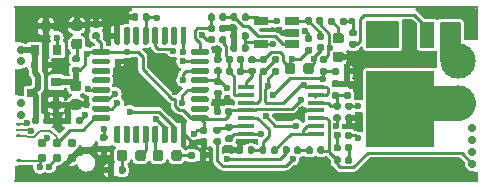
<source format=gtl>
G04 #@! TF.GenerationSoftware,KiCad,Pcbnew,(5.99.0-10483-ga6ad7a4a70)*
G04 #@! TF.CreationDate,2021-06-04T21:48:54+03:00*
G04 #@! TF.ProjectId,hellen1-wbo,68656c6c-656e-4312-9d77-626f2e6b6963,rev?*
G04 #@! TF.SameCoordinates,PX4a19ba0PY5aa5910*
G04 #@! TF.FileFunction,Copper,L1,Top*
G04 #@! TF.FilePolarity,Positive*
%FSLAX46Y46*%
G04 Gerber Fmt 4.6, Leading zero omitted, Abs format (unit mm)*
G04 Created by KiCad (PCBNEW (5.99.0-10483-ga6ad7a4a70)) date 2021-06-04 21:48:54*
%MOMM*%
%LPD*%
G01*
G04 APERTURE LIST*
G04 #@! TA.AperFunction,ComponentPad*
%ADD10C,0.700000*%
G04 #@! TD*
G04 #@! TA.AperFunction,SMDPad,CuDef*
%ADD11C,3.000000*%
G04 #@! TD*
G04 #@! TA.AperFunction,SMDPad,CuDef*
%ADD12R,0.250000X2.950000*%
G04 #@! TD*
G04 #@! TA.AperFunction,SMDPad,CuDef*
%ADD13R,0.250000X1.450000*%
G04 #@! TD*
G04 #@! TA.AperFunction,SMDPad,CuDef*
%ADD14R,0.250000X3.100000*%
G04 #@! TD*
G04 #@! TA.AperFunction,SMDPad,CuDef*
%ADD15R,39.250000X0.250000*%
G04 #@! TD*
G04 #@! TA.AperFunction,SMDPad,CuDef*
%ADD16R,0.250000X2.250000*%
G04 #@! TD*
G04 #@! TA.AperFunction,SMDPad,CuDef*
%ADD17R,0.250000X0.950000*%
G04 #@! TD*
G04 #@! TA.AperFunction,SMDPad,CuDef*
%ADD18R,0.900000X0.800000*%
G04 #@! TD*
G04 #@! TA.AperFunction,SMDPad,CuDef*
%ADD19R,1.450000X0.450000*%
G04 #@! TD*
G04 #@! TA.AperFunction,SMDPad,CuDef*
%ADD20R,1.200000X2.200000*%
G04 #@! TD*
G04 #@! TA.AperFunction,SMDPad,CuDef*
%ADD21R,5.800000X6.400000*%
G04 #@! TD*
G04 #@! TA.AperFunction,SMDPad,CuDef*
%ADD22R,1.220000X0.650000*%
G04 #@! TD*
G04 #@! TA.AperFunction,SMDPad,CuDef*
%ADD23R,0.800000X0.900000*%
G04 #@! TD*
G04 #@! TA.AperFunction,ConnectorPad*
%ADD24C,0.787400*%
G04 #@! TD*
G04 #@! TA.AperFunction,ViaPad*
%ADD25C,0.600000*%
G04 #@! TD*
G04 #@! TA.AperFunction,Conductor*
%ADD26C,0.250000*%
G04 #@! TD*
G04 #@! TA.AperFunction,Conductor*
%ADD27C,0.500000*%
G04 #@! TD*
G04 #@! TA.AperFunction,Conductor*
%ADD28C,0.203200*%
G04 #@! TD*
G04 #@! TA.AperFunction,Conductor*
%ADD29C,2.999999*%
G04 #@! TD*
G04 APERTURE END LIST*
D10*
G04 #@! TO.P,M600,E1,LSU_Un*
G04 #@! TO.N,/LSU_Un*
X38800000Y1650000D03*
G04 #@! TO.P,M600,E2,LSU_Vm*
G04 #@! TO.N,/LSU_Vm*
X38800000Y2650000D03*
G04 #@! TO.P,M600,E3,LSU_Ip*
G04 #@! TO.N,/LSU_Ip*
X38800000Y3650000D03*
G04 #@! TO.P,M600,E4,LSU_Rtrim*
G04 #@! TO.N,/LSU_Rtrim*
X38800000Y4650000D03*
D11*
G04 #@! TO.P,M600,E5,LSU_H+*
G04 #@! TO.N,/LSU_H+*
X37550000Y6800000D03*
G04 #@! TO.P,M600,E6,LSU_H-*
G04 #@! TO.N,/LSU_H-*
X37550000Y10300000D03*
D12*
G04 #@! TO.P,M600,G,GND*
G04 #@! TO.N,GND*
X39175000Y13575000D03*
D13*
X175000Y775000D03*
D14*
X175000Y13500000D03*
D15*
X19675000Y14925000D03*
D16*
X175000Y8525000D03*
D15*
X19675000Y175000D03*
D17*
X39175000Y525000D03*
G04 #@! TO.P,M600,J1,SEL1*
G04 #@! TO.N,/SEL1*
G04 #@! TA.AperFunction,SMDPad,CuDef*
G36*
G01*
X9800000Y13100000D02*
X9800000Y11850000D01*
G75*
G02*
X9675000Y11725000I-125000J0D01*
G01*
X9425000Y11725000D01*
G75*
G02*
X9300000Y11850000I0J125000D01*
G01*
X9300000Y13100000D01*
G75*
G02*
X9425000Y13225000I125000J0D01*
G01*
X9675000Y13225000D01*
G75*
G02*
X9800000Y13100000I0J-125000D01*
G01*
G37*
G04 #@! TD.AperFunction*
G04 #@! TO.P,M600,J2,SEL2*
G04 #@! TO.N,/SEL2*
G04 #@! TA.AperFunction,SMDPad,CuDef*
G36*
G01*
X8125000Y10425000D02*
X8125000Y10175000D01*
G75*
G02*
X8000000Y10050000I-125000J0D01*
G01*
X6750000Y10050000D01*
G75*
G02*
X6625000Y10175000I0J125000D01*
G01*
X6625000Y10425000D01*
G75*
G02*
X6750000Y10550000I125000J0D01*
G01*
X8000000Y10550000D01*
G75*
G02*
X8125000Y10425000I0J-125000D01*
G01*
G37*
G04 #@! TD.AperFunction*
G04 #@! TO.P,M600,J_GND1,PULL_DOWN1*
G04 #@! TO.N,GND*
G04 #@! TA.AperFunction,SMDPad,CuDef*
G36*
G01*
X9000000Y13100000D02*
X9000000Y11850000D01*
G75*
G02*
X8875000Y11725000I-125000J0D01*
G01*
X8625000Y11725000D01*
G75*
G02*
X8500000Y11850000I0J125000D01*
G01*
X8500000Y13100000D01*
G75*
G02*
X8625000Y13225000I125000J0D01*
G01*
X8875000Y13225000D01*
G75*
G02*
X9000000Y13100000I0J-125000D01*
G01*
G37*
G04 #@! TD.AperFunction*
G04 #@! TO.P,M600,J_GND2,PULL_DOWN2*
G04 #@! TA.AperFunction,SMDPad,CuDef*
G36*
G01*
X8675000Y10550000D02*
X8925000Y10550000D01*
G75*
G02*
X9050000Y10425000I0J-125000D01*
G01*
X9050000Y10175000D01*
G75*
G02*
X8925000Y10050000I-125000J0D01*
G01*
X8675000Y10050000D01*
G75*
G02*
X8550000Y10175000I0J125000D01*
G01*
X8550000Y10425000D01*
G75*
G02*
X8675000Y10550000I125000J0D01*
G01*
G37*
G04 #@! TD.AperFunction*
G04 #@! TO.P,M600,J_VCC1,PULL_UP1*
G04 #@! TO.N,+3V3*
G04 #@! TA.AperFunction,SMDPad,CuDef*
G36*
G01*
X9800000Y11225000D02*
X9800000Y10975000D01*
G75*
G02*
X9675000Y10850000I-125000J0D01*
G01*
X9425000Y10850000D01*
G75*
G02*
X9300000Y10975000I0J125000D01*
G01*
X9300000Y11225000D01*
G75*
G02*
X9425000Y11350000I125000J0D01*
G01*
X9675000Y11350000D01*
G75*
G02*
X9800000Y11225000I0J-125000D01*
G01*
G37*
G04 #@! TD.AperFunction*
G04 #@! TO.P,M600,J_VCC2,PULL_UP2*
G04 #@! TA.AperFunction,SMDPad,CuDef*
G36*
G01*
X8125000Y11225000D02*
X8125000Y10975000D01*
G75*
G02*
X8000000Y10850000I-125000J0D01*
G01*
X6750000Y10850000D01*
G75*
G02*
X6625000Y10975000I0J125000D01*
G01*
X6625000Y11225000D01*
G75*
G02*
X6750000Y11350000I125000J0D01*
G01*
X8000000Y11350000D01*
G75*
G02*
X8125000Y11225000I0J-125000D01*
G01*
G37*
G04 #@! TD.AperFunction*
D10*
G04 #@! TO.P,M600,W1,V5_IN*
G04 #@! TO.N,+5V*
X550000Y11300000D03*
G04 #@! TO.P,M600,W2,CAN_VIO*
G04 #@! TO.N,+3V3*
X550000Y10300000D03*
G04 #@! TO.P,M600,W3,CAN_RX*
G04 #@! TO.N,/CAN_RX*
X550000Y6750000D03*
G04 #@! TO.P,M600,W4,CAN_TX*
G04 #@! TO.N,/CAN_TX*
X550000Y5750000D03*
G04 #@! TO.P,M600,W5,nReset*
G04 #@! TO.N,/nRESET*
G04 #@! TA.AperFunction,SMDPad,CuDef*
G36*
G01*
X150000Y5000000D02*
X150000Y5000000D01*
G75*
G02*
X275000Y5125000I125000J0D01*
G01*
X525000Y5125000D01*
G75*
G02*
X650000Y5000000I0J-125000D01*
G01*
X650000Y5000000D01*
G75*
G02*
X525000Y4875000I-125000J0D01*
G01*
X275000Y4875000D01*
G75*
G02*
X150000Y5000000I0J125000D01*
G01*
G37*
G04 #@! TD.AperFunction*
G04 #@! TO.P,M600,W6,SWDIO*
G04 #@! TO.N,/SWDIO*
G04 #@! TA.AperFunction,SMDPad,CuDef*
G36*
G01*
X150000Y4500000D02*
X150000Y4500000D01*
G75*
G02*
X275000Y4625000I125000J0D01*
G01*
X525000Y4625000D01*
G75*
G02*
X650000Y4500000I0J-125000D01*
G01*
X650000Y4500000D01*
G75*
G02*
X525000Y4375000I-125000J0D01*
G01*
X275000Y4375000D01*
G75*
G02*
X150000Y4500000I0J125000D01*
G01*
G37*
G04 #@! TD.AperFunction*
G04 #@! TO.P,M600,W7,SWCLK*
G04 #@! TO.N,/SWCLK*
G04 #@! TA.AperFunction,SMDPad,CuDef*
G36*
G01*
X150000Y4000000D02*
X150000Y4000000D01*
G75*
G02*
X275000Y4125000I125000J0D01*
G01*
X525000Y4125000D01*
G75*
G02*
X650000Y4000000I0J-125000D01*
G01*
X650000Y4000000D01*
G75*
G02*
X525000Y3875000I-125000J0D01*
G01*
X275000Y3875000D01*
G75*
G02*
X150000Y4000000I0J125000D01*
G01*
G37*
G04 #@! TD.AperFunction*
G04 #@! TO.P,M600,W8,V33_OUT*
G04 #@! TO.N,+3V3*
G04 #@! TA.AperFunction,SMDPad,CuDef*
G36*
G01*
X150000Y1900000D02*
X150000Y1900000D01*
G75*
G02*
X275000Y2025000I125000J0D01*
G01*
X525000Y2025000D01*
G75*
G02*
X650000Y1900000I0J-125000D01*
G01*
X650000Y1900000D01*
G75*
G02*
X525000Y1775000I-125000J0D01*
G01*
X275000Y1775000D01*
G75*
G02*
X150000Y1900000I0J125000D01*
G01*
G37*
G04 #@! TD.AperFunction*
G04 #@! TD*
G04 #@! TO.P,C612,1*
G04 #@! TO.N,VDDA*
G04 #@! TA.AperFunction,SMDPad,CuDef*
G36*
G01*
X17422500Y9220000D02*
X17077500Y9220000D01*
G75*
G02*
X16930000Y9367500I0J147500D01*
G01*
X16930000Y9662500D01*
G75*
G02*
X17077500Y9810000I147500J0D01*
G01*
X17422500Y9810000D01*
G75*
G02*
X17570000Y9662500I0J-147500D01*
G01*
X17570000Y9367500D01*
G75*
G02*
X17422500Y9220000I-147500J0D01*
G01*
G37*
G04 #@! TD.AperFunction*
G04 #@! TO.P,C612,2*
G04 #@! TO.N,GND*
G04 #@! TA.AperFunction,SMDPad,CuDef*
G36*
G01*
X17422500Y10190000D02*
X17077500Y10190000D01*
G75*
G02*
X16930000Y10337500I0J147500D01*
G01*
X16930000Y10632500D01*
G75*
G02*
X17077500Y10780000I147500J0D01*
G01*
X17422500Y10780000D01*
G75*
G02*
X17570000Y10632500I0J-147500D01*
G01*
X17570000Y10337500D01*
G75*
G02*
X17422500Y10190000I-147500J0D01*
G01*
G37*
G04 #@! TD.AperFunction*
G04 #@! TD*
G04 #@! TO.P,C605,1*
G04 #@! TO.N,/LSU_Un*
G04 #@! TA.AperFunction,SMDPad,CuDef*
G36*
G01*
X26267500Y2957000D02*
X26267500Y2612000D01*
G75*
G02*
X26120000Y2464500I-147500J0D01*
G01*
X25825000Y2464500D01*
G75*
G02*
X25677500Y2612000I0J147500D01*
G01*
X25677500Y2957000D01*
G75*
G02*
X25825000Y3104500I147500J0D01*
G01*
X26120000Y3104500D01*
G75*
G02*
X26267500Y2957000I0J-147500D01*
G01*
G37*
G04 #@! TD.AperFunction*
G04 #@! TO.P,C605,2*
G04 #@! TO.N,Net-(C605-Pad2)*
G04 #@! TA.AperFunction,SMDPad,CuDef*
G36*
G01*
X25297500Y2957000D02*
X25297500Y2612000D01*
G75*
G02*
X25150000Y2464500I-147500J0D01*
G01*
X24855000Y2464500D01*
G75*
G02*
X24707500Y2612000I0J147500D01*
G01*
X24707500Y2957000D01*
G75*
G02*
X24855000Y3104500I147500J0D01*
G01*
X25150000Y3104500D01*
G75*
G02*
X25297500Y2957000I0J-147500D01*
G01*
G37*
G04 #@! TD.AperFunction*
G04 #@! TD*
G04 #@! TO.P,C607,1*
G04 #@! TO.N,/LSU_Vm*
G04 #@! TA.AperFunction,SMDPad,CuDef*
G36*
G01*
X26930000Y9279500D02*
X26930000Y9624500D01*
G75*
G02*
X27077500Y9772000I147500J0D01*
G01*
X27372500Y9772000D01*
G75*
G02*
X27520000Y9624500I0J-147500D01*
G01*
X27520000Y9279500D01*
G75*
G02*
X27372500Y9132000I-147500J0D01*
G01*
X27077500Y9132000D01*
G75*
G02*
X26930000Y9279500I0J147500D01*
G01*
G37*
G04 #@! TD.AperFunction*
G04 #@! TO.P,C607,2*
G04 #@! TO.N,GND*
G04 #@! TA.AperFunction,SMDPad,CuDef*
G36*
G01*
X27900000Y9279500D02*
X27900000Y9624500D01*
G75*
G02*
X28047500Y9772000I147500J0D01*
G01*
X28342500Y9772000D01*
G75*
G02*
X28490000Y9624500I0J-147500D01*
G01*
X28490000Y9279500D01*
G75*
G02*
X28342500Y9132000I-147500J0D01*
G01*
X28047500Y9132000D01*
G75*
G02*
X27900000Y9279500I0J147500D01*
G01*
G37*
G04 #@! TD.AperFunction*
G04 #@! TD*
G04 #@! TO.P,C613,1*
G04 #@! TO.N,+5V*
G04 #@! TA.AperFunction,SMDPad,CuDef*
G36*
G01*
X1524000Y5118500D02*
X1524000Y5463500D01*
G75*
G02*
X1671500Y5611000I147500J0D01*
G01*
X1966500Y5611000D01*
G75*
G02*
X2114000Y5463500I0J-147500D01*
G01*
X2114000Y5118500D01*
G75*
G02*
X1966500Y4971000I-147500J0D01*
G01*
X1671500Y4971000D01*
G75*
G02*
X1524000Y5118500I0J147500D01*
G01*
G37*
G04 #@! TD.AperFunction*
G04 #@! TO.P,C613,2*
G04 #@! TO.N,GND*
G04 #@! TA.AperFunction,SMDPad,CuDef*
G36*
G01*
X2494000Y5118500D02*
X2494000Y5463500D01*
G75*
G02*
X2641500Y5611000I147500J0D01*
G01*
X2936500Y5611000D01*
G75*
G02*
X3084000Y5463500I0J-147500D01*
G01*
X3084000Y5118500D01*
G75*
G02*
X2936500Y4971000I-147500J0D01*
G01*
X2641500Y4971000D01*
G75*
G02*
X2494000Y5118500I0J147500D01*
G01*
G37*
G04 #@! TD.AperFunction*
G04 #@! TD*
G04 #@! TO.P,C616,1*
G04 #@! TO.N,+3V3*
G04 #@! TA.AperFunction,SMDPad,CuDef*
G36*
G01*
X4968750Y8675000D02*
X5481250Y8675000D01*
G75*
G02*
X5700000Y8456250I0J-218750D01*
G01*
X5700000Y8018750D01*
G75*
G02*
X5481250Y7800000I-218750J0D01*
G01*
X4968750Y7800000D01*
G75*
G02*
X4750000Y8018750I0J218750D01*
G01*
X4750000Y8456250D01*
G75*
G02*
X4968750Y8675000I218750J0D01*
G01*
G37*
G04 #@! TD.AperFunction*
G04 #@! TO.P,C616,2*
G04 #@! TO.N,GND*
G04 #@! TA.AperFunction,SMDPad,CuDef*
G36*
G01*
X4968750Y7100000D02*
X5481250Y7100000D01*
G75*
G02*
X5700000Y6881250I0J-218750D01*
G01*
X5700000Y6443750D01*
G75*
G02*
X5481250Y6225000I-218750J0D01*
G01*
X4968750Y6225000D01*
G75*
G02*
X4750000Y6443750I0J218750D01*
G01*
X4750000Y6881250D01*
G75*
G02*
X4968750Y7100000I218750J0D01*
G01*
G37*
G04 #@! TD.AperFunction*
G04 #@! TD*
G04 #@! TO.P,R609,1*
G04 #@! TO.N,/LSU_Rtrim*
G04 #@! TA.AperFunction,SMDPad,CuDef*
G36*
G01*
X22929000Y9449750D02*
X22929000Y9962250D01*
G75*
G02*
X23147750Y10181000I218750J0D01*
G01*
X23585250Y10181000D01*
G75*
G02*
X23804000Y9962250I0J-218750D01*
G01*
X23804000Y9449750D01*
G75*
G02*
X23585250Y9231000I-218750J0D01*
G01*
X23147750Y9231000D01*
G75*
G02*
X22929000Y9449750I0J218750D01*
G01*
G37*
G04 #@! TD.AperFunction*
G04 #@! TO.P,R609,2*
G04 #@! TO.N,/LSU_Ip*
G04 #@! TA.AperFunction,SMDPad,CuDef*
G36*
G01*
X24504000Y9449750D02*
X24504000Y9962250D01*
G75*
G02*
X24722750Y10181000I218750J0D01*
G01*
X25160250Y10181000D01*
G75*
G02*
X25379000Y9962250I0J-218750D01*
G01*
X25379000Y9449750D01*
G75*
G02*
X25160250Y9231000I-218750J0D01*
G01*
X24722750Y9231000D01*
G75*
G02*
X24504000Y9449750I0J218750D01*
G01*
G37*
G04 #@! TD.AperFunction*
G04 #@! TD*
G04 #@! TO.P,R607,1*
G04 #@! TO.N,Net-(C605-Pad2)*
G04 #@! TA.AperFunction,SMDPad,CuDef*
G36*
G01*
X24299000Y2957000D02*
X24299000Y2612000D01*
G75*
G02*
X24151500Y2464500I-147500J0D01*
G01*
X23856500Y2464500D01*
G75*
G02*
X23709000Y2612000I0J147500D01*
G01*
X23709000Y2957000D01*
G75*
G02*
X23856500Y3104500I147500J0D01*
G01*
X24151500Y3104500D01*
G75*
G02*
X24299000Y2957000I0J-147500D01*
G01*
G37*
G04 #@! TD.AperFunction*
G04 #@! TO.P,R607,2*
G04 #@! TO.N,/Nernst_esr_drive*
G04 #@! TA.AperFunction,SMDPad,CuDef*
G36*
G01*
X23329000Y2957000D02*
X23329000Y2612000D01*
G75*
G02*
X23181500Y2464500I-147500J0D01*
G01*
X22886500Y2464500D01*
G75*
G02*
X22739000Y2612000I0J147500D01*
G01*
X22739000Y2957000D01*
G75*
G02*
X22886500Y3104500I147500J0D01*
G01*
X23181500Y3104500D01*
G75*
G02*
X23329000Y2957000I0J-147500D01*
G01*
G37*
G04 #@! TD.AperFunction*
G04 #@! TD*
G04 #@! TO.P,R601,1*
G04 #@! TO.N,Net-(C600-Pad1)*
G04 #@! TA.AperFunction,SMDPad,CuDef*
G36*
G01*
X27374500Y7148000D02*
X27029500Y7148000D01*
G75*
G02*
X26882000Y7295500I0J147500D01*
G01*
X26882000Y7590500D01*
G75*
G02*
X27029500Y7738000I147500J0D01*
G01*
X27374500Y7738000D01*
G75*
G02*
X27522000Y7590500I0J-147500D01*
G01*
X27522000Y7295500D01*
G75*
G02*
X27374500Y7148000I-147500J0D01*
G01*
G37*
G04 #@! TD.AperFunction*
G04 #@! TO.P,R601,2*
G04 #@! TO.N,GND*
G04 #@! TA.AperFunction,SMDPad,CuDef*
G36*
G01*
X27374500Y8118000D02*
X27029500Y8118000D01*
G75*
G02*
X26882000Y8265500I0J147500D01*
G01*
X26882000Y8560500D01*
G75*
G02*
X27029500Y8708000I147500J0D01*
G01*
X27374500Y8708000D01*
G75*
G02*
X27522000Y8560500I0J-147500D01*
G01*
X27522000Y8265500D01*
G75*
G02*
X27374500Y8118000I-147500J0D01*
G01*
G37*
G04 #@! TD.AperFunction*
G04 #@! TD*
G04 #@! TO.P,R614,1*
G04 #@! TO.N,Net-(R614-Pad1)*
G04 #@! TA.AperFunction,SMDPad,CuDef*
G36*
G01*
X25777500Y12730000D02*
X26122500Y12730000D01*
G75*
G02*
X26270000Y12582500I0J-147500D01*
G01*
X26270000Y12287500D01*
G75*
G02*
X26122500Y12140000I-147500J0D01*
G01*
X25777500Y12140000D01*
G75*
G02*
X25630000Y12287500I0J147500D01*
G01*
X25630000Y12582500D01*
G75*
G02*
X25777500Y12730000I147500J0D01*
G01*
G37*
G04 #@! TD.AperFunction*
G04 #@! TO.P,R614,2*
G04 #@! TO.N,/LSU_Ip*
G04 #@! TA.AperFunction,SMDPad,CuDef*
G36*
G01*
X25777500Y11760000D02*
X26122500Y11760000D01*
G75*
G02*
X26270000Y11612500I0J-147500D01*
G01*
X26270000Y11317500D01*
G75*
G02*
X26122500Y11170000I-147500J0D01*
G01*
X25777500Y11170000D01*
G75*
G02*
X25630000Y11317500I0J147500D01*
G01*
X25630000Y11612500D01*
G75*
G02*
X25777500Y11760000I147500J0D01*
G01*
G37*
G04 #@! TD.AperFunction*
G04 #@! TD*
G04 #@! TO.P,R615,1*
G04 #@! TO.N,Net-(R614-Pad1)*
G04 #@! TA.AperFunction,SMDPad,CuDef*
G36*
G01*
X24620000Y13577500D02*
X24620000Y13922500D01*
G75*
G02*
X24767500Y14070000I147500J0D01*
G01*
X25062500Y14070000D01*
G75*
G02*
X25210000Y13922500I0J-147500D01*
G01*
X25210000Y13577500D01*
G75*
G02*
X25062500Y13430000I-147500J0D01*
G01*
X24767500Y13430000D01*
G75*
G02*
X24620000Y13577500I0J147500D01*
G01*
G37*
G04 #@! TD.AperFunction*
G04 #@! TO.P,R615,2*
G04 #@! TO.N,/Vm*
G04 #@! TA.AperFunction,SMDPad,CuDef*
G36*
G01*
X25590000Y13577500D02*
X25590000Y13922500D01*
G75*
G02*
X25737500Y14070000I147500J0D01*
G01*
X26032500Y14070000D01*
G75*
G02*
X26180000Y13922500I0J-147500D01*
G01*
X26180000Y13577500D01*
G75*
G02*
X26032500Y13430000I-147500J0D01*
G01*
X25737500Y13430000D01*
G75*
G02*
X25590000Y13577500I0J147500D01*
G01*
G37*
G04 #@! TD.AperFunction*
G04 #@! TD*
G04 #@! TO.P,R621,1*
G04 #@! TO.N,Net-(R621-Pad1)*
G04 #@! TA.AperFunction,SMDPad,CuDef*
G36*
G01*
X18320000Y13877500D02*
X18320000Y14222500D01*
G75*
G02*
X18467500Y14370000I147500J0D01*
G01*
X18762500Y14370000D01*
G75*
G02*
X18910000Y14222500I0J-147500D01*
G01*
X18910000Y13877500D01*
G75*
G02*
X18762500Y13730000I-147500J0D01*
G01*
X18467500Y13730000D01*
G75*
G02*
X18320000Y13877500I0J147500D01*
G01*
G37*
G04 #@! TD.AperFunction*
G04 #@! TO.P,R621,2*
G04 #@! TO.N,Net-(R613-Pad1)*
G04 #@! TA.AperFunction,SMDPad,CuDef*
G36*
G01*
X19290000Y13877500D02*
X19290000Y14222500D01*
G75*
G02*
X19437500Y14370000I147500J0D01*
G01*
X19732500Y14370000D01*
G75*
G02*
X19880000Y14222500I0J-147500D01*
G01*
X19880000Y13877500D01*
G75*
G02*
X19732500Y13730000I-147500J0D01*
G01*
X19437500Y13730000D01*
G75*
G02*
X19290000Y13877500I0J147500D01*
G01*
G37*
G04 #@! TD.AperFunction*
G04 #@! TD*
G04 #@! TO.P,R619,1*
G04 #@! TO.N,/LSU_Un_sense*
G04 #@! TA.AperFunction,SMDPad,CuDef*
G36*
G01*
X22330500Y2957000D02*
X22330500Y2612000D01*
G75*
G02*
X22183000Y2464500I-147500J0D01*
G01*
X21888000Y2464500D01*
G75*
G02*
X21740500Y2612000I0J147500D01*
G01*
X21740500Y2957000D01*
G75*
G02*
X21888000Y3104500I147500J0D01*
G01*
X22183000Y3104500D01*
G75*
G02*
X22330500Y2957000I0J-147500D01*
G01*
G37*
G04 #@! TD.AperFunction*
G04 #@! TO.P,R619,2*
G04 #@! TO.N,Net-(R619-Pad2)*
G04 #@! TA.AperFunction,SMDPad,CuDef*
G36*
G01*
X21360500Y2957000D02*
X21360500Y2612000D01*
G75*
G02*
X21213000Y2464500I-147500J0D01*
G01*
X20918000Y2464500D01*
G75*
G02*
X20770500Y2612000I0J147500D01*
G01*
X20770500Y2957000D01*
G75*
G02*
X20918000Y3104500I147500J0D01*
G01*
X21213000Y3104500D01*
G75*
G02*
X21360500Y2957000I0J-147500D01*
G01*
G37*
G04 #@! TD.AperFunction*
G04 #@! TD*
G04 #@! TO.P,R620,1*
G04 #@! TO.N,Net-(R619-Pad2)*
G04 #@! TA.AperFunction,SMDPad,CuDef*
G36*
G01*
X20362000Y2957000D02*
X20362000Y2612000D01*
G75*
G02*
X20214500Y2464500I-147500J0D01*
G01*
X19919500Y2464500D01*
G75*
G02*
X19772000Y2612000I0J147500D01*
G01*
X19772000Y2957000D01*
G75*
G02*
X19919500Y3104500I147500J0D01*
G01*
X20214500Y3104500D01*
G75*
G02*
X20362000Y2957000I0J-147500D01*
G01*
G37*
G04 #@! TD.AperFunction*
G04 #@! TO.P,R620,2*
G04 #@! TO.N,GND*
G04 #@! TA.AperFunction,SMDPad,CuDef*
G36*
G01*
X19392000Y2957000D02*
X19392000Y2612000D01*
G75*
G02*
X19244500Y2464500I-147500J0D01*
G01*
X18949500Y2464500D01*
G75*
G02*
X18802000Y2612000I0J147500D01*
G01*
X18802000Y2957000D01*
G75*
G02*
X18949500Y3104500I147500J0D01*
G01*
X19244500Y3104500D01*
G75*
G02*
X19392000Y2957000I0J-147500D01*
G01*
G37*
G04 #@! TD.AperFunction*
G04 #@! TD*
G04 #@! TO.P,R606,1*
G04 #@! TO.N,/LSU_Vm*
G04 #@! TA.AperFunction,SMDPad,CuDef*
G36*
G01*
X26358500Y9180000D02*
X26013500Y9180000D01*
G75*
G02*
X25866000Y9327500I0J147500D01*
G01*
X25866000Y9622500D01*
G75*
G02*
X26013500Y9770000I147500J0D01*
G01*
X26358500Y9770000D01*
G75*
G02*
X26506000Y9622500I0J-147500D01*
G01*
X26506000Y9327500D01*
G75*
G02*
X26358500Y9180000I-147500J0D01*
G01*
G37*
G04 #@! TD.AperFunction*
G04 #@! TO.P,R606,2*
G04 #@! TO.N,/Vm*
G04 #@! TA.AperFunction,SMDPad,CuDef*
G36*
G01*
X26358500Y10150000D02*
X26013500Y10150000D01*
G75*
G02*
X25866000Y10297500I0J147500D01*
G01*
X25866000Y10592500D01*
G75*
G02*
X26013500Y10740000I147500J0D01*
G01*
X26358500Y10740000D01*
G75*
G02*
X26506000Y10592500I0J-147500D01*
G01*
X26506000Y10297500D01*
G75*
G02*
X26358500Y10150000I-147500J0D01*
G01*
G37*
G04 #@! TD.AperFunction*
G04 #@! TD*
D18*
G04 #@! TO.P,U604,1,GND*
G04 #@! TO.N,GND*
X3558000Y6652400D03*
G04 #@! TO.P,U604,2,VO*
G04 #@! TO.N,+3V3*
X3558000Y8552400D03*
G04 #@! TO.P,U604,3,VI*
G04 #@! TO.N,+5V*
X1558000Y7602400D03*
G04 #@! TD*
D19*
G04 #@! TO.P,U600,1*
G04 #@! TO.N,Net-(C603-Pad1)*
X19680000Y8100000D03*
G04 #@! TO.P,U600,2,-*
G04 #@! TO.N,Net-(C603-Pad2)*
X19680000Y7450000D03*
G04 #@! TO.P,U600,3,+*
G04 #@! TO.N,Net-(R603-Pad1)*
X19680000Y6800000D03*
G04 #@! TO.P,U600,4,V+*
G04 #@! TO.N,+3V3*
X19680000Y6150000D03*
G04 #@! TO.P,U600,5,+*
G04 #@! TO.N,Net-(R619-Pad2)*
X19680000Y5500000D03*
G04 #@! TO.P,U600,6,-*
G04 #@! TO.N,Net-(R618-Pad2)*
X19680000Y4850000D03*
G04 #@! TO.P,U600,7*
G04 #@! TO.N,/Un_sense*
X19680000Y4200000D03*
G04 #@! TO.P,U600,8*
G04 #@! TO.N,/LSU_Un_sense*
X25580000Y4200000D03*
G04 #@! TO.P,U600,9,-*
X25580000Y4850000D03*
G04 #@! TO.P,U600,10,+*
G04 #@! TO.N,/LSU_Un*
X25580000Y5500000D03*
G04 #@! TO.P,U600,11,V-*
G04 #@! TO.N,GND*
X25580000Y6150000D03*
G04 #@! TO.P,U600,12,+*
G04 #@! TO.N,Net-(C600-Pad1)*
X25580000Y6800000D03*
G04 #@! TO.P,U600,13,-*
G04 #@! TO.N,/Vm*
X25580000Y7450000D03*
G04 #@! TO.P,U600,14*
X25580000Y8100000D03*
G04 #@! TD*
G04 #@! TO.P,C600,1*
G04 #@! TO.N,Net-(C600-Pad1)*
G04 #@! TA.AperFunction,SMDPad,CuDef*
G36*
G01*
X28390500Y7148000D02*
X28045500Y7148000D01*
G75*
G02*
X27898000Y7295500I0J147500D01*
G01*
X27898000Y7590500D01*
G75*
G02*
X28045500Y7738000I147500J0D01*
G01*
X28390500Y7738000D01*
G75*
G02*
X28538000Y7590500I0J-147500D01*
G01*
X28538000Y7295500D01*
G75*
G02*
X28390500Y7148000I-147500J0D01*
G01*
G37*
G04 #@! TD.AperFunction*
G04 #@! TO.P,C600,2*
G04 #@! TO.N,GND*
G04 #@! TA.AperFunction,SMDPad,CuDef*
G36*
G01*
X28390500Y8118000D02*
X28045500Y8118000D01*
G75*
G02*
X27898000Y8265500I0J147500D01*
G01*
X27898000Y8560500D01*
G75*
G02*
X28045500Y8708000I147500J0D01*
G01*
X28390500Y8708000D01*
G75*
G02*
X28538000Y8560500I0J-147500D01*
G01*
X28538000Y8265500D01*
G75*
G02*
X28390500Y8118000I-147500J0D01*
G01*
G37*
G04 #@! TD.AperFunction*
G04 #@! TD*
G04 #@! TO.P,C608,1*
G04 #@! TO.N,/Ip_sense*
G04 #@! TA.AperFunction,SMDPad,CuDef*
G36*
G01*
X16420000Y12927500D02*
X16420000Y13272500D01*
G75*
G02*
X16567500Y13420000I147500J0D01*
G01*
X16862500Y13420000D01*
G75*
G02*
X17010000Y13272500I0J-147500D01*
G01*
X17010000Y12927500D01*
G75*
G02*
X16862500Y12780000I-147500J0D01*
G01*
X16567500Y12780000D01*
G75*
G02*
X16420000Y12927500I0J147500D01*
G01*
G37*
G04 #@! TD.AperFunction*
G04 #@! TO.P,C608,2*
G04 #@! TO.N,GND*
G04 #@! TA.AperFunction,SMDPad,CuDef*
G36*
G01*
X17390000Y12927500D02*
X17390000Y13272500D01*
G75*
G02*
X17537500Y13420000I147500J0D01*
G01*
X17832500Y13420000D01*
G75*
G02*
X17980000Y13272500I0J-147500D01*
G01*
X17980000Y12927500D01*
G75*
G02*
X17832500Y12780000I-147500J0D01*
G01*
X17537500Y12780000D01*
G75*
G02*
X17390000Y12927500I0J147500D01*
G01*
G37*
G04 #@! TD.AperFunction*
G04 #@! TD*
G04 #@! TO.P,R624,1*
G04 #@! TO.N,Net-(R621-Pad1)*
G04 #@! TA.AperFunction,SMDPad,CuDef*
G36*
G01*
X17980000Y14222500D02*
X17980000Y13877500D01*
G75*
G02*
X17832500Y13730000I-147500J0D01*
G01*
X17537500Y13730000D01*
G75*
G02*
X17390000Y13877500I0J147500D01*
G01*
X17390000Y14222500D01*
G75*
G02*
X17537500Y14370000I147500J0D01*
G01*
X17832500Y14370000D01*
G75*
G02*
X17980000Y14222500I0J-147500D01*
G01*
G37*
G04 #@! TD.AperFunction*
G04 #@! TO.P,R624,2*
G04 #@! TO.N,/Ip_sense*
G04 #@! TA.AperFunction,SMDPad,CuDef*
G36*
G01*
X17010000Y14222500D02*
X17010000Y13877500D01*
G75*
G02*
X16862500Y13730000I-147500J0D01*
G01*
X16567500Y13730000D01*
G75*
G02*
X16420000Y13877500I0J147500D01*
G01*
X16420000Y14222500D01*
G75*
G02*
X16567500Y14370000I147500J0D01*
G01*
X16862500Y14370000D01*
G75*
G02*
X17010000Y14222500I0J-147500D01*
G01*
G37*
G04 #@! TD.AperFunction*
G04 #@! TD*
G04 #@! TO.P,C611,1*
G04 #@! TO.N,VDDA*
G04 #@! TA.AperFunction,SMDPad,CuDef*
G36*
G01*
X17077500Y8880000D02*
X17422500Y8880000D01*
G75*
G02*
X17570000Y8732500I0J-147500D01*
G01*
X17570000Y8437500D01*
G75*
G02*
X17422500Y8290000I-147500J0D01*
G01*
X17077500Y8290000D01*
G75*
G02*
X16930000Y8437500I0J147500D01*
G01*
X16930000Y8732500D01*
G75*
G02*
X17077500Y8880000I147500J0D01*
G01*
G37*
G04 #@! TD.AperFunction*
G04 #@! TO.P,C611,2*
G04 #@! TO.N,GND*
G04 #@! TA.AperFunction,SMDPad,CuDef*
G36*
G01*
X17077500Y7910000D02*
X17422500Y7910000D01*
G75*
G02*
X17570000Y7762500I0J-147500D01*
G01*
X17570000Y7467500D01*
G75*
G02*
X17422500Y7320000I-147500J0D01*
G01*
X17077500Y7320000D01*
G75*
G02*
X16930000Y7467500I0J147500D01*
G01*
X16930000Y7762500D01*
G75*
G02*
X17077500Y7910000I147500J0D01*
G01*
G37*
G04 #@! TD.AperFunction*
G04 #@! TD*
G04 #@! TO.P,R622,1*
G04 #@! TO.N,Net-(Q600-Pad1)*
G04 #@! TA.AperFunction,SMDPad,CuDef*
G36*
G01*
X28872500Y11470000D02*
X28527500Y11470000D01*
G75*
G02*
X28380000Y11617500I0J147500D01*
G01*
X28380000Y11912500D01*
G75*
G02*
X28527500Y12060000I147500J0D01*
G01*
X28872500Y12060000D01*
G75*
G02*
X29020000Y11912500I0J-147500D01*
G01*
X29020000Y11617500D01*
G75*
G02*
X28872500Y11470000I-147500J0D01*
G01*
G37*
G04 #@! TD.AperFunction*
G04 #@! TO.P,R622,2*
G04 #@! TO.N,/heater_pwm*
G04 #@! TA.AperFunction,SMDPad,CuDef*
G36*
G01*
X28872500Y12440000D02*
X28527500Y12440000D01*
G75*
G02*
X28380000Y12587500I0J147500D01*
G01*
X28380000Y12882500D01*
G75*
G02*
X28527500Y13030000I147500J0D01*
G01*
X28872500Y13030000D01*
G75*
G02*
X29020000Y12882500I0J-147500D01*
G01*
X29020000Y12587500D01*
G75*
G02*
X28872500Y12440000I-147500J0D01*
G01*
G37*
G04 #@! TD.AperFunction*
G04 #@! TD*
G04 #@! TO.P,R617,1*
G04 #@! TO.N,GND*
G04 #@! TA.AperFunction,SMDPad,CuDef*
G36*
G01*
X9935000Y13877500D02*
X9935000Y14222500D01*
G75*
G02*
X10082500Y14370000I147500J0D01*
G01*
X10377500Y14370000D01*
G75*
G02*
X10525000Y14222500I0J-147500D01*
G01*
X10525000Y13877500D01*
G75*
G02*
X10377500Y13730000I-147500J0D01*
G01*
X10082500Y13730000D01*
G75*
G02*
X9935000Y13877500I0J147500D01*
G01*
G37*
G04 #@! TD.AperFunction*
G04 #@! TO.P,R617,2*
G04 #@! TO.N,/heater_pwm*
G04 #@! TA.AperFunction,SMDPad,CuDef*
G36*
G01*
X10905000Y13877500D02*
X10905000Y14222500D01*
G75*
G02*
X11052500Y14370000I147500J0D01*
G01*
X11347500Y14370000D01*
G75*
G02*
X11495000Y14222500I0J-147500D01*
G01*
X11495000Y13877500D01*
G75*
G02*
X11347500Y13730000I-147500J0D01*
G01*
X11052500Y13730000D01*
G75*
G02*
X10905000Y13877500I0J147500D01*
G01*
G37*
G04 #@! TD.AperFunction*
G04 #@! TD*
G04 #@! TO.P,C614,1*
G04 #@! TO.N,+3V3*
G04 #@! TA.AperFunction,SMDPad,CuDef*
G36*
G01*
X15877500Y4780000D02*
X16222500Y4780000D01*
G75*
G02*
X16370000Y4632500I0J-147500D01*
G01*
X16370000Y4337500D01*
G75*
G02*
X16222500Y4190000I-147500J0D01*
G01*
X15877500Y4190000D01*
G75*
G02*
X15730000Y4337500I0J147500D01*
G01*
X15730000Y4632500D01*
G75*
G02*
X15877500Y4780000I147500J0D01*
G01*
G37*
G04 #@! TD.AperFunction*
G04 #@! TO.P,C614,2*
G04 #@! TO.N,GND*
G04 #@! TA.AperFunction,SMDPad,CuDef*
G36*
G01*
X15877500Y3810000D02*
X16222500Y3810000D01*
G75*
G02*
X16370000Y3662500I0J-147500D01*
G01*
X16370000Y3367500D01*
G75*
G02*
X16222500Y3220000I-147500J0D01*
G01*
X15877500Y3220000D01*
G75*
G02*
X15730000Y3367500I0J147500D01*
G01*
X15730000Y3662500D01*
G75*
G02*
X15877500Y3810000I147500J0D01*
G01*
G37*
G04 #@! TD.AperFunction*
G04 #@! TD*
G04 #@! TO.P,C615,1*
G04 #@! TO.N,+3V3*
G04 #@! TA.AperFunction,SMDPad,CuDef*
G36*
G01*
X7122500Y12170000D02*
X6777500Y12170000D01*
G75*
G02*
X6630000Y12317500I0J147500D01*
G01*
X6630000Y12612500D01*
G75*
G02*
X6777500Y12760000I147500J0D01*
G01*
X7122500Y12760000D01*
G75*
G02*
X7270000Y12612500I0J-147500D01*
G01*
X7270000Y12317500D01*
G75*
G02*
X7122500Y12170000I-147500J0D01*
G01*
G37*
G04 #@! TD.AperFunction*
G04 #@! TO.P,C615,2*
G04 #@! TO.N,GND*
G04 #@! TA.AperFunction,SMDPad,CuDef*
G36*
G01*
X7122500Y13140000D02*
X6777500Y13140000D01*
G75*
G02*
X6630000Y13287500I0J147500D01*
G01*
X6630000Y13582500D01*
G75*
G02*
X6777500Y13730000I147500J0D01*
G01*
X7122500Y13730000D01*
G75*
G02*
X7270000Y13582500I0J-147500D01*
G01*
X7270000Y13287500D01*
G75*
G02*
X7122500Y13140000I-147500J0D01*
G01*
G37*
G04 #@! TD.AperFunction*
G04 #@! TD*
D20*
G04 #@! TO.P,Q600,1,G*
G04 #@! TO.N,Net-(Q600-Pad1)*
X34980000Y12575000D03*
D21*
G04 #@! TO.P,Q600,2,D*
G04 #@! TO.N,/LSU_H+*
X32700000Y6275000D03*
D20*
G04 #@! TO.P,Q600,3,S*
G04 #@! TO.N,/LSU_H-*
X30420000Y12575000D03*
G04 #@! TD*
G04 #@! TO.P,R612,1*
G04 #@! TO.N,/LSU_Un*
G04 #@! TA.AperFunction,SMDPad,CuDef*
G36*
G01*
X27055000Y1777500D02*
X27055000Y2122500D01*
G75*
G02*
X27202500Y2270000I147500J0D01*
G01*
X27497500Y2270000D01*
G75*
G02*
X27645000Y2122500I0J-147500D01*
G01*
X27645000Y1777500D01*
G75*
G02*
X27497500Y1630000I-147500J0D01*
G01*
X27202500Y1630000D01*
G75*
G02*
X27055000Y1777500I0J147500D01*
G01*
G37*
G04 #@! TD.AperFunction*
G04 #@! TO.P,R612,2*
G04 #@! TO.N,Net-(R611-Pad1)*
G04 #@! TA.AperFunction,SMDPad,CuDef*
G36*
G01*
X28025000Y1777500D02*
X28025000Y2122500D01*
G75*
G02*
X28172500Y2270000I147500J0D01*
G01*
X28467500Y2270000D01*
G75*
G02*
X28615000Y2122500I0J-147500D01*
G01*
X28615000Y1777500D01*
G75*
G02*
X28467500Y1630000I-147500J0D01*
G01*
X28172500Y1630000D01*
G75*
G02*
X28025000Y1777500I0J147500D01*
G01*
G37*
G04 #@! TD.AperFunction*
G04 #@! TD*
G04 #@! TO.P,R618,1*
G04 #@! TO.N,/LSU_Vm*
G04 #@! TA.AperFunction,SMDPad,CuDef*
G36*
G01*
X17372500Y3220000D02*
X17027500Y3220000D01*
G75*
G02*
X16880000Y3367500I0J147500D01*
G01*
X16880000Y3662500D01*
G75*
G02*
X17027500Y3810000I147500J0D01*
G01*
X17372500Y3810000D01*
G75*
G02*
X17520000Y3662500I0J-147500D01*
G01*
X17520000Y3367500D01*
G75*
G02*
X17372500Y3220000I-147500J0D01*
G01*
G37*
G04 #@! TD.AperFunction*
G04 #@! TO.P,R618,2*
G04 #@! TO.N,Net-(R618-Pad2)*
G04 #@! TA.AperFunction,SMDPad,CuDef*
G36*
G01*
X17372500Y4190000D02*
X17027500Y4190000D01*
G75*
G02*
X16880000Y4337500I0J147500D01*
G01*
X16880000Y4632500D01*
G75*
G02*
X17027500Y4780000I147500J0D01*
G01*
X17372500Y4780000D01*
G75*
G02*
X17520000Y4632500I0J-147500D01*
G01*
X17520000Y4337500D01*
G75*
G02*
X17372500Y4190000I-147500J0D01*
G01*
G37*
G04 #@! TD.AperFunction*
G04 #@! TD*
G04 #@! TO.P,R616,1*
G04 #@! TO.N,Net-(D600-Pad2)*
G04 #@! TA.AperFunction,SMDPad,CuDef*
G36*
G01*
X26605000Y13527500D02*
X26605000Y13872500D01*
G75*
G02*
X26752500Y14020000I147500J0D01*
G01*
X27047500Y14020000D01*
G75*
G02*
X27195000Y13872500I0J-147500D01*
G01*
X27195000Y13527500D01*
G75*
G02*
X27047500Y13380000I-147500J0D01*
G01*
X26752500Y13380000D01*
G75*
G02*
X26605000Y13527500I0J147500D01*
G01*
G37*
G04 #@! TD.AperFunction*
G04 #@! TO.P,R616,2*
G04 #@! TO.N,/heater_pwm*
G04 #@! TA.AperFunction,SMDPad,CuDef*
G36*
G01*
X27575000Y13527500D02*
X27575000Y13872500D01*
G75*
G02*
X27722500Y14020000I147500J0D01*
G01*
X28017500Y14020000D01*
G75*
G02*
X28165000Y13872500I0J-147500D01*
G01*
X28165000Y13527500D01*
G75*
G02*
X28017500Y13380000I-147500J0D01*
G01*
X27722500Y13380000D01*
G75*
G02*
X27575000Y13527500I0J147500D01*
G01*
G37*
G04 #@! TD.AperFunction*
G04 #@! TD*
G04 #@! TO.P,R623,1*
G04 #@! TO.N,Net-(R618-Pad2)*
G04 #@! TA.AperFunction,SMDPad,CuDef*
G36*
G01*
X18012500Y5025000D02*
X18357500Y5025000D01*
G75*
G02*
X18505000Y4877500I0J-147500D01*
G01*
X18505000Y4582500D01*
G75*
G02*
X18357500Y4435000I-147500J0D01*
G01*
X18012500Y4435000D01*
G75*
G02*
X17865000Y4582500I0J147500D01*
G01*
X17865000Y4877500D01*
G75*
G02*
X18012500Y5025000I147500J0D01*
G01*
G37*
G04 #@! TD.AperFunction*
G04 #@! TO.P,R623,2*
G04 #@! TO.N,/Un_sense*
G04 #@! TA.AperFunction,SMDPad,CuDef*
G36*
G01*
X18012500Y4055000D02*
X18357500Y4055000D01*
G75*
G02*
X18505000Y3907500I0J-147500D01*
G01*
X18505000Y3612500D01*
G75*
G02*
X18357500Y3465000I-147500J0D01*
G01*
X18012500Y3465000D01*
G75*
G02*
X17865000Y3612500I0J147500D01*
G01*
X17865000Y3907500D01*
G75*
G02*
X18012500Y4055000I147500J0D01*
G01*
G37*
G04 #@! TD.AperFunction*
G04 #@! TD*
G04 #@! TO.P,R625,1*
G04 #@! TO.N,GND*
G04 #@! TA.AperFunction,SMDPad,CuDef*
G36*
G01*
X4270000Y5127500D02*
X4270000Y5472500D01*
G75*
G02*
X4417500Y5620000I147500J0D01*
G01*
X4712500Y5620000D01*
G75*
G02*
X4860000Y5472500I0J-147500D01*
G01*
X4860000Y5127500D01*
G75*
G02*
X4712500Y4980000I-147500J0D01*
G01*
X4417500Y4980000D01*
G75*
G02*
X4270000Y5127500I0J147500D01*
G01*
G37*
G04 #@! TD.AperFunction*
G04 #@! TO.P,R625,2*
G04 #@! TO.N,/Boot0*
G04 #@! TA.AperFunction,SMDPad,CuDef*
G36*
G01*
X5240000Y5127500D02*
X5240000Y5472500D01*
G75*
G02*
X5387500Y5620000I147500J0D01*
G01*
X5682500Y5620000D01*
G75*
G02*
X5830000Y5472500I0J-147500D01*
G01*
X5830000Y5127500D01*
G75*
G02*
X5682500Y4980000I-147500J0D01*
G01*
X5387500Y4980000D01*
G75*
G02*
X5240000Y5127500I0J147500D01*
G01*
G37*
G04 #@! TD.AperFunction*
G04 #@! TD*
G04 #@! TO.P,D601,1,K*
G04 #@! TO.N,Net-(D601-Pad1)*
G04 #@! TA.AperFunction,SMDPad,CuDef*
G36*
G01*
X14203000Y2596250D02*
X14203000Y2083750D01*
G75*
G02*
X13984250Y1865000I-218750J0D01*
G01*
X13546750Y1865000D01*
G75*
G02*
X13328000Y2083750I0J218750D01*
G01*
X13328000Y2596250D01*
G75*
G02*
X13546750Y2815000I218750J0D01*
G01*
X13984250Y2815000D01*
G75*
G02*
X14203000Y2596250I0J-218750D01*
G01*
G37*
G04 #@! TD.AperFunction*
G04 #@! TO.P,D601,2,A*
G04 #@! TO.N,/LED_GREEN*
G04 #@! TA.AperFunction,SMDPad,CuDef*
G36*
G01*
X12628000Y2596250D02*
X12628000Y2083750D01*
G75*
G02*
X12409250Y1865000I-218750J0D01*
G01*
X11971750Y1865000D01*
G75*
G02*
X11753000Y2083750I0J218750D01*
G01*
X11753000Y2596250D01*
G75*
G02*
X11971750Y2815000I218750J0D01*
G01*
X12409250Y2815000D01*
G75*
G02*
X12628000Y2596250I0J-218750D01*
G01*
G37*
G04 #@! TD.AperFunction*
G04 #@! TD*
G04 #@! TO.P,R626,1*
G04 #@! TO.N,GND*
G04 #@! TA.AperFunction,SMDPad,CuDef*
G36*
G01*
X16298000Y2512500D02*
X16298000Y2167500D01*
G75*
G02*
X16150500Y2020000I-147500J0D01*
G01*
X15855500Y2020000D01*
G75*
G02*
X15708000Y2167500I0J147500D01*
G01*
X15708000Y2512500D01*
G75*
G02*
X15855500Y2660000I147500J0D01*
G01*
X16150500Y2660000D01*
G75*
G02*
X16298000Y2512500I0J-147500D01*
G01*
G37*
G04 #@! TD.AperFunction*
G04 #@! TO.P,R626,2*
G04 #@! TO.N,Net-(D601-Pad1)*
G04 #@! TA.AperFunction,SMDPad,CuDef*
G36*
G01*
X15328000Y2512500D02*
X15328000Y2167500D01*
G75*
G02*
X15180500Y2020000I-147500J0D01*
G01*
X14885500Y2020000D01*
G75*
G02*
X14738000Y2167500I0J147500D01*
G01*
X14738000Y2512500D01*
G75*
G02*
X14885500Y2660000I147500J0D01*
G01*
X15180500Y2660000D01*
G75*
G02*
X15328000Y2512500I0J-147500D01*
G01*
G37*
G04 #@! TD.AperFunction*
G04 #@! TD*
G04 #@! TO.P,R604,1*
G04 #@! TO.N,Net-(C603-Pad1)*
G04 #@! TA.AperFunction,SMDPad,CuDef*
G36*
G01*
X19473000Y9624500D02*
X19473000Y9279500D01*
G75*
G02*
X19325500Y9132000I-147500J0D01*
G01*
X19030500Y9132000D01*
G75*
G02*
X18883000Y9279500I0J147500D01*
G01*
X18883000Y9624500D01*
G75*
G02*
X19030500Y9772000I147500J0D01*
G01*
X19325500Y9772000D01*
G75*
G02*
X19473000Y9624500I0J-147500D01*
G01*
G37*
G04 #@! TD.AperFunction*
G04 #@! TO.P,R604,2*
G04 #@! TO.N,Net-(C603-Pad2)*
G04 #@! TA.AperFunction,SMDPad,CuDef*
G36*
G01*
X18503000Y9624500D02*
X18503000Y9279500D01*
G75*
G02*
X18355500Y9132000I-147500J0D01*
G01*
X18060500Y9132000D01*
G75*
G02*
X17913000Y9279500I0J147500D01*
G01*
X17913000Y9624500D01*
G75*
G02*
X18060500Y9772000I147500J0D01*
G01*
X18355500Y9772000D01*
G75*
G02*
X18503000Y9624500I0J-147500D01*
G01*
G37*
G04 #@! TD.AperFunction*
G04 #@! TD*
G04 #@! TO.P,R605,1*
G04 #@! TO.N,/LSU_Rtrim*
G04 #@! TA.AperFunction,SMDPad,CuDef*
G36*
G01*
X20933500Y10740000D02*
X21278500Y10740000D01*
G75*
G02*
X21426000Y10592500I0J-147500D01*
G01*
X21426000Y10297500D01*
G75*
G02*
X21278500Y10150000I-147500J0D01*
G01*
X20933500Y10150000D01*
G75*
G02*
X20786000Y10297500I0J147500D01*
G01*
X20786000Y10592500D01*
G75*
G02*
X20933500Y10740000I147500J0D01*
G01*
G37*
G04 #@! TD.AperFunction*
G04 #@! TO.P,R605,2*
G04 #@! TO.N,Net-(R603-Pad1)*
G04 #@! TA.AperFunction,SMDPad,CuDef*
G36*
G01*
X20933500Y9770000D02*
X21278500Y9770000D01*
G75*
G02*
X21426000Y9622500I0J-147500D01*
G01*
X21426000Y9327500D01*
G75*
G02*
X21278500Y9180000I-147500J0D01*
G01*
X20933500Y9180000D01*
G75*
G02*
X20786000Y9327500I0J147500D01*
G01*
X20786000Y9622500D01*
G75*
G02*
X20933500Y9770000I147500J0D01*
G01*
G37*
G04 #@! TD.AperFunction*
G04 #@! TD*
G04 #@! TO.P,R608,1*
G04 #@! TO.N,/LSU_Rtrim*
G04 #@! TA.AperFunction,SMDPad,CuDef*
G36*
G01*
X19977500Y10740000D02*
X20322500Y10740000D01*
G75*
G02*
X20470000Y10592500I0J-147500D01*
G01*
X20470000Y10297500D01*
G75*
G02*
X20322500Y10150000I-147500J0D01*
G01*
X19977500Y10150000D01*
G75*
G02*
X19830000Y10297500I0J147500D01*
G01*
X19830000Y10592500D01*
G75*
G02*
X19977500Y10740000I147500J0D01*
G01*
G37*
G04 #@! TD.AperFunction*
G04 #@! TO.P,R608,2*
G04 #@! TO.N,Net-(C603-Pad1)*
G04 #@! TA.AperFunction,SMDPad,CuDef*
G36*
G01*
X19977500Y9770000D02*
X20322500Y9770000D01*
G75*
G02*
X20470000Y9622500I0J-147500D01*
G01*
X20470000Y9327500D01*
G75*
G02*
X20322500Y9180000I-147500J0D01*
G01*
X19977500Y9180000D01*
G75*
G02*
X19830000Y9327500I0J147500D01*
G01*
X19830000Y9622500D01*
G75*
G02*
X19977500Y9770000I147500J0D01*
G01*
G37*
G04 #@! TD.AperFunction*
G04 #@! TD*
G04 #@! TO.P,C603,1*
G04 #@! TO.N,Net-(C603-Pad1)*
G04 #@! TA.AperFunction,SMDPad,CuDef*
G36*
G01*
X19473000Y10640500D02*
X19473000Y10295500D01*
G75*
G02*
X19325500Y10148000I-147500J0D01*
G01*
X19030500Y10148000D01*
G75*
G02*
X18883000Y10295500I0J147500D01*
G01*
X18883000Y10640500D01*
G75*
G02*
X19030500Y10788000I147500J0D01*
G01*
X19325500Y10788000D01*
G75*
G02*
X19473000Y10640500I0J-147500D01*
G01*
G37*
G04 #@! TD.AperFunction*
G04 #@! TO.P,C603,2*
G04 #@! TO.N,Net-(C603-Pad2)*
G04 #@! TA.AperFunction,SMDPad,CuDef*
G36*
G01*
X18503000Y10640500D02*
X18503000Y10295500D01*
G75*
G02*
X18355500Y10148000I-147500J0D01*
G01*
X18060500Y10148000D01*
G75*
G02*
X17913000Y10295500I0J147500D01*
G01*
X17913000Y10640500D01*
G75*
G02*
X18060500Y10788000I147500J0D01*
G01*
X18355500Y10788000D01*
G75*
G02*
X18503000Y10640500I0J-147500D01*
G01*
G37*
G04 #@! TD.AperFunction*
G04 #@! TD*
D22*
G04 #@! TO.P,U601,1*
G04 #@! TO.N,Net-(R621-Pad1)*
X23560000Y11800000D03*
G04 #@! TO.P,U601,2,V-*
G04 #@! TO.N,GND*
X23560000Y12750000D03*
G04 #@! TO.P,U601,3,+*
G04 #@! TO.N,Net-(R614-Pad1)*
X23560000Y13700000D03*
G04 #@! TO.P,U601,4,-*
G04 #@! TO.N,Net-(R613-Pad1)*
X20940000Y13700000D03*
G04 #@! TO.P,U601,5,V+*
G04 #@! TO.N,+3V3*
X20940000Y11800000D03*
G04 #@! TD*
G04 #@! TO.P,R603,1*
G04 #@! TO.N,Net-(R603-Pad1)*
G04 #@! TA.AperFunction,SMDPad,CuDef*
G36*
G01*
X21949500Y10740000D02*
X22294500Y10740000D01*
G75*
G02*
X22442000Y10592500I0J-147500D01*
G01*
X22442000Y10297500D01*
G75*
G02*
X22294500Y10150000I-147500J0D01*
G01*
X21949500Y10150000D01*
G75*
G02*
X21802000Y10297500I0J147500D01*
G01*
X21802000Y10592500D01*
G75*
G02*
X21949500Y10740000I147500J0D01*
G01*
G37*
G04 #@! TD.AperFunction*
G04 #@! TO.P,R603,2*
G04 #@! TO.N,/Vm*
G04 #@! TA.AperFunction,SMDPad,CuDef*
G36*
G01*
X21949500Y9770000D02*
X22294500Y9770000D01*
G75*
G02*
X22442000Y9622500I0J-147500D01*
G01*
X22442000Y9327500D01*
G75*
G02*
X22294500Y9180000I-147500J0D01*
G01*
X21949500Y9180000D01*
G75*
G02*
X21802000Y9327500I0J147500D01*
G01*
X21802000Y9622500D01*
G75*
G02*
X21949500Y9770000I147500J0D01*
G01*
G37*
G04 #@! TD.AperFunction*
G04 #@! TD*
G04 #@! TO.P,R613,1*
G04 #@! TO.N,Net-(R613-Pad1)*
G04 #@! TA.AperFunction,SMDPad,CuDef*
G36*
G01*
X24777500Y12530000D02*
X25122500Y12530000D01*
G75*
G02*
X25270000Y12382500I0J-147500D01*
G01*
X25270000Y12087500D01*
G75*
G02*
X25122500Y11940000I-147500J0D01*
G01*
X24777500Y11940000D01*
G75*
G02*
X24630000Y12087500I0J147500D01*
G01*
X24630000Y12382500D01*
G75*
G02*
X24777500Y12530000I147500J0D01*
G01*
G37*
G04 #@! TD.AperFunction*
G04 #@! TO.P,R613,2*
G04 #@! TO.N,/LSU_Rtrim*
G04 #@! TA.AperFunction,SMDPad,CuDef*
G36*
G01*
X24777500Y11560000D02*
X25122500Y11560000D01*
G75*
G02*
X25270000Y11412500I0J-147500D01*
G01*
X25270000Y11117500D01*
G75*
G02*
X25122500Y10970000I-147500J0D01*
G01*
X24777500Y10970000D01*
G75*
G02*
X24630000Y11117500I0J147500D01*
G01*
X24630000Y11412500D01*
G75*
G02*
X24777500Y11560000I147500J0D01*
G01*
G37*
G04 #@! TD.AperFunction*
G04 #@! TD*
G04 #@! TO.P,C601,1*
G04 #@! TO.N,+3V3*
G04 #@! TA.AperFunction,SMDPad,CuDef*
G36*
G01*
X28172500Y6803000D02*
X28517500Y6803000D01*
G75*
G02*
X28665000Y6655500I0J-147500D01*
G01*
X28665000Y6360500D01*
G75*
G02*
X28517500Y6213000I-147500J0D01*
G01*
X28172500Y6213000D01*
G75*
G02*
X28025000Y6360500I0J147500D01*
G01*
X28025000Y6655500D01*
G75*
G02*
X28172500Y6803000I147500J0D01*
G01*
G37*
G04 #@! TD.AperFunction*
G04 #@! TO.P,C601,2*
G04 #@! TO.N,GND*
G04 #@! TA.AperFunction,SMDPad,CuDef*
G36*
G01*
X28172500Y5833000D02*
X28517500Y5833000D01*
G75*
G02*
X28665000Y5685500I0J-147500D01*
G01*
X28665000Y5390500D01*
G75*
G02*
X28517500Y5243000I-147500J0D01*
G01*
X28172500Y5243000D01*
G75*
G02*
X28025000Y5390500I0J147500D01*
G01*
X28025000Y5685500D01*
G75*
G02*
X28172500Y5833000I147500J0D01*
G01*
G37*
G04 #@! TD.AperFunction*
G04 #@! TD*
G04 #@! TO.P,D600,1,K*
G04 #@! TO.N,GND*
G04 #@! TA.AperFunction,SMDPad,CuDef*
G36*
G01*
X27712250Y10259000D02*
X27199750Y10259000D01*
G75*
G02*
X26981000Y10477750I0J218750D01*
G01*
X26981000Y10915250D01*
G75*
G02*
X27199750Y11134000I218750J0D01*
G01*
X27712250Y11134000D01*
G75*
G02*
X27931000Y10915250I0J-218750D01*
G01*
X27931000Y10477750D01*
G75*
G02*
X27712250Y10259000I-218750J0D01*
G01*
G37*
G04 #@! TD.AperFunction*
G04 #@! TO.P,D600,2,A*
G04 #@! TO.N,Net-(D600-Pad2)*
G04 #@! TA.AperFunction,SMDPad,CuDef*
G36*
G01*
X27712250Y11834000D02*
X27199750Y11834000D01*
G75*
G02*
X26981000Y12052750I0J218750D01*
G01*
X26981000Y12490250D01*
G75*
G02*
X27199750Y12709000I218750J0D01*
G01*
X27712250Y12709000D01*
G75*
G02*
X27931000Y12490250I0J-218750D01*
G01*
X27931000Y12052750D01*
G75*
G02*
X27712250Y11834000I-218750J0D01*
G01*
G37*
G04 #@! TD.AperFunction*
G04 #@! TD*
G04 #@! TO.P,R610,1*
G04 #@! TO.N,Net-(R610-Pad1)*
G04 #@! TA.AperFunction,SMDPad,CuDef*
G36*
G01*
X27055000Y3877500D02*
X27055000Y4222500D01*
G75*
G02*
X27202500Y4370000I147500J0D01*
G01*
X27497500Y4370000D01*
G75*
G02*
X27645000Y4222500I0J-147500D01*
G01*
X27645000Y3877500D01*
G75*
G02*
X27497500Y3730000I-147500J0D01*
G01*
X27202500Y3730000D01*
G75*
G02*
X27055000Y3877500I0J147500D01*
G01*
G37*
G04 #@! TD.AperFunction*
G04 #@! TO.P,R610,2*
G04 #@! TO.N,+3V3*
G04 #@! TA.AperFunction,SMDPad,CuDef*
G36*
G01*
X28025000Y3877500D02*
X28025000Y4222500D01*
G75*
G02*
X28172500Y4370000I147500J0D01*
G01*
X28467500Y4370000D01*
G75*
G02*
X28615000Y4222500I0J-147500D01*
G01*
X28615000Y3877500D01*
G75*
G02*
X28467500Y3730000I-147500J0D01*
G01*
X28172500Y3730000D01*
G75*
G02*
X28025000Y3877500I0J147500D01*
G01*
G37*
G04 #@! TD.AperFunction*
G04 #@! TD*
G04 #@! TO.P,R611,1*
G04 #@! TO.N,Net-(R611-Pad1)*
G04 #@! TA.AperFunction,SMDPad,CuDef*
G36*
G01*
X28615000Y3172500D02*
X28615000Y2827500D01*
G75*
G02*
X28467500Y2680000I-147500J0D01*
G01*
X28172500Y2680000D01*
G75*
G02*
X28025000Y2827500I0J147500D01*
G01*
X28025000Y3172500D01*
G75*
G02*
X28172500Y3320000I147500J0D01*
G01*
X28467500Y3320000D01*
G75*
G02*
X28615000Y3172500I0J-147500D01*
G01*
G37*
G04 #@! TD.AperFunction*
G04 #@! TO.P,R611,2*
G04 #@! TO.N,Net-(R610-Pad1)*
G04 #@! TA.AperFunction,SMDPad,CuDef*
G36*
G01*
X27645000Y3172500D02*
X27645000Y2827500D01*
G75*
G02*
X27497500Y2680000I-147500J0D01*
G01*
X27202500Y2680000D01*
G75*
G02*
X27055000Y2827500I0J147500D01*
G01*
X27055000Y3172500D01*
G75*
G02*
X27202500Y3320000I147500J0D01*
G01*
X27497500Y3320000D01*
G75*
G02*
X27645000Y3172500I0J-147500D01*
G01*
G37*
G04 #@! TD.AperFunction*
G04 #@! TD*
G04 #@! TO.P,D602,1,K*
G04 #@! TO.N,Net-(D602-Pad1)*
G04 #@! TA.AperFunction,SMDPad,CuDef*
G36*
G01*
X8705000Y2083750D02*
X8705000Y2596250D01*
G75*
G02*
X8923750Y2815000I218750J0D01*
G01*
X9361250Y2815000D01*
G75*
G02*
X9580000Y2596250I0J-218750D01*
G01*
X9580000Y2083750D01*
G75*
G02*
X9361250Y1865000I-218750J0D01*
G01*
X8923750Y1865000D01*
G75*
G02*
X8705000Y2083750I0J218750D01*
G01*
G37*
G04 #@! TD.AperFunction*
G04 #@! TO.P,D602,2,A*
G04 #@! TO.N,/LED_BLUE*
G04 #@! TA.AperFunction,SMDPad,CuDef*
G36*
G01*
X10280000Y2083750D02*
X10280000Y2596250D01*
G75*
G02*
X10498750Y2815000I218750J0D01*
G01*
X10936250Y2815000D01*
G75*
G02*
X11155000Y2596250I0J-218750D01*
G01*
X11155000Y2083750D01*
G75*
G02*
X10936250Y1865000I-218750J0D01*
G01*
X10498750Y1865000D01*
G75*
G02*
X10280000Y2083750I0J218750D01*
G01*
G37*
G04 #@! TD.AperFunction*
G04 #@! TD*
G04 #@! TO.P,R627,1*
G04 #@! TO.N,GND*
G04 #@! TA.AperFunction,SMDPad,CuDef*
G36*
G01*
X7885000Y927500D02*
X7885000Y1272500D01*
G75*
G02*
X8032500Y1420000I147500J0D01*
G01*
X8327500Y1420000D01*
G75*
G02*
X8475000Y1272500I0J-147500D01*
G01*
X8475000Y927500D01*
G75*
G02*
X8327500Y780000I-147500J0D01*
G01*
X8032500Y780000D01*
G75*
G02*
X7885000Y927500I0J147500D01*
G01*
G37*
G04 #@! TD.AperFunction*
G04 #@! TO.P,R627,2*
G04 #@! TO.N,Net-(D602-Pad1)*
G04 #@! TA.AperFunction,SMDPad,CuDef*
G36*
G01*
X8855000Y927500D02*
X8855000Y1272500D01*
G75*
G02*
X9002500Y1420000I147500J0D01*
G01*
X9297500Y1420000D01*
G75*
G02*
X9445000Y1272500I0J-147500D01*
G01*
X9445000Y927500D01*
G75*
G02*
X9297500Y780000I-147500J0D01*
G01*
X9002500Y780000D01*
G75*
G02*
X8855000Y927500I0J147500D01*
G01*
G37*
G04 #@! TD.AperFunction*
G04 #@! TD*
G04 #@! TO.P,C602,1*
G04 #@! TO.N,+3V3*
G04 #@! TA.AperFunction,SMDPad,CuDef*
G36*
G01*
X19880000Y11622500D02*
X19880000Y11277500D01*
G75*
G02*
X19732500Y11130000I-147500J0D01*
G01*
X19437500Y11130000D01*
G75*
G02*
X19290000Y11277500I0J147500D01*
G01*
X19290000Y11622500D01*
G75*
G02*
X19437500Y11770000I147500J0D01*
G01*
X19732500Y11770000D01*
G75*
G02*
X19880000Y11622500I0J-147500D01*
G01*
G37*
G04 #@! TD.AperFunction*
G04 #@! TO.P,C602,2*
G04 #@! TO.N,GND*
G04 #@! TA.AperFunction,SMDPad,CuDef*
G36*
G01*
X18910000Y11622500D02*
X18910000Y11277500D01*
G75*
G02*
X18762500Y11130000I-147500J0D01*
G01*
X18467500Y11130000D01*
G75*
G02*
X18320000Y11277500I0J147500D01*
G01*
X18320000Y11622500D01*
G75*
G02*
X18467500Y11770000I147500J0D01*
G01*
X18762500Y11770000D01*
G75*
G02*
X18910000Y11622500I0J-147500D01*
G01*
G37*
G04 #@! TD.AperFunction*
G04 #@! TD*
G04 #@! TO.P,U602,1,VDD*
G04 #@! TO.N,+3V3*
G04 #@! TA.AperFunction,SMDPad,CuDef*
G36*
G01*
X16475000Y5625000D02*
X16475000Y5375000D01*
G75*
G02*
X16350000Y5250000I-125000J0D01*
G01*
X15100000Y5250000D01*
G75*
G02*
X14975000Y5375000I0J125000D01*
G01*
X14975000Y5625000D01*
G75*
G02*
X15100000Y5750000I125000J0D01*
G01*
X16350000Y5750000D01*
G75*
G02*
X16475000Y5625000I0J-125000D01*
G01*
G37*
G04 #@! TD.AperFunction*
G04 #@! TO.P,U602,2,PF0*
G04 #@! TO.N,unconnected-(U602-Pad2)*
G04 #@! TA.AperFunction,SMDPad,CuDef*
G36*
G01*
X16475000Y6425000D02*
X16475000Y6175000D01*
G75*
G02*
X16350000Y6050000I-125000J0D01*
G01*
X15100000Y6050000D01*
G75*
G02*
X14975000Y6175000I0J125000D01*
G01*
X14975000Y6425000D01*
G75*
G02*
X15100000Y6550000I125000J0D01*
G01*
X16350000Y6550000D01*
G75*
G02*
X16475000Y6425000I0J-125000D01*
G01*
G37*
G04 #@! TD.AperFunction*
G04 #@! TO.P,U602,3,PF1*
G04 #@! TO.N,unconnected-(U602-Pad3)*
G04 #@! TA.AperFunction,SMDPad,CuDef*
G36*
G01*
X16475000Y7225000D02*
X16475000Y6975000D01*
G75*
G02*
X16350000Y6850000I-125000J0D01*
G01*
X15100000Y6850000D01*
G75*
G02*
X14975000Y6975000I0J125000D01*
G01*
X14975000Y7225000D01*
G75*
G02*
X15100000Y7350000I125000J0D01*
G01*
X16350000Y7350000D01*
G75*
G02*
X16475000Y7225000I0J-125000D01*
G01*
G37*
G04 #@! TD.AperFunction*
G04 #@! TO.P,U602,4,NRST*
G04 #@! TO.N,/nRESET*
G04 #@! TA.AperFunction,SMDPad,CuDef*
G36*
G01*
X16475000Y8025000D02*
X16475000Y7775000D01*
G75*
G02*
X16350000Y7650000I-125000J0D01*
G01*
X15100000Y7650000D01*
G75*
G02*
X14975000Y7775000I0J125000D01*
G01*
X14975000Y8025000D01*
G75*
G02*
X15100000Y8150000I125000J0D01*
G01*
X16350000Y8150000D01*
G75*
G02*
X16475000Y8025000I0J-125000D01*
G01*
G37*
G04 #@! TD.AperFunction*
G04 #@! TO.P,U602,5,VDDA*
G04 #@! TO.N,VDDA*
G04 #@! TA.AperFunction,SMDPad,CuDef*
G36*
G01*
X16475000Y8825000D02*
X16475000Y8575000D01*
G75*
G02*
X16350000Y8450000I-125000J0D01*
G01*
X15100000Y8450000D01*
G75*
G02*
X14975000Y8575000I0J125000D01*
G01*
X14975000Y8825000D01*
G75*
G02*
X15100000Y8950000I125000J0D01*
G01*
X16350000Y8950000D01*
G75*
G02*
X16475000Y8825000I0J-125000D01*
G01*
G37*
G04 #@! TD.AperFunction*
G04 #@! TO.P,U602,6,PA0*
G04 #@! TO.N,/Un_sense*
G04 #@! TA.AperFunction,SMDPad,CuDef*
G36*
G01*
X16475000Y9625000D02*
X16475000Y9375000D01*
G75*
G02*
X16350000Y9250000I-125000J0D01*
G01*
X15100000Y9250000D01*
G75*
G02*
X14975000Y9375000I0J125000D01*
G01*
X14975000Y9625000D01*
G75*
G02*
X15100000Y9750000I125000J0D01*
G01*
X16350000Y9750000D01*
G75*
G02*
X16475000Y9625000I0J-125000D01*
G01*
G37*
G04 #@! TD.AperFunction*
G04 #@! TO.P,U602,7,PA1*
G04 #@! TO.N,/LSU_Vm*
G04 #@! TA.AperFunction,SMDPad,CuDef*
G36*
G01*
X16475000Y10425000D02*
X16475000Y10175000D01*
G75*
G02*
X16350000Y10050000I-125000J0D01*
G01*
X15100000Y10050000D01*
G75*
G02*
X14975000Y10175000I0J125000D01*
G01*
X14975000Y10425000D01*
G75*
G02*
X15100000Y10550000I125000J0D01*
G01*
X16350000Y10550000D01*
G75*
G02*
X16475000Y10425000I0J-125000D01*
G01*
G37*
G04 #@! TD.AperFunction*
G04 #@! TO.P,U602,8,PA2*
G04 #@! TO.N,/Ip_sense*
G04 #@! TA.AperFunction,SMDPad,CuDef*
G36*
G01*
X16475000Y11225000D02*
X16475000Y10975000D01*
G75*
G02*
X16350000Y10850000I-125000J0D01*
G01*
X15100000Y10850000D01*
G75*
G02*
X14975000Y10975000I0J125000D01*
G01*
X14975000Y11225000D01*
G75*
G02*
X15100000Y11350000I125000J0D01*
G01*
X16350000Y11350000D01*
G75*
G02*
X16475000Y11225000I0J-125000D01*
G01*
G37*
G04 #@! TD.AperFunction*
G04 #@! TO.P,U602,9,PA3*
G04 #@! TO.N,/Vm*
G04 #@! TA.AperFunction,SMDPad,CuDef*
G36*
G01*
X14600000Y13100000D02*
X14600000Y11850000D01*
G75*
G02*
X14475000Y11725000I-125000J0D01*
G01*
X14225000Y11725000D01*
G75*
G02*
X14100000Y11850000I0J125000D01*
G01*
X14100000Y13100000D01*
G75*
G02*
X14225000Y13225000I125000J0D01*
G01*
X14475000Y13225000D01*
G75*
G02*
X14600000Y13100000I0J-125000D01*
G01*
G37*
G04 #@! TD.AperFunction*
G04 #@! TO.P,U602,10,PA4*
G04 #@! TO.N,unconnected-(U602-Pad10)*
G04 #@! TA.AperFunction,SMDPad,CuDef*
G36*
G01*
X13800000Y13100000D02*
X13800000Y11850000D01*
G75*
G02*
X13675000Y11725000I-125000J0D01*
G01*
X13425000Y11725000D01*
G75*
G02*
X13300000Y11850000I0J125000D01*
G01*
X13300000Y13100000D01*
G75*
G02*
X13425000Y13225000I125000J0D01*
G01*
X13675000Y13225000D01*
G75*
G02*
X13800000Y13100000I0J-125000D01*
G01*
G37*
G04 #@! TD.AperFunction*
G04 #@! TO.P,U602,11,PA5*
G04 #@! TO.N,unconnected-(U602-Pad11)*
G04 #@! TA.AperFunction,SMDPad,CuDef*
G36*
G01*
X13000000Y13100000D02*
X13000000Y11850000D01*
G75*
G02*
X12875000Y11725000I-125000J0D01*
G01*
X12625000Y11725000D01*
G75*
G02*
X12500000Y11850000I0J125000D01*
G01*
X12500000Y13100000D01*
G75*
G02*
X12625000Y13225000I125000J0D01*
G01*
X12875000Y13225000D01*
G75*
G02*
X13000000Y13100000I0J-125000D01*
G01*
G37*
G04 #@! TD.AperFunction*
G04 #@! TO.P,U602,12,PA6*
G04 #@! TO.N,/Ip_dac*
G04 #@! TA.AperFunction,SMDPad,CuDef*
G36*
G01*
X12200000Y13100000D02*
X12200000Y11850000D01*
G75*
G02*
X12075000Y11725000I-125000J0D01*
G01*
X11825000Y11725000D01*
G75*
G02*
X11700000Y11850000I0J125000D01*
G01*
X11700000Y13100000D01*
G75*
G02*
X11825000Y13225000I125000J0D01*
G01*
X12075000Y13225000D01*
G75*
G02*
X12200000Y13100000I0J-125000D01*
G01*
G37*
G04 #@! TD.AperFunction*
G04 #@! TO.P,U602,13,PA7*
G04 #@! TO.N,/heater_pwm*
G04 #@! TA.AperFunction,SMDPad,CuDef*
G36*
G01*
X11400000Y13100000D02*
X11400000Y11850000D01*
G75*
G02*
X11275000Y11725000I-125000J0D01*
G01*
X11025000Y11725000D01*
G75*
G02*
X10900000Y11850000I0J125000D01*
G01*
X10900000Y13100000D01*
G75*
G02*
X11025000Y13225000I125000J0D01*
G01*
X11275000Y13225000D01*
G75*
G02*
X11400000Y13100000I0J-125000D01*
G01*
G37*
G04 #@! TD.AperFunction*
G04 #@! TO.P,U602,14,PB0*
G04 #@! TO.N,unconnected-(U602-Pad14)*
G04 #@! TA.AperFunction,SMDPad,CuDef*
G36*
G01*
X10600000Y13100000D02*
X10600000Y11850000D01*
G75*
G02*
X10475000Y11725000I-125000J0D01*
G01*
X10225000Y11725000D01*
G75*
G02*
X10100000Y11850000I0J125000D01*
G01*
X10100000Y13100000D01*
G75*
G02*
X10225000Y13225000I125000J0D01*
G01*
X10475000Y13225000D01*
G75*
G02*
X10600000Y13100000I0J-125000D01*
G01*
G37*
G04 #@! TD.AperFunction*
G04 #@! TO.P,U602,15,PB1*
G04 #@! TO.N,/SEL1*
G04 #@! TA.AperFunction,SMDPad,CuDef*
G36*
G01*
X9800000Y13100000D02*
X9800000Y11850000D01*
G75*
G02*
X9675000Y11725000I-125000J0D01*
G01*
X9425000Y11725000D01*
G75*
G02*
X9300000Y11850000I0J125000D01*
G01*
X9300000Y13100000D01*
G75*
G02*
X9425000Y13225000I125000J0D01*
G01*
X9675000Y13225000D01*
G75*
G02*
X9800000Y13100000I0J-125000D01*
G01*
G37*
G04 #@! TD.AperFunction*
G04 #@! TO.P,U602,16,VSS*
G04 #@! TO.N,GND*
G04 #@! TA.AperFunction,SMDPad,CuDef*
G36*
G01*
X9000000Y13100000D02*
X9000000Y11850000D01*
G75*
G02*
X8875000Y11725000I-125000J0D01*
G01*
X8625000Y11725000D01*
G75*
G02*
X8500000Y11850000I0J125000D01*
G01*
X8500000Y13100000D01*
G75*
G02*
X8625000Y13225000I125000J0D01*
G01*
X8875000Y13225000D01*
G75*
G02*
X9000000Y13100000I0J-125000D01*
G01*
G37*
G04 #@! TD.AperFunction*
G04 #@! TO.P,U602,17,VDDIO2*
G04 #@! TO.N,+3V3*
G04 #@! TA.AperFunction,SMDPad,CuDef*
G36*
G01*
X8125000Y11225000D02*
X8125000Y10975000D01*
G75*
G02*
X8000000Y10850000I-125000J0D01*
G01*
X6750000Y10850000D01*
G75*
G02*
X6625000Y10975000I0J125000D01*
G01*
X6625000Y11225000D01*
G75*
G02*
X6750000Y11350000I125000J0D01*
G01*
X8000000Y11350000D01*
G75*
G02*
X8125000Y11225000I0J-125000D01*
G01*
G37*
G04 #@! TD.AperFunction*
G04 #@! TO.P,U602,18,PA8*
G04 #@! TO.N,/SEL2*
G04 #@! TA.AperFunction,SMDPad,CuDef*
G36*
G01*
X8125000Y10425000D02*
X8125000Y10175000D01*
G75*
G02*
X8000000Y10050000I-125000J0D01*
G01*
X6750000Y10050000D01*
G75*
G02*
X6625000Y10175000I0J125000D01*
G01*
X6625000Y10425000D01*
G75*
G02*
X6750000Y10550000I125000J0D01*
G01*
X8000000Y10550000D01*
G75*
G02*
X8125000Y10425000I0J-125000D01*
G01*
G37*
G04 #@! TD.AperFunction*
G04 #@! TO.P,U602,19,PA9*
G04 #@! TO.N,unconnected-(U602-Pad19)*
G04 #@! TA.AperFunction,SMDPad,CuDef*
G36*
G01*
X8125000Y9625000D02*
X8125000Y9375000D01*
G75*
G02*
X8000000Y9250000I-125000J0D01*
G01*
X6750000Y9250000D01*
G75*
G02*
X6625000Y9375000I0J125000D01*
G01*
X6625000Y9625000D01*
G75*
G02*
X6750000Y9750000I125000J0D01*
G01*
X8000000Y9750000D01*
G75*
G02*
X8125000Y9625000I0J-125000D01*
G01*
G37*
G04 #@! TD.AperFunction*
G04 #@! TO.P,U602,20,PA10*
G04 #@! TO.N,unconnected-(U602-Pad20)*
G04 #@! TA.AperFunction,SMDPad,CuDef*
G36*
G01*
X8125000Y8825000D02*
X8125000Y8575000D01*
G75*
G02*
X8000000Y8450000I-125000J0D01*
G01*
X6750000Y8450000D01*
G75*
G02*
X6625000Y8575000I0J125000D01*
G01*
X6625000Y8825000D01*
G75*
G02*
X6750000Y8950000I125000J0D01*
G01*
X8000000Y8950000D01*
G75*
G02*
X8125000Y8825000I0J-125000D01*
G01*
G37*
G04 #@! TD.AperFunction*
G04 #@! TO.P,U602,21,PA11*
G04 #@! TO.N,/CAN_RX*
G04 #@! TA.AperFunction,SMDPad,CuDef*
G36*
G01*
X8125000Y8025000D02*
X8125000Y7775000D01*
G75*
G02*
X8000000Y7650000I-125000J0D01*
G01*
X6750000Y7650000D01*
G75*
G02*
X6625000Y7775000I0J125000D01*
G01*
X6625000Y8025000D01*
G75*
G02*
X6750000Y8150000I125000J0D01*
G01*
X8000000Y8150000D01*
G75*
G02*
X8125000Y8025000I0J-125000D01*
G01*
G37*
G04 #@! TD.AperFunction*
G04 #@! TO.P,U602,22,PA12*
G04 #@! TO.N,/CAN_TX*
G04 #@! TA.AperFunction,SMDPad,CuDef*
G36*
G01*
X8125000Y7225000D02*
X8125000Y6975000D01*
G75*
G02*
X8000000Y6850000I-125000J0D01*
G01*
X6750000Y6850000D01*
G75*
G02*
X6625000Y6975000I0J125000D01*
G01*
X6625000Y7225000D01*
G75*
G02*
X6750000Y7350000I125000J0D01*
G01*
X8000000Y7350000D01*
G75*
G02*
X8125000Y7225000I0J-125000D01*
G01*
G37*
G04 #@! TD.AperFunction*
G04 #@! TO.P,U602,23,PA13*
G04 #@! TO.N,/SWDIO*
G04 #@! TA.AperFunction,SMDPad,CuDef*
G36*
G01*
X8125000Y6425000D02*
X8125000Y6175000D01*
G75*
G02*
X8000000Y6050000I-125000J0D01*
G01*
X6750000Y6050000D01*
G75*
G02*
X6625000Y6175000I0J125000D01*
G01*
X6625000Y6425000D01*
G75*
G02*
X6750000Y6550000I125000J0D01*
G01*
X8000000Y6550000D01*
G75*
G02*
X8125000Y6425000I0J-125000D01*
G01*
G37*
G04 #@! TD.AperFunction*
G04 #@! TO.P,U602,24,PA14*
G04 #@! TO.N,/SWCLK*
G04 #@! TA.AperFunction,SMDPad,CuDef*
G36*
G01*
X8125000Y5625000D02*
X8125000Y5375000D01*
G75*
G02*
X8000000Y5250000I-125000J0D01*
G01*
X6750000Y5250000D01*
G75*
G02*
X6625000Y5375000I0J125000D01*
G01*
X6625000Y5625000D01*
G75*
G02*
X6750000Y5750000I125000J0D01*
G01*
X8000000Y5750000D01*
G75*
G02*
X8125000Y5625000I0J-125000D01*
G01*
G37*
G04 #@! TD.AperFunction*
G04 #@! TO.P,U602,25,PA15*
G04 #@! TO.N,unconnected-(U602-Pad25)*
G04 #@! TA.AperFunction,SMDPad,CuDef*
G36*
G01*
X9000000Y4750000D02*
X9000000Y3500000D01*
G75*
G02*
X8875000Y3375000I-125000J0D01*
G01*
X8625000Y3375000D01*
G75*
G02*
X8500000Y3500000I0J125000D01*
G01*
X8500000Y4750000D01*
G75*
G02*
X8625000Y4875000I125000J0D01*
G01*
X8875000Y4875000D01*
G75*
G02*
X9000000Y4750000I0J-125000D01*
G01*
G37*
G04 #@! TD.AperFunction*
G04 #@! TO.P,U602,26,PB3*
G04 #@! TO.N,unconnected-(U602-Pad26)*
G04 #@! TA.AperFunction,SMDPad,CuDef*
G36*
G01*
X9800000Y4750000D02*
X9800000Y3500000D01*
G75*
G02*
X9675000Y3375000I-125000J0D01*
G01*
X9425000Y3375000D01*
G75*
G02*
X9300000Y3500000I0J125000D01*
G01*
X9300000Y4750000D01*
G75*
G02*
X9425000Y4875000I125000J0D01*
G01*
X9675000Y4875000D01*
G75*
G02*
X9800000Y4750000I0J-125000D01*
G01*
G37*
G04 #@! TD.AperFunction*
G04 #@! TO.P,U602,27,PB4*
G04 #@! TO.N,unconnected-(U602-Pad27)*
G04 #@! TA.AperFunction,SMDPad,CuDef*
G36*
G01*
X10600000Y4750000D02*
X10600000Y3500000D01*
G75*
G02*
X10475000Y3375000I-125000J0D01*
G01*
X10225000Y3375000D01*
G75*
G02*
X10100000Y3500000I0J125000D01*
G01*
X10100000Y4750000D01*
G75*
G02*
X10225000Y4875000I125000J0D01*
G01*
X10475000Y4875000D01*
G75*
G02*
X10600000Y4750000I0J-125000D01*
G01*
G37*
G04 #@! TD.AperFunction*
G04 #@! TO.P,U602,28,PB5*
G04 #@! TO.N,/LED_BLUE*
G04 #@! TA.AperFunction,SMDPad,CuDef*
G36*
G01*
X11400000Y4750000D02*
X11400000Y3500000D01*
G75*
G02*
X11275000Y3375000I-125000J0D01*
G01*
X11025000Y3375000D01*
G75*
G02*
X10900000Y3500000I0J125000D01*
G01*
X10900000Y4750000D01*
G75*
G02*
X11025000Y4875000I125000J0D01*
G01*
X11275000Y4875000D01*
G75*
G02*
X11400000Y4750000I0J-125000D01*
G01*
G37*
G04 #@! TD.AperFunction*
G04 #@! TO.P,U602,29,PB6*
G04 #@! TO.N,/LED_GREEN*
G04 #@! TA.AperFunction,SMDPad,CuDef*
G36*
G01*
X12200000Y4750000D02*
X12200000Y3500000D01*
G75*
G02*
X12075000Y3375000I-125000J0D01*
G01*
X11825000Y3375000D01*
G75*
G02*
X11700000Y3500000I0J125000D01*
G01*
X11700000Y4750000D01*
G75*
G02*
X11825000Y4875000I125000J0D01*
G01*
X12075000Y4875000D01*
G75*
G02*
X12200000Y4750000I0J-125000D01*
G01*
G37*
G04 #@! TD.AperFunction*
G04 #@! TO.P,U602,30,PB7*
G04 #@! TO.N,/Nernst_esr_drive*
G04 #@! TA.AperFunction,SMDPad,CuDef*
G36*
G01*
X13000000Y4750000D02*
X13000000Y3500000D01*
G75*
G02*
X12875000Y3375000I-125000J0D01*
G01*
X12625000Y3375000D01*
G75*
G02*
X12500000Y3500000I0J125000D01*
G01*
X12500000Y4750000D01*
G75*
G02*
X12625000Y4875000I125000J0D01*
G01*
X12875000Y4875000D01*
G75*
G02*
X13000000Y4750000I0J-125000D01*
G01*
G37*
G04 #@! TD.AperFunction*
G04 #@! TO.P,U602,31,PB8*
G04 #@! TO.N,/Boot0*
G04 #@! TA.AperFunction,SMDPad,CuDef*
G36*
G01*
X13800000Y4750000D02*
X13800000Y3500000D01*
G75*
G02*
X13675000Y3375000I-125000J0D01*
G01*
X13425000Y3375000D01*
G75*
G02*
X13300000Y3500000I0J125000D01*
G01*
X13300000Y4750000D01*
G75*
G02*
X13425000Y4875000I125000J0D01*
G01*
X13675000Y4875000D01*
G75*
G02*
X13800000Y4750000I0J-125000D01*
G01*
G37*
G04 #@! TD.AperFunction*
G04 #@! TO.P,U602,32,VSSA*
G04 #@! TO.N,GND*
G04 #@! TA.AperFunction,SMDPad,CuDef*
G36*
G01*
X14600000Y4750000D02*
X14600000Y3500000D01*
G75*
G02*
X14475000Y3375000I-125000J0D01*
G01*
X14225000Y3375000D01*
G75*
G02*
X14100000Y3500000I0J125000D01*
G01*
X14100000Y4750000D01*
G75*
G02*
X14225000Y4875000I125000J0D01*
G01*
X14475000Y4875000D01*
G75*
G02*
X14600000Y4750000I0J-125000D01*
G01*
G37*
G04 #@! TD.AperFunction*
G04 #@! TD*
G04 #@! TO.P,R602,1*
G04 #@! TO.N,/Ip_dac*
G04 #@! TA.AperFunction,SMDPad,CuDef*
G36*
G01*
X16420000Y11977500D02*
X16420000Y12322500D01*
G75*
G02*
X16567500Y12470000I147500J0D01*
G01*
X16862500Y12470000D01*
G75*
G02*
X17010000Y12322500I0J-147500D01*
G01*
X17010000Y11977500D01*
G75*
G02*
X16862500Y11830000I-147500J0D01*
G01*
X16567500Y11830000D01*
G75*
G02*
X16420000Y11977500I0J147500D01*
G01*
G37*
G04 #@! TD.AperFunction*
G04 #@! TO.P,R602,2*
G04 #@! TO.N,Net-(C603-Pad2)*
G04 #@! TA.AperFunction,SMDPad,CuDef*
G36*
G01*
X17390000Y11977500D02*
X17390000Y12322500D01*
G75*
G02*
X17537500Y12470000I147500J0D01*
G01*
X17832500Y12470000D01*
G75*
G02*
X17980000Y12322500I0J-147500D01*
G01*
X17980000Y11977500D01*
G75*
G02*
X17832500Y11830000I-147500J0D01*
G01*
X17537500Y11830000D01*
G75*
G02*
X17390000Y11977500I0J147500D01*
G01*
G37*
G04 #@! TD.AperFunction*
G04 #@! TD*
G04 #@! TO.P,C604,1*
G04 #@! TO.N,+3V3*
G04 #@! TA.AperFunction,SMDPad,CuDef*
G36*
G01*
X19880000Y12622500D02*
X19880000Y12277500D01*
G75*
G02*
X19732500Y12130000I-147500J0D01*
G01*
X19437500Y12130000D01*
G75*
G02*
X19290000Y12277500I0J147500D01*
G01*
X19290000Y12622500D01*
G75*
G02*
X19437500Y12770000I147500J0D01*
G01*
X19732500Y12770000D01*
G75*
G02*
X19880000Y12622500I0J-147500D01*
G01*
G37*
G04 #@! TD.AperFunction*
G04 #@! TO.P,C604,2*
G04 #@! TO.N,GND*
G04 #@! TA.AperFunction,SMDPad,CuDef*
G36*
G01*
X18910000Y12622500D02*
X18910000Y12277500D01*
G75*
G02*
X18762500Y12130000I-147500J0D01*
G01*
X18467500Y12130000D01*
G75*
G02*
X18320000Y12277500I0J147500D01*
G01*
X18320000Y12622500D01*
G75*
G02*
X18467500Y12770000I147500J0D01*
G01*
X18762500Y12770000D01*
G75*
G02*
X18910000Y12622500I0J-147500D01*
G01*
G37*
G04 #@! TD.AperFunction*
G04 #@! TD*
G04 #@! TO.P,C606,1*
G04 #@! TO.N,+3V3*
G04 #@! TA.AperFunction,SMDPad,CuDef*
G36*
G01*
X18480000Y6222500D02*
X18480000Y5877500D01*
G75*
G02*
X18332500Y5730000I-147500J0D01*
G01*
X18037500Y5730000D01*
G75*
G02*
X17890000Y5877500I0J147500D01*
G01*
X17890000Y6222500D01*
G75*
G02*
X18037500Y6370000I147500J0D01*
G01*
X18332500Y6370000D01*
G75*
G02*
X18480000Y6222500I0J-147500D01*
G01*
G37*
G04 #@! TD.AperFunction*
G04 #@! TO.P,C606,2*
G04 #@! TO.N,GND*
G04 #@! TA.AperFunction,SMDPad,CuDef*
G36*
G01*
X17510000Y6222500D02*
X17510000Y5877500D01*
G75*
G02*
X17362500Y5730000I-147500J0D01*
G01*
X17067500Y5730000D01*
G75*
G02*
X16920000Y5877500I0J147500D01*
G01*
X16920000Y6222500D01*
G75*
G02*
X17067500Y6370000I147500J0D01*
G01*
X17362500Y6370000D01*
G75*
G02*
X17510000Y6222500I0J-147500D01*
G01*
G37*
G04 #@! TD.AperFunction*
G04 #@! TD*
G04 #@! TO.P,R628,1*
G04 #@! TO.N,Net-(D603-Pad2)*
G04 #@! TA.AperFunction,SMDPad,CuDef*
G36*
G01*
X5070050Y10839950D02*
X5415050Y10839950D01*
G75*
G02*
X5562550Y10692450I0J-147500D01*
G01*
X5562550Y10397450D01*
G75*
G02*
X5415050Y10249950I-147500J0D01*
G01*
X5070050Y10249950D01*
G75*
G02*
X4922550Y10397450I0J147500D01*
G01*
X4922550Y10692450D01*
G75*
G02*
X5070050Y10839950I147500J0D01*
G01*
G37*
G04 #@! TD.AperFunction*
G04 #@! TO.P,R628,2*
G04 #@! TO.N,+3V3*
G04 #@! TA.AperFunction,SMDPad,CuDef*
G36*
G01*
X5070050Y9869950D02*
X5415050Y9869950D01*
G75*
G02*
X5562550Y9722450I0J-147500D01*
G01*
X5562550Y9427450D01*
G75*
G02*
X5415050Y9279950I-147500J0D01*
G01*
X5070050Y9279950D01*
G75*
G02*
X4922550Y9427450I0J147500D01*
G01*
X4922550Y9722450D01*
G75*
G02*
X5070050Y9869950I147500J0D01*
G01*
G37*
G04 #@! TD.AperFunction*
G04 #@! TD*
G04 #@! TO.P,C609,1*
G04 #@! TO.N,/nRESET*
G04 #@! TA.AperFunction,SMDPad,CuDef*
G36*
G01*
X7427500Y4145000D02*
X7772500Y4145000D01*
G75*
G02*
X7920000Y3997500I0J-147500D01*
G01*
X7920000Y3702500D01*
G75*
G02*
X7772500Y3555000I-147500J0D01*
G01*
X7427500Y3555000D01*
G75*
G02*
X7280000Y3702500I0J147500D01*
G01*
X7280000Y3997500D01*
G75*
G02*
X7427500Y4145000I147500J0D01*
G01*
G37*
G04 #@! TD.AperFunction*
G04 #@! TO.P,C609,2*
G04 #@! TO.N,GND*
G04 #@! TA.AperFunction,SMDPad,CuDef*
G36*
G01*
X7427500Y3175000D02*
X7772500Y3175000D01*
G75*
G02*
X7920000Y3027500I0J-147500D01*
G01*
X7920000Y2732500D01*
G75*
G02*
X7772500Y2585000I-147500J0D01*
G01*
X7427500Y2585000D01*
G75*
G02*
X7280000Y2732500I0J147500D01*
G01*
X7280000Y3027500D01*
G75*
G02*
X7427500Y3175000I147500J0D01*
G01*
G37*
G04 #@! TD.AperFunction*
G04 #@! TD*
G04 #@! TO.P,C610,1*
G04 #@! TO.N,+5V*
G04 #@! TA.AperFunction,SMDPad,CuDef*
G36*
G01*
X1397000Y9817500D02*
X1397000Y10162500D01*
G75*
G02*
X1544500Y10310000I147500J0D01*
G01*
X1839500Y10310000D01*
G75*
G02*
X1987000Y10162500I0J-147500D01*
G01*
X1987000Y9817500D01*
G75*
G02*
X1839500Y9670000I-147500J0D01*
G01*
X1544500Y9670000D01*
G75*
G02*
X1397000Y9817500I0J147500D01*
G01*
G37*
G04 #@! TD.AperFunction*
G04 #@! TO.P,C610,2*
G04 #@! TO.N,GND*
G04 #@! TA.AperFunction,SMDPad,CuDef*
G36*
G01*
X2367000Y9817500D02*
X2367000Y10162500D01*
G75*
G02*
X2514500Y10310000I147500J0D01*
G01*
X2809500Y10310000D01*
G75*
G02*
X2957000Y10162500I0J-147500D01*
G01*
X2957000Y9817500D01*
G75*
G02*
X2809500Y9670000I-147500J0D01*
G01*
X2514500Y9670000D01*
G75*
G02*
X2367000Y9817500I0J147500D01*
G01*
G37*
G04 #@! TD.AperFunction*
G04 #@! TD*
D23*
G04 #@! TO.P,U603,1,IN*
G04 #@! TO.N,+5V*
X1735000Y11276000D03*
G04 #@! TO.P,U603,2,OUT*
G04 #@! TO.N,VDDA*
X3635000Y11276000D03*
G04 #@! TO.P,U603,3,GND*
G04 #@! TO.N,GND*
X2685000Y13276000D03*
G04 #@! TD*
G04 #@! TO.P,R600,1*
G04 #@! TO.N,VDDA*
G04 #@! TA.AperFunction,SMDPad,CuDef*
G36*
G01*
X27501500Y5243000D02*
X27156500Y5243000D01*
G75*
G02*
X27009000Y5390500I0J147500D01*
G01*
X27009000Y5685500D01*
G75*
G02*
X27156500Y5833000I147500J0D01*
G01*
X27501500Y5833000D01*
G75*
G02*
X27649000Y5685500I0J-147500D01*
G01*
X27649000Y5390500D01*
G75*
G02*
X27501500Y5243000I-147500J0D01*
G01*
G37*
G04 #@! TD.AperFunction*
G04 #@! TO.P,R600,2*
G04 #@! TO.N,Net-(C600-Pad1)*
G04 #@! TA.AperFunction,SMDPad,CuDef*
G36*
G01*
X27501500Y6213000D02*
X27156500Y6213000D01*
G75*
G02*
X27009000Y6360500I0J147500D01*
G01*
X27009000Y6655500D01*
G75*
G02*
X27156500Y6803000I147500J0D01*
G01*
X27501500Y6803000D01*
G75*
G02*
X27649000Y6655500I0J-147500D01*
G01*
X27649000Y6360500D01*
G75*
G02*
X27501500Y6213000I-147500J0D01*
G01*
G37*
G04 #@! TD.AperFunction*
G04 #@! TD*
G04 #@! TO.P,D603,1,K*
G04 #@! TO.N,GND*
G04 #@! TA.AperFunction,SMDPad,CuDef*
G36*
G01*
X5061300Y13794950D02*
X5573800Y13794950D01*
G75*
G02*
X5792550Y13576200I0J-218750D01*
G01*
X5792550Y13138700D01*
G75*
G02*
X5573800Y12919950I-218750J0D01*
G01*
X5061300Y12919950D01*
G75*
G02*
X4842550Y13138700I0J218750D01*
G01*
X4842550Y13576200D01*
G75*
G02*
X5061300Y13794950I218750J0D01*
G01*
G37*
G04 #@! TD.AperFunction*
G04 #@! TO.P,D603,2,A*
G04 #@! TO.N,Net-(D603-Pad2)*
G04 #@! TA.AperFunction,SMDPad,CuDef*
G36*
G01*
X5061300Y12219950D02*
X5573800Y12219950D01*
G75*
G02*
X5792550Y12001200I0J-218750D01*
G01*
X5792550Y11563700D01*
G75*
G02*
X5573800Y11344950I-218750J0D01*
G01*
X5061300Y11344950D01*
G75*
G02*
X4842550Y11563700I0J218750D01*
G01*
X4842550Y12001200D01*
G75*
G02*
X5061300Y12219950I218750J0D01*
G01*
G37*
G04 #@! TD.AperFunction*
G04 #@! TD*
D24*
G04 #@! TO.P,J600,1,Pin_1*
G04 #@! TO.N,+3V3*
X2330000Y2115000D03*
G04 #@! TO.P,J600,2,Pin_2*
G04 #@! TO.N,/SWDIO*
X2330000Y3385000D03*
G04 #@! TO.P,J600,3,Pin_3*
G04 #@! TO.N,/nRESET*
X3600000Y2115000D03*
G04 #@! TO.P,J600,4,Pin_4*
G04 #@! TO.N,/SWCLK*
X3600000Y3385000D03*
G04 #@! TO.P,J600,5,Pin_5*
G04 #@! TO.N,GND*
X4870000Y2115000D03*
G04 #@! TO.P,J600,6,Pin_6*
G04 #@! TO.N,unconnected-(J600-Pad6)*
X4870000Y3385000D03*
G04 #@! TD*
D25*
G04 #@! TO.N,GND*
X24300000Y6150000D03*
X29100000Y8150000D03*
X7600000Y1950000D03*
X650000Y9400000D03*
X34700000Y1750000D03*
X29300000Y10800000D03*
X34850000Y14450000D03*
X9200000Y8450000D03*
X18550000Y13250000D03*
X38800000Y12400000D03*
X22450000Y12950000D03*
X15850000Y1300000D03*
X6950000Y14450000D03*
X17100000Y550000D03*
X35350000Y10450000D03*
X700000Y700000D03*
X23300000Y550000D03*
X3650000Y10000000D03*
X11200000Y7400000D03*
X6800000Y600000D03*
X17050000Y6800000D03*
X38700000Y14500000D03*
X30600000Y550000D03*
X26250000Y1800000D03*
X500000Y12200000D03*
X29081600Y5743600D03*
X5050000Y900000D03*
X600000Y7650000D03*
X32650000Y10700000D03*
X9400000Y14000000D03*
X10000000Y10200000D03*
X17250000Y11350000D03*
X15200000Y3350000D03*
X18400000Y2800000D03*
X3600000Y5700000D03*
X10150000Y600000D03*
X13650000Y7750000D03*
X11800000Y10000000D03*
X7750000Y13500000D03*
X13150000Y800000D03*
X38850000Y550000D03*
X4100000Y13450000D03*
X3574000Y7577000D03*
X450000Y14600000D03*
X1650000Y13350000D03*
G04 #@! TO.N,/LSU_Rtrim*
X23550000Y10550000D03*
G04 #@! TO.N,/LSU_Vm*
X14300000Y10300000D03*
X26186000Y8817000D03*
X21900000Y7450000D03*
X23600000Y2050000D03*
G04 #@! TO.N,/LSU_Ip*
X25400000Y10550000D03*
G04 #@! TO.N,+3V3*
X29107000Y6531000D03*
X21950000Y11750000D03*
X29107000Y3813200D03*
X24300000Y7050000D03*
X2200000Y1350000D03*
X15200000Y4200000D03*
X6200000Y10950000D03*
G04 #@! TO.N,/nRESET*
X14240000Y6810000D03*
X3000000Y1400000D03*
X1059400Y5114322D03*
X7650000Y4600000D03*
G04 #@! TO.N,/Vm*
X24550000Y8300000D03*
X14300000Y11100000D03*
X21500000Y8250000D03*
X26750000Y11450000D03*
G04 #@! TO.N,/Un_sense*
X20900000Y4200000D03*
X14298800Y8715400D03*
G04 #@! TO.N,/Ip_dac*
X13486000Y11204600D03*
X15950000Y12500000D03*
G04 #@! TO.N,/Nernst_esr_drive*
X18050000Y2036592D03*
X12050000Y5400000D03*
G04 #@! TO.N,/CAN_TX*
X8550096Y7561538D03*
G04 #@! TO.N,/CAN_RX*
X6300000Y7959900D03*
G04 #@! TO.N,/heater_pwm*
X28600000Y13750000D03*
X12100000Y13950000D03*
G04 #@! TO.N,/Boot0*
X9800000Y6050000D03*
X6050000Y5800000D03*
G04 #@! TO.N,Net-(R613-Pad1)*
X24650000Y12850000D03*
X22250000Y13700000D03*
G04 #@! TO.N,/SWDIO*
X8750000Y6750000D03*
X1434289Y4435017D03*
X2800000Y3850000D03*
G04 #@! TO.N,VDDA*
X3640000Y12310000D03*
X18058000Y8055000D03*
X23900000Y4850000D03*
X21300000Y5650000D03*
X27227400Y4854600D03*
G04 #@! TO.N,/LSU_H-*
X31450000Y13100000D03*
X32250000Y13100000D03*
X37550000Y12350000D03*
X32250000Y12000000D03*
X31450000Y12000000D03*
X37550000Y13300000D03*
X36400000Y13300000D03*
X36400000Y12350000D03*
G04 #@! TD*
D26*
G04 #@! TO.N,GND*
X15200000Y3350000D02*
X15200000Y3300000D01*
X28481000Y8150000D02*
X28218000Y8413000D01*
X28345000Y5538000D02*
X28876000Y5538000D01*
X16003000Y2497000D02*
X16003000Y2340000D01*
X29100000Y8150000D02*
X28481000Y8150000D01*
X28195000Y9452000D02*
X28195000Y8436000D01*
D27*
X4565000Y6615000D02*
X4602400Y6652400D01*
D26*
X7015000Y13500000D02*
X6950000Y13435000D01*
D27*
X4565000Y5300000D02*
X4565000Y6615000D01*
D26*
X28876000Y5538000D02*
X29081600Y5743600D01*
X7750000Y13500000D02*
X7015000Y13500000D01*
X14425000Y4125000D02*
X15200000Y3350000D01*
X18415500Y2784500D02*
X18400000Y2800000D01*
D27*
X3558000Y6652400D02*
X4602400Y6652400D01*
D26*
X22650000Y12750000D02*
X22450000Y12950000D01*
X8475000Y13500000D02*
X8750000Y13225000D01*
D27*
X5214900Y6652400D02*
X5225000Y6662500D01*
D26*
X7750000Y13500000D02*
X8475000Y13500000D01*
X15200000Y3300000D02*
X16003000Y2497000D01*
D27*
X4602400Y6652400D02*
X5214900Y6652400D01*
D26*
X23560000Y12750000D02*
X22650000Y12750000D01*
X25580000Y6150000D02*
X24300000Y6150000D01*
X8750000Y13225000D02*
X8750000Y12475000D01*
X27202000Y8413000D02*
X28218000Y8413000D01*
X14350000Y4125000D02*
X14425000Y4125000D01*
X18416000Y2784000D02*
X18400000Y2800000D01*
X28195000Y8436000D02*
X28218000Y8413000D01*
G04 #@! TO.N,/LSU_Rtrim*
X20150000Y10445000D02*
X21106000Y10445000D01*
X21764000Y11103000D02*
X22503000Y11103000D01*
X23366500Y9706000D02*
X23366500Y9716500D01*
X23366500Y9706000D02*
X23366500Y10366500D01*
X23366500Y9716500D02*
X23450000Y9800000D01*
X22503000Y11103000D02*
X22757000Y10849000D01*
X24235000Y10550000D02*
X24950000Y11265000D01*
X22757000Y10315500D02*
X23366500Y9706000D01*
X23550000Y10550000D02*
X24235000Y10550000D01*
X21106000Y10445000D02*
X21764000Y11103000D01*
X23366500Y10366500D02*
X23550000Y10550000D01*
X22757000Y10849000D02*
X22757000Y10315500D01*
G04 #@! TO.N,/LSU_Un*
X25580000Y5500000D02*
X26455000Y5500000D01*
X26455000Y5500000D02*
X26630500Y5324500D01*
X26630500Y2669500D02*
X27350000Y1950000D01*
X27350000Y1600000D02*
X27610120Y1339880D01*
X27610120Y1339880D02*
X28739880Y1339880D01*
X29950000Y2550000D02*
X37900000Y2550000D01*
X26630500Y2721000D02*
X26036000Y2721000D01*
X26630500Y5324500D02*
X26630500Y2721000D01*
X26036000Y2721000D02*
X25972500Y2784500D01*
X28739880Y1339880D02*
X29950000Y2550000D01*
X27350000Y1950000D02*
X27350000Y1600000D01*
X26630500Y2721000D02*
X26630500Y2669500D01*
X37900000Y2550000D02*
X38800000Y1650000D01*
G04 #@! TO.N,/LSU_Vm*
X27202000Y9475000D02*
X27225000Y9452000D01*
X21900000Y7450000D02*
X23340111Y8890111D01*
X23959889Y8890111D02*
X23640111Y8890111D01*
X22996481Y1446481D02*
X17653519Y1446481D01*
X15725000Y10300000D02*
X14300000Y10300000D01*
X17200000Y1900000D02*
X17200000Y3515000D01*
X26112889Y8890111D02*
X23959889Y8890111D01*
X26186000Y9475000D02*
X27202000Y9475000D01*
X26186000Y9475000D02*
X26186000Y8817000D01*
X17653519Y1446481D02*
X17200000Y1900000D01*
X26186000Y8817000D02*
X26112889Y8890111D01*
X23600000Y2050000D02*
X22996481Y1446481D01*
X23340111Y8890111D02*
X23959889Y8890111D01*
G04 #@! TO.N,/LSU_Ip*
X25400000Y10550000D02*
X25400000Y10164500D01*
X25400000Y10550000D02*
X25400000Y10700000D01*
X25400000Y10164500D02*
X24941500Y9706000D01*
X25400000Y10700000D02*
X25950000Y11250000D01*
X24941500Y9706000D02*
X24956000Y9706000D01*
X25950000Y11250000D02*
X25950000Y11465000D01*
D27*
G04 #@! TO.N,+5V*
X1819000Y7341400D02*
X1558000Y7602400D01*
X2015111Y9084889D02*
X1765111Y9334889D01*
X2015111Y8059511D02*
X2015111Y9084889D01*
X1735000Y11276000D02*
X574000Y11276000D01*
X1558000Y7602400D02*
X2015111Y8059511D01*
X1765111Y9916889D02*
X1692000Y9990000D01*
X1819000Y5291000D02*
X1819000Y7341400D01*
X1765111Y9334889D02*
X1765111Y9916889D01*
X574000Y11276000D02*
X550000Y11300000D01*
X1735000Y10033000D02*
X1692000Y9990000D01*
X1735000Y11276000D02*
X1735000Y10033000D01*
D26*
G04 #@! TO.N,+3V3*
X20393172Y6150000D02*
X19680000Y6150000D01*
X19585000Y12450000D02*
X19585000Y11965000D01*
X5242550Y9574950D02*
X5574950Y9574950D01*
X2200000Y1985000D02*
X2330000Y2115000D01*
X6950000Y12465000D02*
X6950000Y12250000D01*
X28320000Y4050000D02*
X28870200Y4050000D01*
X15000000Y5500000D02*
X14300000Y6200000D01*
X15785120Y5439880D02*
X15725000Y5500000D01*
D28*
X2115000Y1900000D02*
X2330000Y2115000D01*
D27*
X5225000Y8237500D02*
X5326500Y8237500D01*
D26*
X20940000Y11800000D02*
X21900000Y11800000D01*
X18185000Y5730000D02*
X17894880Y5439880D01*
X16050000Y4485000D02*
X16050000Y5175000D01*
D27*
X3558000Y8552400D02*
X4402400Y8552400D01*
D26*
X6050000Y10800000D02*
X6200000Y10950000D01*
X6200000Y10950000D02*
X6350000Y11100000D01*
X18285000Y6150000D02*
X18185000Y6050000D01*
X20775000Y11965000D02*
X20940000Y11800000D01*
X29084000Y6508000D02*
X29107000Y6531000D01*
D27*
X4910100Y8552400D02*
X5225000Y8237500D01*
D26*
X6350000Y11100000D02*
X7375000Y11100000D01*
X14100000Y6200000D02*
X14079611Y6220389D01*
X13650389Y6526986D02*
X13650389Y7160389D01*
X10500000Y11100000D02*
X7375000Y11100000D01*
X13650389Y7160389D02*
X13366986Y7160389D01*
X19585000Y11965000D02*
X19585000Y11450000D01*
X13366986Y7160389D02*
X10900000Y9627375D01*
X14079611Y6220389D02*
X13956986Y6220389D01*
X14300000Y6200000D02*
X14100000Y6200000D01*
X10900000Y9627375D02*
X10900000Y10700000D01*
X28870200Y4050000D02*
X29107000Y3813200D01*
X7375000Y11100000D02*
X7375000Y11825000D01*
X16050000Y4485000D02*
X15485000Y4485000D01*
X13956986Y6220389D02*
X13650389Y6526986D01*
X16050000Y5175000D02*
X15725000Y5500000D01*
X24300000Y7050000D02*
X23534880Y6284880D01*
X6050000Y10050000D02*
X6050000Y10800000D01*
X20528052Y6284880D02*
X20393172Y6150000D01*
X23534880Y6284880D02*
X20528052Y6284880D01*
D28*
X400000Y1900000D02*
X2115000Y1900000D01*
D26*
X10900000Y10700000D02*
X10500000Y11100000D01*
X17894880Y5439880D02*
X15785120Y5439880D01*
X18185000Y6050000D02*
X18185000Y5730000D01*
D27*
X5225000Y8237500D02*
X5225000Y9557400D01*
D26*
X15485000Y4485000D02*
X15200000Y4200000D01*
D27*
X5225000Y9557400D02*
X5242550Y9574950D01*
X4402400Y8552400D02*
X4910100Y8552400D01*
D26*
X5574950Y9574950D02*
X6050000Y10050000D01*
X7375000Y11825000D02*
X7350000Y11850000D01*
X19680000Y6150000D02*
X18285000Y6150000D01*
X28345000Y6508000D02*
X29084000Y6508000D01*
X21900000Y11800000D02*
X21950000Y11750000D01*
X19585000Y11965000D02*
X20775000Y11965000D01*
X2200000Y1350000D02*
X2200000Y1985000D01*
X6950000Y12250000D02*
X7350000Y11850000D01*
X15725000Y5500000D02*
X15000000Y5500000D01*
G04 #@! TO.N,/nRESET*
X3000000Y1515000D02*
X3600000Y2115000D01*
D28*
X400000Y5000000D02*
X945078Y5000000D01*
D26*
X14240000Y6810000D02*
X14240000Y7430000D01*
D28*
X945078Y5000000D02*
X1059400Y5114322D01*
D26*
X14710000Y7900000D02*
X15725000Y7900000D01*
X7650000Y3900000D02*
X7600000Y3850000D01*
X3000000Y1400000D02*
X3000000Y1515000D01*
X7650000Y4600000D02*
X7650000Y3900000D01*
X14240000Y7430000D02*
X14710000Y7900000D01*
G04 #@! TO.N,Net-(C600-Pad1)*
X26844000Y6508000D02*
X27329000Y6508000D01*
X27202000Y7443000D02*
X28218000Y7443000D01*
X27329000Y6508000D02*
X27329000Y7316000D01*
X27329000Y7316000D02*
X27202000Y7443000D01*
X26552000Y6800000D02*
X26844000Y6508000D01*
X25580000Y6800000D02*
X26552000Y6800000D01*
G04 #@! TO.N,/LSU_Un_sense*
X24800000Y4850000D02*
X24450000Y4500000D01*
X24450000Y4200000D02*
X25580000Y4200000D01*
X23451000Y4200000D02*
X24450000Y4200000D01*
X25580000Y4850000D02*
X24800000Y4850000D01*
X22035500Y2784500D02*
X23451000Y4200000D01*
X24450000Y4500000D02*
X24450000Y4200000D01*
G04 #@! TO.N,/Vm*
X21500000Y8250000D02*
X21500000Y8853000D01*
X25580000Y8100000D02*
X26458500Y8100000D01*
X26186000Y10445000D02*
X26186000Y10468000D01*
X26186000Y10445000D02*
X26195000Y10445000D01*
X21215120Y6884880D02*
X21300000Y6800000D01*
X21500000Y8250000D02*
X21215120Y7965120D01*
X26750000Y11450000D02*
X26690880Y11509120D01*
X22800000Y6800000D02*
X24300000Y8300000D01*
X26195000Y10445000D02*
X26600000Y10850000D01*
X24750000Y8100000D02*
X25580000Y8100000D01*
X26600000Y10850000D02*
X26600000Y11300000D01*
X21300000Y6800000D02*
X22800000Y6800000D01*
X26567000Y7610500D02*
X26406500Y7450000D01*
X26567000Y7991500D02*
X26567000Y7610500D01*
X26406500Y7450000D02*
X25580000Y7450000D01*
X25580000Y7450000D02*
X25445111Y7315111D01*
X24300000Y8300000D02*
X24550000Y8300000D01*
X26458500Y8100000D02*
X26567000Y7991500D01*
X25885000Y13438888D02*
X25885000Y13750000D01*
X26690880Y12633008D02*
X25885000Y13438888D01*
X21215120Y7965120D02*
X21215120Y6884880D01*
X21500000Y8853000D02*
X22122000Y9475000D01*
X14300000Y11100000D02*
X14300000Y12425000D01*
X26690880Y11509120D02*
X26690880Y12633008D01*
X24550000Y8300000D02*
X24750000Y8100000D01*
X26600000Y11300000D02*
X26750000Y11450000D01*
X14300000Y12425000D02*
X14350000Y12475000D01*
G04 #@! TO.N,/Ip_sense*
X16715000Y14050000D02*
X16715000Y13100000D01*
X15300000Y12250000D02*
X15725000Y11825000D01*
X15725000Y11825000D02*
X15725000Y11100000D01*
X15300000Y12900000D02*
X15300000Y12250000D01*
X15500000Y13100000D02*
X15300000Y12900000D01*
X16715000Y13100000D02*
X15500000Y13100000D01*
G04 #@! TO.N,/Un_sense*
X14575400Y9500000D02*
X14298800Y9223400D01*
X18625000Y4200000D02*
X19680000Y4200000D01*
X18185000Y3760000D02*
X18625000Y4200000D01*
X18200000Y3745000D02*
X18185000Y3760000D01*
X15725000Y9500000D02*
X14575400Y9500000D01*
X14298800Y9223400D02*
X14298800Y8715400D01*
X19680000Y4200000D02*
X20900000Y4200000D01*
G04 #@! TO.N,Net-(C603-Pad1)*
X20150000Y9475000D02*
X20150000Y9050000D01*
X20127000Y9452000D02*
X20150000Y9475000D01*
X19178000Y10468000D02*
X19178000Y9452000D01*
X20067000Y9452000D02*
X20090000Y9475000D01*
X19178000Y9452000D02*
X20127000Y9452000D01*
X19680000Y8580000D02*
X19680000Y8100000D01*
X20150000Y9050000D02*
X19680000Y8580000D01*
G04 #@! TO.N,Net-(C603-Pad2)*
X17950000Y10726000D02*
X18208000Y10468000D01*
X18208000Y9452000D02*
X18208000Y10468000D01*
X18650000Y7450000D02*
X18650000Y9010000D01*
X19680000Y7450000D02*
X18650000Y7450000D01*
X17950000Y11600000D02*
X17950000Y10726000D01*
X18650000Y9010000D02*
X18208000Y9452000D01*
X17685000Y12150000D02*
X17685000Y11865000D01*
X17685000Y11865000D02*
X17950000Y11600000D01*
G04 #@! TO.N,Net-(C605-Pad2)*
X24004000Y2784500D02*
X25002500Y2784500D01*
G04 #@! TO.N,Net-(D600-Pad2)*
X27456000Y13144000D02*
X27456000Y12271500D01*
X26900000Y13700000D02*
X27456000Y13144000D01*
G04 #@! TO.N,Net-(D601-Pad1)*
X15033000Y2340000D02*
X13765500Y2340000D01*
G04 #@! TO.N,/Ip_dac*
X11950000Y11623000D02*
X12216000Y11357000D01*
X16715000Y12150000D02*
X16300000Y12150000D01*
X13333600Y11357000D02*
X13486000Y11204600D01*
X16300000Y12150000D02*
X15950000Y12500000D01*
X12216000Y11357000D02*
X13333600Y11357000D01*
X11950000Y12475000D02*
X11950000Y11623000D01*
G04 #@! TO.N,/Nernst_esr_drive*
X12750000Y4700000D02*
X12750000Y4125000D01*
X23034000Y2534000D02*
X23034000Y2784500D01*
X12050000Y5400000D02*
X12750000Y4700000D01*
X22536592Y2036592D02*
X23034000Y2534000D01*
X18050000Y2036592D02*
X22536592Y2036592D01*
G04 #@! TO.N,/CAN_TX*
X8550096Y7561538D02*
X8453507Y7561538D01*
X8453507Y7561538D02*
X7991969Y7100000D01*
G04 #@! TO.N,/CAN_RX*
X7375000Y7900000D02*
X6359900Y7900000D01*
X6359900Y7900000D02*
X6300000Y7959900D01*
G04 #@! TO.N,/heater_pwm*
X28550000Y13700000D02*
X27870000Y13700000D01*
X11150000Y12475000D02*
X11150000Y13900000D01*
X28600000Y13750000D02*
X28550000Y13700000D01*
X11300000Y14050000D02*
X12000000Y14050000D01*
X28700000Y13650000D02*
X28600000Y13750000D01*
X12000000Y14050000D02*
X12100000Y13950000D01*
X11150000Y13900000D02*
X11300000Y14050000D01*
X28700000Y12735000D02*
X28700000Y13650000D01*
G04 #@! TO.N,Net-(D602-Pad1)*
X9142500Y2340000D02*
X9142500Y1107500D01*
X9142500Y1107500D02*
X9150000Y1100000D01*
G04 #@! TO.N,Net-(D603-Pad2)*
X5317550Y10619950D02*
X5242550Y10544950D01*
X5317550Y11782450D02*
X5317550Y10619950D01*
G04 #@! TO.N,Net-(Q600-Pad1)*
X28700000Y11765000D02*
X29020000Y11765000D01*
X29020000Y11765000D02*
X29310120Y12055120D01*
X34980000Y13170000D02*
X34980000Y12575000D01*
X29672800Y14250000D02*
X33900000Y14250000D01*
X29310120Y13887320D02*
X29672800Y14250000D01*
X34980000Y12575000D02*
X34780000Y12575000D01*
X29310120Y12055120D02*
X29310120Y13887320D01*
X33900000Y14250000D02*
X34980000Y13170000D01*
G04 #@! TO.N,Net-(R603-Pad1)*
X21106000Y9475000D02*
X21152000Y9475000D01*
X21152000Y9475000D02*
X22122000Y10445000D01*
X20600000Y6800000D02*
X20800000Y7000000D01*
X20800000Y7000000D02*
X20800000Y9169000D01*
X19680000Y6800000D02*
X20600000Y6800000D01*
X20800000Y9169000D02*
X21106000Y9475000D01*
G04 #@! TO.N,Net-(R610-Pad1)*
X27350000Y3000000D02*
X27350000Y4050000D01*
G04 #@! TO.N,Net-(R611-Pad1)*
X28320000Y1950000D02*
X28320000Y3000000D01*
G04 #@! TO.N,/Boot0*
X5535000Y5300000D02*
X5550000Y5300000D01*
X12250000Y6050000D02*
X9800000Y6050000D01*
X13550000Y4125000D02*
X13550000Y4750000D01*
X5550000Y5300000D02*
X6050000Y5800000D01*
X13550000Y4750000D02*
X12250000Y6050000D01*
G04 #@! TO.N,Net-(R613-Pad1)*
X22250000Y13700000D02*
X20940000Y13700000D01*
X24950000Y12550000D02*
X24950000Y12235000D01*
X19585000Y14050000D02*
X20590000Y14050000D01*
X24650000Y12850000D02*
X24950000Y12550000D01*
X20590000Y14050000D02*
X20940000Y13700000D01*
G04 #@! TO.N,Net-(R614-Pad1)*
X23560000Y13700000D02*
X24865000Y13700000D01*
X25950000Y12715000D02*
X24915000Y13750000D01*
X24865000Y13700000D02*
X24915000Y13750000D01*
X25950000Y12435000D02*
X25950000Y12715000D01*
G04 #@! TO.N,/LED_BLUE*
X10717500Y2340000D02*
X11150000Y2772500D01*
X11150000Y2772500D02*
X11150000Y4125000D01*
G04 #@! TO.N,/LED_GREEN*
X11950000Y2580500D02*
X12190500Y2340000D01*
X11950000Y4125000D02*
X11950000Y2580500D01*
G04 #@! TO.N,Net-(R618-Pad2)*
X17200000Y4635000D02*
X18090000Y4635000D01*
X18305000Y4850000D02*
X18185000Y4730000D01*
X18090000Y4635000D02*
X18185000Y4730000D01*
X19680000Y4850000D02*
X18305000Y4850000D01*
G04 #@! TO.N,Net-(R619-Pad2)*
X21550000Y4550000D02*
X21550000Y4000000D01*
X20600000Y5500000D02*
X21550000Y4550000D01*
X19680000Y5500000D02*
X20600000Y5500000D01*
X20067000Y2784500D02*
X21065500Y2784500D01*
X21550000Y4000000D02*
X21065500Y3515500D01*
X21065500Y3515500D02*
X21065500Y2784500D01*
G04 #@! TO.N,/SWCLK*
X5800000Y4500000D02*
X6800000Y5500000D01*
D28*
X1031313Y4000000D02*
X1162507Y3868806D01*
D26*
X6800000Y5500000D02*
X7375000Y5500000D01*
D28*
X2216211Y4416211D02*
X3071782Y4416211D01*
X1668806Y3868806D02*
X2216211Y4416211D01*
D26*
X3600000Y3385000D02*
X4715000Y4500000D01*
D28*
X3071782Y4416211D02*
X3600000Y3887993D01*
D26*
X4715000Y4500000D02*
X5800000Y4500000D01*
D28*
X400000Y4000000D02*
X1031313Y4000000D01*
X1162507Y3868806D02*
X1668806Y3868806D01*
X3600000Y3887993D02*
X3600000Y3385000D01*
D26*
G04 #@! TO.N,/SWDIO*
X2330000Y3385000D02*
X2335000Y3385000D01*
D28*
X1369306Y4500000D02*
X400000Y4500000D01*
X1434289Y4435017D02*
X1369306Y4500000D01*
D26*
X2335000Y3385000D02*
X2800000Y3850000D01*
X8300000Y6300000D02*
X7375000Y6300000D01*
X8750000Y6750000D02*
X8300000Y6300000D01*
G04 #@! TO.N,Net-(R621-Pad1)*
X17685000Y14050000D02*
X18615000Y14050000D01*
X19800000Y13300000D02*
X19365000Y13300000D01*
X22100000Y12450000D02*
X22750000Y11800000D01*
X20650000Y12450000D02*
X19800000Y13300000D01*
X22100000Y12450000D02*
X20650000Y12450000D01*
X19365000Y13300000D02*
X18615000Y14050000D01*
X22750000Y11800000D02*
X23560000Y11800000D01*
D29*
G04 #@! TO.N,/LSU_H+*
X33025000Y6800000D02*
X32500000Y6275000D01*
X37550000Y6800000D02*
X33025000Y6800000D01*
D26*
G04 #@! TO.N,VDDA*
X15725000Y8700000D02*
X17135000Y8700000D01*
X17250000Y9515000D02*
X17250000Y8585000D01*
X17250000Y8585000D02*
X17528000Y8585000D01*
X17528000Y8585000D02*
X18058000Y8055000D01*
X3635000Y12305000D02*
X3635000Y11276000D01*
X17250000Y8585000D02*
X17315000Y8585000D01*
X3640000Y12310000D02*
X3635000Y12305000D01*
X23900000Y4850000D02*
X22100000Y4850000D01*
X27265500Y5538000D02*
X27265500Y5555500D01*
D27*
X3635000Y11276000D02*
X3746000Y11387000D01*
D26*
X17135000Y8700000D02*
X17250000Y8585000D01*
X22100000Y4850000D02*
X21300000Y5650000D01*
X27329000Y4956200D02*
X27227400Y4854600D01*
X27329000Y5538000D02*
X27329000Y4956200D01*
G04 #@! TD*
G04 #@! TA.AperFunction,Conductor*
G04 #@! TO.N,/LSU_H-*
G36*
X32542121Y13729998D02*
G01*
X32588614Y13676342D01*
X32600000Y13624000D01*
X32600000Y11526000D01*
X32579998Y11457879D01*
X32526342Y11411386D01*
X32474000Y11400000D01*
X29946000Y11400000D01*
X29877879Y11420002D01*
X29831386Y11473658D01*
X29820000Y11526000D01*
X29820000Y13624000D01*
X29840002Y13692121D01*
X29893658Y13738614D01*
X29946000Y13750000D01*
X32474000Y13750000D01*
X32542121Y13729998D01*
G37*
G04 #@! TD.AperFunction*
G04 #@! TD*
G04 #@! TA.AperFunction,Conductor*
G04 #@! TO.N,GND*
G36*
X10358737Y10700498D02*
G01*
X10379711Y10683595D01*
X10483595Y10579711D01*
X10517621Y10517399D01*
X10520500Y10490616D01*
X10520500Y9680140D01*
X10518295Y9659422D01*
X10518118Y9655664D01*
X10515927Y9645488D01*
X10517151Y9635149D01*
X10519627Y9614226D01*
X10520011Y9607709D01*
X10520072Y9607714D01*
X10520500Y9602535D01*
X10520500Y9597335D01*
X10521354Y9592207D01*
X10521354Y9592202D01*
X10523909Y9576852D01*
X10524746Y9570975D01*
X10526907Y9552721D01*
X10530767Y9520103D01*
X10534728Y9511855D01*
X10536230Y9502829D01*
X10560569Y9457721D01*
X10563247Y9452463D01*
X10581989Y9413431D01*
X10581991Y9413427D01*
X10585421Y9406285D01*
X10590828Y9399853D01*
X10592766Y9397915D01*
X10592942Y9397724D01*
X10596185Y9391712D01*
X10603833Y9384643D01*
X10603837Y9384637D01*
X10631202Y9359342D01*
X10634769Y9355912D01*
X13061330Y6929351D01*
X13074411Y6913155D01*
X13076947Y6910368D01*
X13082598Y6901616D01*
X13090777Y6895169D01*
X13090777Y6895168D01*
X13107322Y6882125D01*
X13112201Y6877789D01*
X13112240Y6877836D01*
X13116201Y6874480D01*
X13119880Y6870801D01*
X13133976Y6860728D01*
X13136778Y6858726D01*
X13141526Y6855162D01*
X13181752Y6823449D01*
X13190383Y6820418D01*
X13197829Y6815097D01*
X13202646Y6813656D01*
X13252703Y6767836D01*
X13270889Y6702628D01*
X13270889Y6579751D01*
X13268684Y6559033D01*
X13268507Y6555275D01*
X13266316Y6545099D01*
X13269213Y6520621D01*
X13270016Y6513837D01*
X13270400Y6507320D01*
X13270461Y6507325D01*
X13270889Y6502146D01*
X13270889Y6496946D01*
X13271743Y6491818D01*
X13271743Y6491813D01*
X13274298Y6476463D01*
X13275135Y6470586D01*
X13276315Y6460619D01*
X13281156Y6419714D01*
X13285117Y6411466D01*
X13286619Y6402440D01*
X13310958Y6357332D01*
X13313636Y6352074D01*
X13332378Y6313042D01*
X13332380Y6313038D01*
X13335810Y6305896D01*
X13341217Y6299464D01*
X13343155Y6297526D01*
X13343331Y6297335D01*
X13346574Y6291323D01*
X13354222Y6284254D01*
X13354226Y6284248D01*
X13381591Y6258953D01*
X13385158Y6255523D01*
X13651330Y5989351D01*
X13664411Y5973155D01*
X13666947Y5970368D01*
X13672598Y5961616D01*
X13680777Y5955169D01*
X13680777Y5955168D01*
X13697322Y5942125D01*
X13702205Y5937785D01*
X13702245Y5937832D01*
X13706204Y5934477D01*
X13709881Y5930800D01*
X13714106Y5927781D01*
X13714115Y5927773D01*
X13726785Y5918719D01*
X13731523Y5915162D01*
X13749004Y5901382D01*
X13756113Y5895778D01*
X13771752Y5883449D01*
X13780383Y5880418D01*
X13787829Y5875097D01*
X13835561Y5860822D01*
X13836912Y5860418D01*
X13842559Y5858583D01*
X13883400Y5844240D01*
X13883403Y5844239D01*
X13890879Y5841614D01*
X13899251Y5840889D01*
X13901960Y5840889D01*
X13902255Y5840876D01*
X13908796Y5838920D01*
X13951971Y5840617D01*
X13998665Y5833597D01*
X14033893Y5821225D01*
X14042265Y5820500D01*
X14044979Y5820500D01*
X14045271Y5820487D01*
X14051809Y5818532D01*
X14086190Y5819883D01*
X14155042Y5802571D01*
X14180231Y5783075D01*
X14650062Y5313244D01*
X14684088Y5250932D01*
X14679023Y5180117D01*
X14636476Y5123281D01*
X14614697Y5110179D01*
X14603532Y5104915D01*
X14600000Y5099270D01*
X14600000Y3155150D01*
X14603973Y3141619D01*
X14606554Y3141248D01*
X14609784Y3142314D01*
X14701190Y3191634D01*
X14717425Y3204227D01*
X14788883Y3281530D01*
X14800161Y3298699D01*
X14843226Y3396111D01*
X14848086Y3413605D01*
X14853503Y3456490D01*
X14854000Y3464380D01*
X14854000Y3552064D01*
X14874002Y3620185D01*
X14927658Y3666678D01*
X14997932Y3676782D01*
X15007486Y3675029D01*
X15144795Y3644336D01*
X15144800Y3644336D01*
X15153182Y3642462D01*
X15248885Y3647478D01*
X15296257Y3649960D01*
X15296258Y3649960D01*
X15304840Y3650410D01*
X15448773Y3698849D01*
X15519940Y3747214D01*
X15590760Y3769000D01*
X16178000Y3769000D01*
X16246121Y3748998D01*
X16292614Y3695342D01*
X16304000Y3643000D01*
X16304000Y2993659D01*
X16283998Y2925538D01*
X16262170Y2900708D01*
X16257000Y2883557D01*
X16257000Y2612115D01*
X16261475Y2596876D01*
X16262865Y2595671D01*
X16270548Y2594000D01*
X16525976Y2594000D01*
X16539212Y2597887D01*
X16541186Y2612345D01*
X16538655Y2628322D01*
X16532602Y2646950D01*
X16483869Y2742594D01*
X16472348Y2758452D01*
X16405683Y2825117D01*
X16371657Y2887429D01*
X16376722Y2958244D01*
X16419269Y3015080D01*
X16437578Y3026480D01*
X16452595Y3034131D01*
X16468448Y3045649D01*
X16535556Y3112756D01*
X16597869Y3146781D01*
X16668684Y3141715D01*
X16713746Y3112755D01*
X16783595Y3042906D01*
X16817621Y2980594D01*
X16820500Y2953811D01*
X16820500Y1952765D01*
X16818295Y1932047D01*
X16818118Y1928289D01*
X16815927Y1918113D01*
X16817768Y1902558D01*
X16819627Y1886851D01*
X16820011Y1880334D01*
X16820072Y1880339D01*
X16820500Y1875160D01*
X16820500Y1869960D01*
X16821354Y1864832D01*
X16821354Y1864827D01*
X16823909Y1849477D01*
X16824746Y1843600D01*
X16830767Y1792728D01*
X16834728Y1784480D01*
X16836230Y1775454D01*
X16860569Y1730346D01*
X16863247Y1725088D01*
X16881989Y1686056D01*
X16881991Y1686052D01*
X16885421Y1678910D01*
X16890828Y1672478D01*
X16892766Y1670540D01*
X16892942Y1670349D01*
X16896185Y1664337D01*
X16903833Y1657268D01*
X16903837Y1657262D01*
X16931202Y1631967D01*
X16934769Y1628537D01*
X17347863Y1215443D01*
X17360944Y1199247D01*
X17363480Y1196460D01*
X17369131Y1187708D01*
X17377310Y1181261D01*
X17377310Y1181260D01*
X17393855Y1168217D01*
X17398738Y1163877D01*
X17398778Y1163924D01*
X17402737Y1160569D01*
X17406414Y1156892D01*
X17410639Y1153873D01*
X17410648Y1153865D01*
X17423318Y1144811D01*
X17428056Y1141254D01*
X17468285Y1109541D01*
X17476916Y1106510D01*
X17484362Y1101189D01*
X17494340Y1098205D01*
X17494342Y1098204D01*
X17533454Y1086507D01*
X17539101Y1084672D01*
X17579933Y1070332D01*
X17579936Y1070331D01*
X17587412Y1067706D01*
X17595784Y1066981D01*
X17598493Y1066981D01*
X17598786Y1066968D01*
X17605328Y1065012D01*
X17652963Y1066884D01*
X17657912Y1066981D01*
X22943716Y1066981D01*
X22964434Y1064776D01*
X22968192Y1064599D01*
X22978368Y1062408D01*
X23009630Y1066108D01*
X23016147Y1066492D01*
X23016142Y1066553D01*
X23021321Y1066981D01*
X23026521Y1066981D01*
X23031649Y1067835D01*
X23031654Y1067835D01*
X23047004Y1070390D01*
X23052881Y1071227D01*
X23071135Y1073388D01*
X23103753Y1077248D01*
X23112001Y1081209D01*
X23121027Y1082711D01*
X23166135Y1107050D01*
X23171393Y1109728D01*
X23210425Y1128470D01*
X23210429Y1128472D01*
X23217571Y1131902D01*
X23224003Y1137309D01*
X23225941Y1139247D01*
X23226132Y1139423D01*
X23232144Y1142666D01*
X23239213Y1150314D01*
X23239219Y1150318D01*
X23264514Y1177683D01*
X23267944Y1181250D01*
X23546392Y1459698D01*
X23608704Y1493724D01*
X23628893Y1496430D01*
X23696257Y1499960D01*
X23696259Y1499960D01*
X23704840Y1500410D01*
X23848773Y1548849D01*
X23855878Y1553678D01*
X23855881Y1553679D01*
X23967275Y1629382D01*
X23967276Y1629383D01*
X23974379Y1634210D01*
X23982278Y1643557D01*
X24066858Y1743645D01*
X24066860Y1743648D01*
X24072401Y1750205D01*
X24117851Y1849477D01*
X24132045Y1880478D01*
X24132045Y1880480D01*
X24135620Y1888287D01*
X24159377Y2038283D01*
X24159500Y2050000D01*
X24155294Y2080702D01*
X24165865Y2150906D01*
X24212714Y2204251D01*
X24260419Y2222251D01*
X24267478Y2223369D01*
X24267479Y2223369D01*
X24277270Y2224920D01*
X24390729Y2282730D01*
X24414155Y2306156D01*
X24476467Y2340182D01*
X24547282Y2335117D01*
X24592345Y2306156D01*
X24615771Y2282730D01*
X24729230Y2224920D01*
X24739019Y2223369D01*
X24739021Y2223369D01*
X24765933Y2219107D01*
X24823431Y2210000D01*
X25181569Y2210000D01*
X25239067Y2219107D01*
X25265979Y2223369D01*
X25265981Y2223369D01*
X25275770Y2224920D01*
X25389229Y2282730D01*
X25398405Y2291906D01*
X25401684Y2293696D01*
X25404261Y2295569D01*
X25404503Y2295236D01*
X25460717Y2325932D01*
X25531532Y2320867D01*
X25576595Y2291906D01*
X25585771Y2282730D01*
X25699230Y2224920D01*
X25709019Y2223369D01*
X25709021Y2223369D01*
X25735933Y2219107D01*
X25793431Y2210000D01*
X26151569Y2210000D01*
X26209067Y2219107D01*
X26235979Y2223369D01*
X26235981Y2223369D01*
X26245770Y2224920D01*
X26358052Y2282130D01*
X26427827Y2295234D01*
X26493611Y2268534D01*
X26504348Y2258958D01*
X26763595Y1999711D01*
X26797621Y1937399D01*
X26800500Y1910616D01*
X26800500Y1745931D01*
X26808634Y1694578D01*
X26812466Y1670383D01*
X26815420Y1651730D01*
X26873230Y1538271D01*
X26963271Y1448230D01*
X26972102Y1443730D01*
X26972104Y1443729D01*
X26976779Y1441347D01*
X27028393Y1392597D01*
X27031294Y1387133D01*
X27031990Y1386055D01*
X27035421Y1378910D01*
X27040828Y1372478D01*
X27042766Y1370540D01*
X27042942Y1370349D01*
X27046185Y1364337D01*
X27053833Y1357268D01*
X27053837Y1357262D01*
X27081202Y1331967D01*
X27084769Y1328537D01*
X27304464Y1108842D01*
X27317545Y1092646D01*
X27320081Y1089859D01*
X27325732Y1081107D01*
X27333911Y1074660D01*
X27333911Y1074659D01*
X27350456Y1061616D01*
X27355336Y1057279D01*
X27355376Y1057326D01*
X27359333Y1053973D01*
X27363014Y1050292D01*
X27367246Y1047268D01*
X27379911Y1038217D01*
X27384657Y1034653D01*
X27424886Y1002940D01*
X27433520Y999908D01*
X27440963Y994589D01*
X27450941Y991605D01*
X27490023Y979917D01*
X27495671Y978082D01*
X27505563Y974608D01*
X27544013Y961105D01*
X27552385Y960380D01*
X27555099Y960380D01*
X27555391Y960367D01*
X27561929Y958412D01*
X27609549Y960283D01*
X27614496Y960380D01*
X28687115Y960380D01*
X28707833Y958175D01*
X28711591Y957998D01*
X28721767Y955807D01*
X28753029Y959507D01*
X28759546Y959891D01*
X28759541Y959952D01*
X28764720Y960380D01*
X28769920Y960380D01*
X28775048Y961234D01*
X28775053Y961234D01*
X28790403Y963789D01*
X28796280Y964626D01*
X28814534Y966787D01*
X28847152Y970647D01*
X28855400Y974608D01*
X28864426Y976110D01*
X28909534Y1000449D01*
X28914792Y1003127D01*
X28953824Y1021869D01*
X28953828Y1021871D01*
X28960970Y1025301D01*
X28967402Y1030708D01*
X28969340Y1032646D01*
X28969531Y1032822D01*
X28975543Y1036065D01*
X28982612Y1043713D01*
X28982618Y1043717D01*
X29007913Y1071082D01*
X29011343Y1074649D01*
X30070289Y2133595D01*
X30132601Y2167621D01*
X30159384Y2170500D01*
X37690616Y2170500D01*
X37758737Y2150498D01*
X37779711Y2133595D01*
X38155033Y1758273D01*
X38189059Y1695961D01*
X38190287Y1666446D01*
X38191578Y1666446D01*
X38191578Y1658188D01*
X38190500Y1650000D01*
X38191578Y1641812D01*
X38208836Y1510726D01*
X38211268Y1492250D01*
X38272158Y1345250D01*
X38315728Y1288468D01*
X38360225Y1230478D01*
X38369018Y1219018D01*
X38495250Y1122158D01*
X38642250Y1061268D01*
X38650432Y1060191D01*
X38650435Y1060190D01*
X38716588Y1051481D01*
X38782653Y1021784D01*
X38800000Y1006753D01*
X38800000Y1000000D01*
X38970000Y1000000D01*
X39038121Y979998D01*
X39084614Y926342D01*
X39096000Y874000D01*
X39096000Y380000D01*
X39075998Y311879D01*
X39022342Y265386D01*
X38970000Y254000D01*
X380000Y254000D01*
X311879Y274002D01*
X265386Y327658D01*
X254000Y380000D01*
X254000Y1394500D01*
X274002Y1462621D01*
X327658Y1509114D01*
X380000Y1520500D01*
X555046Y1520500D01*
X560176Y1521354D01*
X560178Y1521354D01*
X639272Y1534519D01*
X649546Y1536229D01*
X653110Y1538152D01*
X687644Y1543900D01*
X1520350Y1543900D01*
X1588471Y1523898D01*
X1634964Y1470242D01*
X1646343Y1416581D01*
X1645165Y1304069D01*
X1644912Y1279876D01*
X1684218Y1133185D01*
X1761524Y1002468D01*
X1767725Y996522D01*
X1767726Y996520D01*
X1792097Y973149D01*
X1871134Y897355D01*
X2004974Y825591D01*
X2013356Y823717D01*
X2013357Y823717D01*
X2144797Y794336D01*
X2144799Y794336D01*
X2153182Y792462D01*
X2248885Y797478D01*
X2296257Y799960D01*
X2296258Y799960D01*
X2304840Y800410D01*
X2385797Y827655D01*
X7641814Y827655D01*
X7644345Y811678D01*
X7650398Y793050D01*
X7699131Y697406D01*
X7710652Y681548D01*
X7786548Y605652D01*
X7802406Y594131D01*
X7898048Y545398D01*
X7911251Y541108D01*
X7921788Y542470D01*
X7926000Y556443D01*
X7926000Y827885D01*
X7921525Y843124D01*
X7920135Y844329D01*
X7912452Y846000D01*
X7657024Y846000D01*
X7643788Y842113D01*
X7641814Y827655D01*
X2385797Y827655D01*
X2448773Y848849D01*
X2564752Y927668D01*
X2632334Y949412D01*
X2695112Y934498D01*
X2804974Y875591D01*
X2813356Y873717D01*
X2813357Y873717D01*
X2944797Y844336D01*
X2944799Y844336D01*
X2953182Y842462D01*
X3048885Y847478D01*
X3096257Y849960D01*
X3096258Y849960D01*
X3104840Y850410D01*
X3248773Y898849D01*
X3255878Y903678D01*
X3255881Y903679D01*
X3367275Y979382D01*
X3367276Y979383D01*
X3374379Y984210D01*
X3379922Y990769D01*
X3466858Y1093645D01*
X3466860Y1093648D01*
X3472401Y1100205D01*
X3535620Y1238287D01*
X3555198Y1361898D01*
X3585610Y1426051D01*
X3645879Y1463578D01*
X3656028Y1465953D01*
X3801850Y1493770D01*
X3843649Y1513439D01*
X4633269Y1513439D01*
X4635300Y1510726D01*
X4637082Y1509802D01*
X4740158Y1476310D01*
X4755608Y1473363D01*
X4903072Y1464086D01*
X4918769Y1465073D01*
X5063908Y1492760D01*
X5078868Y1497621D01*
X5212560Y1560531D01*
X5232536Y1573208D01*
X5233987Y1570921D01*
X5287210Y1593781D01*
X5357236Y1582083D01*
X5409822Y1534384D01*
X5425147Y1496715D01*
X5428494Y1482043D01*
X5431718Y1475476D01*
X5431719Y1475474D01*
X5436393Y1465955D01*
X5505540Y1325119D01*
X5510188Y1319470D01*
X5510189Y1319469D01*
X5522861Y1304069D01*
X5616620Y1190128D01*
X5755776Y1084312D01*
X5762464Y1081341D01*
X5762468Y1081339D01*
X5802333Y1063632D01*
X5915541Y1013347D01*
X5922736Y1011994D01*
X6044370Y989121D01*
X6087348Y981039D01*
X6094656Y981377D01*
X6094659Y981377D01*
X6254664Y988782D01*
X6254668Y988783D01*
X6261979Y989121D01*
X6286230Y996052D01*
X6423024Y1035148D01*
X6423027Y1035149D01*
X6430066Y1037161D01*
X6522174Y1088744D01*
X6576202Y1119001D01*
X6576204Y1119002D01*
X6582594Y1122581D01*
X6673428Y1205961D01*
X6705990Y1235850D01*
X6705991Y1235852D01*
X6711380Y1240798D01*
X6800306Y1371894D01*
X7641743Y1371894D01*
X7643511Y1358212D01*
X7657485Y1354000D01*
X7907885Y1354000D01*
X7923124Y1358475D01*
X7924329Y1359865D01*
X7926000Y1367548D01*
X7926000Y1644017D01*
X7922114Y1657252D01*
X7910910Y1658781D01*
X7898048Y1654602D01*
X7802406Y1605869D01*
X7786548Y1594348D01*
X7710652Y1518452D01*
X7699131Y1502594D01*
X7650398Y1406950D01*
X7644345Y1388322D01*
X7641743Y1371894D01*
X6800306Y1371894D01*
X6809516Y1385472D01*
X6871737Y1548842D01*
X6894707Y1722144D01*
X6894800Y1734000D01*
X6893676Y1743645D01*
X6875403Y1900369D01*
X6874555Y1907642D01*
X6841136Y1999711D01*
X6817405Y2065090D01*
X6817405Y2065091D01*
X6814908Y2071969D01*
X6809555Y2080135D01*
X6761080Y2154069D01*
X6719056Y2218166D01*
X6592143Y2338392D01*
X6440976Y2426197D01*
X6433972Y2428318D01*
X6433968Y2428320D01*
X6280677Y2474747D01*
X6273664Y2476871D01*
X6266354Y2477324D01*
X6266351Y2477325D01*
X6198747Y2481518D01*
X6099181Y2487695D01*
X6091965Y2486455D01*
X6091963Y2486455D01*
X5934104Y2459330D01*
X5934102Y2459329D01*
X5926889Y2458090D01*
X5766028Y2389643D01*
X5737624Y2368740D01*
X5656662Y2309159D01*
X5589941Y2284893D01*
X5520693Y2300551D01*
X5482642Y2333131D01*
X5468800Y2350871D01*
X5463915Y2349705D01*
X5112309Y1998099D01*
X5049997Y1964073D01*
X5034458Y1965184D01*
X5028798Y1925822D01*
X5003280Y1889070D01*
X4640029Y1525819D01*
X4633269Y1513439D01*
X3843649Y1513439D01*
X3950002Y1563485D01*
X4076162Y1667854D01*
X4080819Y1674264D01*
X4080822Y1674267D01*
X4167743Y1793903D01*
X4167745Y1793906D01*
X4172404Y1800319D01*
X4175323Y1807692D01*
X4176239Y1809358D01*
X4226585Y1859417D01*
X4242283Y1866586D01*
X4274496Y1878706D01*
X4458885Y2063095D01*
X4521197Y2097121D01*
X4547980Y2100000D01*
X4900000Y2100000D01*
X4900000Y2452020D01*
X4920002Y2520141D01*
X4936905Y2541115D01*
X5006700Y2610910D01*
X7041219Y2610910D01*
X7045398Y2598048D01*
X7094131Y2502406D01*
X7105652Y2486548D01*
X7181548Y2410652D01*
X7197406Y2399131D01*
X7293050Y2350398D01*
X7311678Y2344345D01*
X7328106Y2341743D01*
X7341788Y2343511D01*
X7346000Y2357485D01*
X7346000Y2607885D01*
X7344659Y2612452D01*
X7854000Y2612452D01*
X7854000Y2357024D01*
X7857887Y2343788D01*
X7872345Y2341814D01*
X7888322Y2344345D01*
X7906950Y2350398D01*
X8002594Y2399131D01*
X8018452Y2410652D01*
X8094348Y2486548D01*
X8105869Y2502406D01*
X8154602Y2598048D01*
X8158892Y2611251D01*
X8157530Y2621788D01*
X8143557Y2626000D01*
X7872115Y2626000D01*
X7856876Y2621525D01*
X7855671Y2620135D01*
X7854000Y2612452D01*
X7344659Y2612452D01*
X7341525Y2623124D01*
X7340135Y2624329D01*
X7332452Y2626000D01*
X7055983Y2626000D01*
X7042748Y2622114D01*
X7041219Y2610910D01*
X5006700Y2610910D01*
X5099582Y2703792D01*
X5119485Y2740240D01*
X5124119Y2761540D01*
X5174323Y2811740D01*
X5181057Y2815159D01*
X5184967Y2816999D01*
X5220002Y2833485D01*
X5346162Y2937854D01*
X5350819Y2944264D01*
X5350822Y2944267D01*
X5437745Y3063906D01*
X5437746Y3063908D01*
X5442404Y3070319D01*
X5445321Y3077686D01*
X5445323Y3077690D01*
X5467751Y3134338D01*
X5511425Y3190312D01*
X5578428Y3213789D01*
X5647487Y3197314D01*
X5661169Y3188252D01*
X5695756Y3161952D01*
X5755776Y3116312D01*
X5762464Y3113341D01*
X5762468Y3113339D01*
X5809945Y3092251D01*
X5915541Y3045347D01*
X5922736Y3043994D01*
X6059515Y3018273D01*
X6087348Y3013039D01*
X6094656Y3013377D01*
X6094659Y3013377D01*
X6254664Y3020782D01*
X6254668Y3020783D01*
X6261979Y3021121D01*
X6321842Y3038230D01*
X6423024Y3067148D01*
X6423027Y3067149D01*
X6430066Y3069161D01*
X6506330Y3111871D01*
X6576202Y3151001D01*
X6576204Y3151002D01*
X6582594Y3154581D01*
X6682088Y3245910D01*
X6705990Y3267850D01*
X6705991Y3267852D01*
X6711380Y3272798D01*
X6722229Y3288791D01*
X6805408Y3411416D01*
X6809516Y3417472D01*
X6829507Y3469960D01*
X6841913Y3502534D01*
X6884851Y3559075D01*
X6951541Y3583426D01*
X7020809Y3567856D01*
X7071929Y3514890D01*
X7093728Y3472105D01*
X7093731Y3472101D01*
X7098230Y3463271D01*
X7107756Y3453745D01*
X7109836Y3449936D01*
X7111069Y3448239D01*
X7110850Y3448080D01*
X7141782Y3391433D01*
X7136717Y3320618D01*
X7107752Y3275550D01*
X7105647Y3273445D01*
X7094131Y3257594D01*
X7045398Y3161952D01*
X7041108Y3148749D01*
X7042470Y3138212D01*
X7056443Y3134000D01*
X8144017Y3134000D01*
X8157252Y3137886D01*
X8158226Y3145025D01*
X8187257Y3209815D01*
X8246707Y3248625D01*
X8317701Y3249133D01*
X8368596Y3220511D01*
X8413901Y3178632D01*
X8423423Y3174423D01*
X8423425Y3174421D01*
X8529379Y3127580D01*
X8528696Y3126036D01*
X8579939Y3094159D01*
X8610380Y3030020D01*
X8601312Y2959605D01*
X8575077Y2924119D01*
X8576059Y2923263D01*
X8570160Y2916501D01*
X8563358Y2910640D01*
X8489605Y2796853D01*
X8450753Y2666940D01*
X8450500Y2663535D01*
X8450500Y2048836D01*
X8452664Y2033725D01*
X8463151Y1960500D01*
X8464723Y1949521D01*
X8468437Y1941353D01*
X8468438Y1941349D01*
X8518054Y1832226D01*
X8528042Y1761935D01*
X8498441Y1697403D01*
X8438700Y1659150D01*
X8434000Y1643557D01*
X8434000Y555983D01*
X8437886Y542748D01*
X8449090Y541219D01*
X8461952Y545398D01*
X8557594Y594131D01*
X8573451Y605651D01*
X8575560Y607760D01*
X8578752Y609503D01*
X8581468Y611476D01*
X8581723Y611125D01*
X8637875Y641782D01*
X8708690Y636713D01*
X8753746Y607755D01*
X8763271Y598230D01*
X8876730Y540420D01*
X8886519Y538869D01*
X8886521Y538869D01*
X8913433Y534607D01*
X8970931Y525500D01*
X9329069Y525500D01*
X9386567Y534607D01*
X9413479Y538869D01*
X9413481Y538869D01*
X9423270Y540420D01*
X9536729Y598230D01*
X9626770Y688271D01*
X9684580Y801730D01*
X9688063Y823717D01*
X9692724Y853151D01*
X9699500Y895931D01*
X9699500Y1304069D01*
X9689446Y1367548D01*
X9686131Y1388479D01*
X9686131Y1388481D01*
X9684580Y1398270D01*
X9647909Y1470242D01*
X9631271Y1502896D01*
X9631270Y1502898D01*
X9626770Y1511729D01*
X9619760Y1518739D01*
X9615165Y1525063D01*
X9591306Y1591930D01*
X9607385Y1661082D01*
X9634850Y1694576D01*
X9721642Y1769360D01*
X9795395Y1883147D01*
X9808009Y1925326D01*
X9846690Y1984859D01*
X9911417Y2014029D01*
X9981640Y2003575D01*
X10035063Y1956815D01*
X10043426Y1941378D01*
X10095847Y1826083D01*
X10184360Y1723358D01*
X10298147Y1649605D01*
X10428060Y1610753D01*
X10431465Y1610500D01*
X10971164Y1610500D01*
X11010119Y1616079D01*
X11061593Y1623450D01*
X11061596Y1623451D01*
X11070479Y1624723D01*
X11078647Y1628437D01*
X11078648Y1628437D01*
X11185744Y1677131D01*
X11193917Y1680847D01*
X11296642Y1769360D01*
X11346606Y1846445D01*
X11400441Y1892727D01*
X11470754Y1902558D01*
X11535219Y1872814D01*
X11558934Y1840949D01*
X11560294Y1841819D01*
X11565131Y1834256D01*
X11568847Y1826083D01*
X11657360Y1723358D01*
X11771147Y1649605D01*
X11901060Y1610753D01*
X11904465Y1610500D01*
X12444164Y1610500D01*
X12483119Y1616079D01*
X12534593Y1623450D01*
X12534596Y1623451D01*
X12543479Y1624723D01*
X12551647Y1628437D01*
X12551648Y1628437D01*
X12658744Y1677131D01*
X12666917Y1680847D01*
X12769642Y1769360D01*
X12843395Y1883147D01*
X12856009Y1925326D01*
X12894690Y1984859D01*
X12959417Y2014029D01*
X13029640Y2003575D01*
X13083063Y1956815D01*
X13091426Y1941378D01*
X13143847Y1826083D01*
X13232360Y1723358D01*
X13346147Y1649605D01*
X13476060Y1610753D01*
X13479465Y1610500D01*
X14019164Y1610500D01*
X14058119Y1616079D01*
X14109593Y1623450D01*
X14109596Y1623451D01*
X14118479Y1624723D01*
X14126647Y1628437D01*
X14126648Y1628437D01*
X14233744Y1677131D01*
X14241917Y1680847D01*
X14344642Y1769360D01*
X14405641Y1863470D01*
X14459477Y1909754D01*
X14529789Y1919585D01*
X14594255Y1889841D01*
X14600468Y1884033D01*
X14646271Y1838230D01*
X14759730Y1780420D01*
X14769519Y1778869D01*
X14769521Y1778869D01*
X14788533Y1775858D01*
X14853931Y1765500D01*
X15212069Y1765500D01*
X15277467Y1775858D01*
X15296479Y1778869D01*
X15296481Y1778869D01*
X15306270Y1780420D01*
X15419729Y1838230D01*
X15429259Y1847760D01*
X15433072Y1849842D01*
X15434761Y1851069D01*
X15434920Y1850851D01*
X15491573Y1881782D01*
X15562389Y1876713D01*
X15607445Y1847755D01*
X15609548Y1845652D01*
X15625406Y1834131D01*
X15721048Y1785398D01*
X15734251Y1781108D01*
X15744788Y1782470D01*
X15749000Y1796443D01*
X15749000Y2072452D01*
X16257000Y2072452D01*
X16257000Y1795983D01*
X16260886Y1782748D01*
X16272090Y1781219D01*
X16284952Y1785398D01*
X16380594Y1834131D01*
X16396452Y1845652D01*
X16472348Y1921548D01*
X16483869Y1937406D01*
X16532602Y2033050D01*
X16538655Y2051678D01*
X16541257Y2068106D01*
X16539489Y2081788D01*
X16525515Y2086000D01*
X16275115Y2086000D01*
X16259876Y2081525D01*
X16258671Y2080135D01*
X16257000Y2072452D01*
X15749000Y2072452D01*
X15749000Y2882382D01*
X15769002Y2950503D01*
X15790831Y2975334D01*
X15796000Y2992485D01*
X15796000Y3242885D01*
X15791525Y3258124D01*
X15790135Y3259329D01*
X15782452Y3261000D01*
X15505983Y3261000D01*
X15492748Y3257114D01*
X15491219Y3245910D01*
X15495398Y3233048D01*
X15544131Y3137406D01*
X15555652Y3121548D01*
X15638565Y3038635D01*
X15636198Y3036268D01*
X15669021Y2993689D01*
X15675087Y2922952D01*
X15641946Y2860165D01*
X15625662Y2846057D01*
X15609559Y2834357D01*
X15607450Y2832248D01*
X15604254Y2830502D01*
X15601532Y2828525D01*
X15601277Y2828877D01*
X15545140Y2798220D01*
X15474324Y2803281D01*
X15429255Y2832244D01*
X15419729Y2841770D01*
X15306270Y2899580D01*
X15296481Y2901131D01*
X15296479Y2901131D01*
X15269567Y2905393D01*
X15212069Y2914500D01*
X14853931Y2914500D01*
X14796433Y2905393D01*
X14769521Y2901131D01*
X14769519Y2901131D01*
X14759730Y2899580D01*
X14646271Y2841770D01*
X14600490Y2795989D01*
X14538178Y2761963D01*
X14467363Y2767028D01*
X14410527Y2809575D01*
X14396695Y2832932D01*
X14390871Y2845741D01*
X14390869Y2845744D01*
X14387153Y2853917D01*
X14298640Y2956642D01*
X14184853Y3030395D01*
X14176255Y3032966D01*
X14173148Y3034402D01*
X14119700Y3081133D01*
X14100000Y3148781D01*
X14100000Y5094850D01*
X14096027Y5108381D01*
X14093446Y5108752D01*
X14090217Y5107686D01*
X14012255Y5065620D01*
X13942807Y5050875D01*
X13888062Y5069554D01*
X13886099Y5071368D01*
X13876577Y5075577D01*
X13876575Y5075579D01*
X13779009Y5118712D01*
X13779007Y5118712D01*
X13770621Y5122420D01*
X13761520Y5123570D01*
X13761519Y5123570D01*
X13748924Y5125161D01*
X13683848Y5153543D01*
X13675622Y5161072D01*
X13124966Y5711729D01*
X12555655Y6281040D01*
X12542578Y6297232D01*
X12540037Y6300025D01*
X12534388Y6308773D01*
X12509669Y6328260D01*
X12504784Y6332602D01*
X12504744Y6332555D01*
X12500787Y6335908D01*
X12497106Y6339589D01*
X12480194Y6351675D01*
X12475448Y6355238D01*
X12443412Y6380493D01*
X12435234Y6386940D01*
X12426603Y6389971D01*
X12419157Y6395292D01*
X12409179Y6398276D01*
X12409177Y6398277D01*
X12370065Y6409974D01*
X12364418Y6411809D01*
X12360270Y6413266D01*
X12340092Y6420352D01*
X12323586Y6426149D01*
X12323583Y6426150D01*
X12316107Y6428775D01*
X12307735Y6429500D01*
X12305026Y6429500D01*
X12304733Y6429513D01*
X12298191Y6431469D01*
X12272821Y6430472D01*
X12250555Y6429597D01*
X12245607Y6429500D01*
X10261386Y6429500D01*
X10193265Y6449502D01*
X10183774Y6456908D01*
X10183004Y6457858D01*
X10132290Y6493899D01*
X10066216Y6540855D01*
X10059214Y6545831D01*
X9916327Y6597274D01*
X9907767Y6597903D01*
X9907765Y6597903D01*
X9810039Y6605079D01*
X9764869Y6608396D01*
X9615999Y6578379D01*
X9480686Y6509433D01*
X9479873Y6511029D01*
X9422417Y6491877D01*
X9353618Y6509405D01*
X9305216Y6561346D01*
X9293415Y6637504D01*
X9309377Y6738283D01*
X9309500Y6750000D01*
X9288889Y6900461D01*
X9285477Y6908346D01*
X9231987Y7031955D01*
X9231985Y7031958D01*
X9228576Y7039836D01*
X9133004Y7157858D01*
X9120475Y7166762D01*
X9098704Y7182234D01*
X9054765Y7238000D01*
X9047950Y7308668D01*
X9057131Y7337390D01*
X9082141Y7392016D01*
X9082141Y7392018D01*
X9085716Y7399825D01*
X9109473Y7549821D01*
X9109596Y7561538D01*
X9088985Y7711999D01*
X9083668Y7724287D01*
X9032083Y7843493D01*
X9032081Y7843496D01*
X9028672Y7851374D01*
X8933100Y7969396D01*
X8809310Y8057369D01*
X8666423Y8108812D01*
X8657863Y8109441D01*
X8657861Y8109441D01*
X8565283Y8116239D01*
X8514965Y8119934D01*
X8484494Y8113790D01*
X8413764Y8119933D01*
X8357583Y8163340D01*
X8348702Y8177472D01*
X8315928Y8238214D01*
X8301184Y8307662D01*
X8319787Y8362191D01*
X8321368Y8363901D01*
X8354998Y8439971D01*
X8368712Y8470991D01*
X8368712Y8470993D01*
X8372420Y8479379D01*
X8379500Y8535422D01*
X8379500Y8855040D01*
X8378572Y8860619D01*
X8365480Y8939272D01*
X8363770Y8949546D01*
X8315928Y9038214D01*
X8301184Y9107662D01*
X8319787Y9162191D01*
X8321368Y9163901D01*
X8342588Y9211900D01*
X8368712Y9270991D01*
X8368712Y9270993D01*
X8372420Y9279379D01*
X8373700Y9289507D01*
X8376986Y9315521D01*
X8379500Y9335422D01*
X8379500Y9655040D01*
X8377913Y9664578D01*
X8375328Y9680106D01*
X8383874Y9750586D01*
X8429168Y9805258D01*
X8496830Y9826762D01*
X8516037Y9825719D01*
X8547413Y9821595D01*
X8550000Y9825730D01*
X8550000Y10036452D01*
X9050000Y10036452D01*
X9050000Y9830150D01*
X9053973Y9816619D01*
X9056554Y9816248D01*
X9059784Y9817314D01*
X9151190Y9866634D01*
X9167425Y9879227D01*
X9238883Y9956530D01*
X9250161Y9973699D01*
X9276567Y10033429D01*
X9278405Y10047413D01*
X9274270Y10050000D01*
X9068115Y10050000D01*
X9052876Y10045525D01*
X9051671Y10044135D01*
X9050000Y10036452D01*
X8550000Y10036452D01*
X8550000Y10424000D01*
X8570002Y10492121D01*
X8623658Y10538614D01*
X8676000Y10550000D01*
X9269850Y10550000D01*
X9287666Y10555231D01*
X9343058Y10590829D01*
X9385144Y10595535D01*
X9385422Y10595500D01*
X9705040Y10595500D01*
X9710170Y10596354D01*
X9710172Y10596354D01*
X9789272Y10609520D01*
X9799546Y10611230D01*
X9910663Y10671185D01*
X9917734Y10678834D01*
X9918837Y10680027D01*
X9920739Y10681165D01*
X9925962Y10685216D01*
X9926453Y10684583D01*
X9979764Y10716473D01*
X10011363Y10720500D01*
X10290616Y10720500D01*
X10358737Y10700498D01*
G37*
G04 #@! TD.AperFunction*
G04 #@! TA.AperFunction,Conductor*
G36*
X20604589Y3729417D02*
G01*
X20624066Y3718974D01*
X20674646Y3669158D01*
X20690266Y3599901D01*
X20688382Y3586325D01*
X20686725Y3581607D01*
X20686000Y3573235D01*
X20686000Y3570524D01*
X20685987Y3570233D01*
X20684031Y3563691D01*
X20684440Y3553284D01*
X20685903Y3516055D01*
X20686000Y3511107D01*
X20686000Y3358189D01*
X20665998Y3290068D01*
X20612342Y3243575D01*
X20542068Y3233471D01*
X20477488Y3262965D01*
X20470905Y3269094D01*
X20453729Y3286270D01*
X20340270Y3344080D01*
X20330481Y3345631D01*
X20330479Y3345631D01*
X20303567Y3349893D01*
X20246069Y3359000D01*
X19887931Y3359000D01*
X19830433Y3349893D01*
X19803521Y3345631D01*
X19803519Y3345631D01*
X19793730Y3344080D01*
X19680271Y3286270D01*
X19670747Y3276746D01*
X19666939Y3274666D01*
X19665239Y3273431D01*
X19665079Y3273651D01*
X19608441Y3242720D01*
X19537625Y3247781D01*
X19492556Y3276744D01*
X19490452Y3278848D01*
X19474594Y3290369D01*
X19378952Y3339102D01*
X19365749Y3343392D01*
X19355212Y3342030D01*
X19351000Y3328057D01*
X19351000Y2656500D01*
X19330998Y2588379D01*
X19277342Y2541886D01*
X19225000Y2530500D01*
X18574024Y2530500D01*
X18558785Y2526026D01*
X18542040Y2506700D01*
X18482314Y2468316D01*
X18411318Y2468316D01*
X18373826Y2486506D01*
X18316216Y2527447D01*
X18309214Y2532423D01*
X18166327Y2583866D01*
X18157767Y2584495D01*
X18157765Y2584495D01*
X18065187Y2591293D01*
X18014869Y2594988D01*
X17865999Y2564971D01*
X17858347Y2561072D01*
X17762703Y2512339D01*
X17692926Y2499235D01*
X17627141Y2525935D01*
X17586235Y2583963D01*
X17579500Y2624606D01*
X17579500Y2953811D01*
X17599502Y3021932D01*
X17616405Y3042906D01*
X17701770Y3128271D01*
X17706272Y3137106D01*
X17722369Y3168697D01*
X17771117Y3220312D01*
X17840032Y3237377D01*
X17873570Y3231326D01*
X17877899Y3229919D01*
X17886730Y3225420D01*
X17980931Y3210500D01*
X18389069Y3210500D01*
X18416856Y3214901D01*
X18487267Y3205801D01*
X18541581Y3160079D01*
X18562554Y3092251D01*
X18561016Y3070740D01*
X18558743Y3056392D01*
X18560511Y3042712D01*
X18574485Y3038500D01*
X18824885Y3038500D01*
X18840124Y3042975D01*
X18841329Y3044365D01*
X18843000Y3052048D01*
X18843000Y3328517D01*
X18838525Y3343756D01*
X18833602Y3348022D01*
X18786521Y3369118D01*
X18747711Y3428568D01*
X18748330Y3486136D01*
X18744580Y3486730D01*
X18749040Y3514890D01*
X18759500Y3580931D01*
X18759500Y3600856D01*
X18779502Y3668977D01*
X18833158Y3715470D01*
X18910081Y3724435D01*
X18955000Y3715500D01*
X20405000Y3715500D01*
X20422475Y3718976D01*
X20492136Y3732832D01*
X20492137Y3732833D01*
X20504306Y3735253D01*
X20504893Y3735645D01*
X20567426Y3742368D01*
X20604589Y3729417D01*
G37*
G04 #@! TD.AperFunction*
G04 #@! TA.AperFunction,Conductor*
G36*
X9965113Y14825998D02*
G01*
X10011606Y14772342D01*
X10021710Y14702068D01*
X9992216Y14637488D01*
X9954195Y14607733D01*
X9852403Y14555868D01*
X9836548Y14544348D01*
X9760652Y14468452D01*
X9749131Y14452594D01*
X9700398Y14356950D01*
X9694345Y14338322D01*
X9691743Y14321894D01*
X9693511Y14308212D01*
X9707485Y14304000D01*
X10358000Y14304000D01*
X10426121Y14283998D01*
X10472614Y14230342D01*
X10484000Y14178000D01*
X10484000Y13922000D01*
X10463998Y13853879D01*
X10410342Y13807386D01*
X10358000Y13796000D01*
X9707024Y13796000D01*
X9693788Y13792113D01*
X9691814Y13777655D01*
X9694345Y13761678D01*
X9700397Y13743053D01*
X9741337Y13662703D01*
X9754441Y13592926D01*
X9727741Y13527141D01*
X9669713Y13486235D01*
X9629070Y13479500D01*
X9394960Y13479500D01*
X9389830Y13478646D01*
X9389828Y13478646D01*
X9333276Y13469233D01*
X9300454Y13463770D01*
X9291286Y13458823D01*
X9291285Y13458823D01*
X9211285Y13415658D01*
X9141837Y13400914D01*
X9082278Y13421233D01*
X9076294Y13425164D01*
X9016571Y13451567D01*
X9002587Y13453405D01*
X9000000Y13449270D01*
X9000000Y12351000D01*
X8979998Y12282879D01*
X8926342Y12236386D01*
X8874000Y12225000D01*
X8264115Y12225000D01*
X8248876Y12220525D01*
X8247671Y12219135D01*
X8246000Y12211452D01*
X8246000Y11825162D01*
X8246854Y11814830D01*
X8259910Y11736390D01*
X8251364Y11665909D01*
X8206070Y11611238D01*
X8138409Y11589733D01*
X8102989Y11594163D01*
X8095621Y11597420D01*
X8039578Y11604500D01*
X7880500Y11604500D01*
X7812379Y11624502D01*
X7765886Y11678158D01*
X7754500Y11730500D01*
X7754500Y11772236D01*
X7756705Y11792954D01*
X7756882Y11796712D01*
X7759073Y11806888D01*
X7755373Y11838150D01*
X7754989Y11844670D01*
X7754928Y11844665D01*
X7754500Y11849846D01*
X7754500Y11855040D01*
X7751090Y11875530D01*
X7750254Y11881404D01*
X7745457Y11921933D01*
X7745457Y11921934D01*
X7744233Y11932273D01*
X7740272Y11940522D01*
X7738770Y11949546D01*
X7714451Y11994617D01*
X7711755Y11999908D01*
X7693011Y12038944D01*
X7693009Y12038948D01*
X7689579Y12046090D01*
X7684172Y12052522D01*
X7682236Y12054458D01*
X7682058Y12054652D01*
X7678815Y12060663D01*
X7662224Y12076000D01*
X7643824Y12093008D01*
X7640257Y12096438D01*
X7559815Y12176880D01*
X7525789Y12239192D01*
X7524753Y12275993D01*
X7523337Y12276104D01*
X7523725Y12281041D01*
X7524500Y12285931D01*
X7524500Y12644069D01*
X7511682Y12725000D01*
X7511131Y12728479D01*
X7511131Y12728481D01*
X7509580Y12738270D01*
X7451770Y12851729D01*
X7442245Y12861254D01*
X7440166Y12865061D01*
X7438931Y12866761D01*
X7439151Y12866921D01*
X7408219Y12923566D01*
X7413284Y12994381D01*
X7442240Y13039440D01*
X7444349Y13041549D01*
X7455869Y13057406D01*
X7495722Y13135620D01*
X8246000Y13135620D01*
X8246000Y12743115D01*
X8250475Y12727876D01*
X8251865Y12726671D01*
X8259548Y12725000D01*
X8481885Y12725000D01*
X8497124Y12729475D01*
X8498329Y12730865D01*
X8500000Y12738548D01*
X8500000Y13444850D01*
X8496027Y13458381D01*
X8493446Y13458752D01*
X8490216Y13457686D01*
X8398810Y13408366D01*
X8382575Y13395773D01*
X8311117Y13318470D01*
X8299839Y13301301D01*
X8256774Y13203889D01*
X8251914Y13186395D01*
X8246497Y13143510D01*
X8246000Y13135620D01*
X7495722Y13135620D01*
X7504602Y13153048D01*
X7508892Y13166251D01*
X7507530Y13176788D01*
X7493557Y13181000D01*
X6405983Y13181000D01*
X6392748Y13177114D01*
X6391219Y13165910D01*
X6395398Y13153048D01*
X6444131Y13057406D01*
X6455652Y13041548D01*
X6457756Y13039444D01*
X6459497Y13036256D01*
X6461476Y13033532D01*
X6461124Y13033276D01*
X6491782Y12977132D01*
X6486717Y12906317D01*
X6457756Y12861255D01*
X6448230Y12851729D01*
X6390420Y12738270D01*
X6388869Y12728481D01*
X6388869Y12728479D01*
X6388318Y12725000D01*
X6375500Y12644069D01*
X6375500Y12285931D01*
X6382903Y12239192D01*
X6388825Y12201803D01*
X6390420Y12191730D01*
X6448230Y12078271D01*
X6538271Y11988230D01*
X6651730Y11930420D01*
X6661521Y11928869D01*
X6661522Y11928869D01*
X6707725Y11921551D01*
X6777109Y11886197D01*
X6843711Y11819595D01*
X6877737Y11757283D01*
X6872672Y11686468D01*
X6830125Y11629632D01*
X6763605Y11604821D01*
X6754616Y11604500D01*
X6719960Y11604500D01*
X6714830Y11603646D01*
X6714828Y11603646D01*
X6662409Y11594921D01*
X6625454Y11588770D01*
X6514337Y11528815D01*
X6507267Y11521167D01*
X6507266Y11521166D01*
X6506163Y11519973D01*
X6504261Y11518835D01*
X6499038Y11514784D01*
X6498547Y11515417D01*
X6445236Y11483527D01*
X6413637Y11479500D01*
X6402765Y11479500D01*
X6382047Y11481705D01*
X6378290Y11481882D01*
X6368113Y11484073D01*
X6366064Y11483830D01*
X6338362Y11489341D01*
X6316327Y11497274D01*
X6164869Y11508396D01*
X6165121Y11511832D01*
X6111733Y11523918D01*
X6061956Y11574543D01*
X6047050Y11633992D01*
X6047050Y12036114D01*
X6037689Y12101479D01*
X6034100Y12126543D01*
X6034099Y12126546D01*
X6032827Y12135429D01*
X6025416Y12151730D01*
X5980419Y12250694D01*
X5976703Y12258867D01*
X5902917Y12344500D01*
X5894051Y12354790D01*
X5888190Y12361592D01*
X5774403Y12435345D01*
X5765801Y12437918D01*
X5765800Y12437918D01*
X5731502Y12448175D01*
X5671969Y12486857D01*
X5642799Y12551584D01*
X5653255Y12621807D01*
X5700015Y12675229D01*
X5715454Y12683593D01*
X5823024Y12732502D01*
X5838001Y12742079D01*
X5927015Y12818779D01*
X5938698Y12832173D01*
X6002605Y12930769D01*
X6010064Y12946912D01*
X6044347Y13061547D01*
X6046538Y13073424D01*
X6046550Y13073759D01*
X6046550Y13085335D01*
X6042075Y13100574D01*
X6040685Y13101779D01*
X6033002Y13103450D01*
X4606713Y13103450D01*
X4593172Y13099474D01*
X4591164Y13085533D01*
X4601480Y13013498D01*
X4606468Y12996440D01*
X4655102Y12889476D01*
X4664679Y12874499D01*
X4741379Y12785485D01*
X4754773Y12773802D01*
X4853369Y12709895D01*
X4869514Y12702435D01*
X4903560Y12692253D01*
X4963094Y12653572D01*
X4992264Y12588845D01*
X4981810Y12518622D01*
X4935050Y12465199D01*
X4919613Y12456836D01*
X4803633Y12404103D01*
X4700908Y12315590D01*
X4627155Y12201803D01*
X4588303Y12071890D01*
X4588050Y12068485D01*
X4588050Y11528786D01*
X4589312Y11519973D01*
X4599607Y11448088D01*
X4602273Y11429471D01*
X4605987Y11421303D01*
X4605987Y11421302D01*
X4638613Y11349546D01*
X4658397Y11306033D01*
X4703517Y11253668D01*
X4729531Y11223478D01*
X4746910Y11203308D01*
X4777315Y11183600D01*
X4823597Y11129767D01*
X4833428Y11059454D01*
X4803684Y10994989D01*
X4797876Y10988775D01*
X4740780Y10931679D01*
X4682970Y10818220D01*
X4681419Y10808431D01*
X4681419Y10808429D01*
X4678859Y10792265D01*
X4668050Y10724019D01*
X4668050Y10365881D01*
X4668825Y10360991D01*
X4678485Y10300000D01*
X4682970Y10271680D01*
X4740780Y10158221D01*
X4749956Y10149045D01*
X4751746Y10145766D01*
X4753619Y10143189D01*
X4753286Y10142947D01*
X4783982Y10086733D01*
X4778917Y10015918D01*
X4749956Y9970855D01*
X4740780Y9961679D01*
X4682970Y9848220D01*
X4681419Y9838431D01*
X4681419Y9838429D01*
X4679571Y9826762D01*
X4668050Y9754019D01*
X4668050Y9395881D01*
X4674585Y9354621D01*
X4680432Y9317707D01*
X4682970Y9301680D01*
X4706767Y9254976D01*
X4720500Y9197773D01*
X4720500Y9182900D01*
X4700498Y9114779D01*
X4646842Y9068286D01*
X4594500Y9056900D01*
X4311624Y9056900D01*
X4243503Y9076902D01*
X4206858Y9112900D01*
X4198387Y9125578D01*
X4191494Y9135894D01*
X4107306Y9192147D01*
X4008000Y9211900D01*
X3108000Y9211900D01*
X3008694Y9192147D01*
X2924506Y9135894D01*
X2868253Y9051706D01*
X2848500Y8952400D01*
X2848500Y8152400D01*
X2868253Y8053094D01*
X2924506Y7968906D01*
X3008694Y7912653D01*
X3108000Y7892900D01*
X4008000Y7892900D01*
X4107306Y7912653D01*
X4191494Y7968906D01*
X4206858Y7991900D01*
X4261334Y8037429D01*
X4311624Y8047900D01*
X4377085Y8047900D01*
X4445206Y8027898D01*
X4491699Y7974242D01*
X4501812Y7939762D01*
X4505996Y7910548D01*
X4509723Y7884521D01*
X4513437Y7876353D01*
X4513437Y7876352D01*
X4548885Y7798388D01*
X4565847Y7761083D01*
X4654360Y7658358D01*
X4768147Y7584605D01*
X4776749Y7582032D01*
X4776750Y7582032D01*
X4811048Y7571775D01*
X4870581Y7533093D01*
X4899751Y7468366D01*
X4889295Y7398143D01*
X4842535Y7344721D01*
X4827096Y7336357D01*
X4719526Y7287448D01*
X4704549Y7277871D01*
X4615535Y7201171D01*
X4603852Y7187777D01*
X4539945Y7089181D01*
X4532486Y7073038D01*
X4513717Y7010279D01*
X4475036Y6950746D01*
X4410309Y6921576D01*
X4340086Y6932030D01*
X4286663Y6978790D01*
X4268807Y7040168D01*
X4267607Y7040050D01*
X4265793Y7058468D01*
X4249706Y7139343D01*
X4240390Y7161835D01*
X4198034Y7225225D01*
X4180825Y7242434D01*
X4117435Y7284790D01*
X4094943Y7294106D01*
X4014068Y7310193D01*
X4001813Y7311400D01*
X3830115Y7311400D01*
X3814876Y7306925D01*
X3813671Y7305535D01*
X3812000Y7297852D01*
X3812000Y6011515D01*
X3816475Y5996276D01*
X3817865Y5995071D01*
X3825548Y5993400D01*
X4001813Y5993400D01*
X4014068Y5994607D01*
X4053251Y6002401D01*
X4123965Y5996073D01*
X4160551Y5967652D01*
X4155725Y5983256D01*
X4174748Y6051656D01*
X4192617Y6074158D01*
X4198034Y6079575D01*
X4240390Y6142965D01*
X4249706Y6165457D01*
X4265793Y6246332D01*
X4267000Y6258587D01*
X4267000Y6266067D01*
X4287002Y6334188D01*
X4340658Y6380681D01*
X4410932Y6390785D01*
X4475512Y6361291D01*
X4509002Y6309115D01*
X4510203Y6309661D01*
X4562552Y6194526D01*
X4572129Y6179549D01*
X4648829Y6090535D01*
X4662223Y6078852D01*
X4768357Y6010059D01*
X4767144Y6008188D01*
X4811295Y5969591D01*
X4830997Y5901382D01*
X4825637Y5865574D01*
X4819000Y5843555D01*
X4819000Y5172000D01*
X4798998Y5103879D01*
X4745342Y5057386D01*
X4693000Y5046000D01*
X4042024Y5046000D01*
X4028788Y5042113D01*
X4026814Y5027655D01*
X4029345Y5011678D01*
X4035398Y4993050D01*
X4084131Y4897406D01*
X4095652Y4881548D01*
X4171548Y4805652D01*
X4187405Y4794131D01*
X4221704Y4776655D01*
X4273320Y4727908D01*
X4290386Y4658993D01*
X4267486Y4591791D01*
X4253598Y4575293D01*
X3924044Y4245739D01*
X3861733Y4211715D01*
X3790918Y4216779D01*
X3745855Y4245740D01*
X3360202Y4631393D01*
X3346901Y4647861D01*
X3344514Y4650484D01*
X3338863Y4659236D01*
X3313970Y4678860D01*
X3310072Y4682324D01*
X3309982Y4682217D01*
X3306025Y4685570D01*
X3302342Y4689253D01*
X3289046Y4698754D01*
X3245253Y4754633D01*
X3238622Y4825320D01*
X3260370Y4875331D01*
X3269869Y4888405D01*
X3318602Y4984050D01*
X3324655Y5002678D01*
X3327257Y5019106D01*
X3325489Y5032788D01*
X3311515Y5037000D01*
X2661000Y5037000D01*
X2592879Y5057002D01*
X2546386Y5110658D01*
X2535000Y5163000D01*
X2535000Y5835017D01*
X2531114Y5848252D01*
X2519910Y5849781D01*
X2507052Y5845603D01*
X2506703Y5845425D01*
X2506234Y5845337D01*
X2497620Y5842538D01*
X2497258Y5843651D01*
X2436926Y5832321D01*
X2371142Y5859021D01*
X2330235Y5917048D01*
X2323500Y5957692D01*
X2323500Y6384852D01*
X2849000Y6384852D01*
X2849000Y6258587D01*
X2850207Y6246332D01*
X2866294Y6165457D01*
X2875610Y6142965D01*
X2917966Y6079575D01*
X2935175Y6062366D01*
X3004523Y6016029D01*
X3050051Y5961552D01*
X3058899Y5891109D01*
X3055161Y5874903D01*
X3043000Y5834555D01*
X3043000Y5563115D01*
X3047475Y5547876D01*
X3048865Y5546671D01*
X3056548Y5545000D01*
X3311976Y5545000D01*
X3325212Y5548887D01*
X3327186Y5563345D01*
X3325832Y5571894D01*
X4026743Y5571894D01*
X4028511Y5558212D01*
X4042485Y5554000D01*
X4292885Y5554000D01*
X4308124Y5558475D01*
X4309329Y5559865D01*
X4311000Y5567548D01*
X4311000Y5844017D01*
X4307114Y5857252D01*
X4274248Y5861737D01*
X4274568Y5864085D01*
X4231019Y5869710D01*
X4200048Y5895778D01*
X4203651Y5885566D01*
X4187324Y5816472D01*
X4166927Y5789727D01*
X4095652Y5718452D01*
X4084131Y5702594D01*
X4035398Y5606950D01*
X4029345Y5588322D01*
X4026743Y5571894D01*
X3325832Y5571894D01*
X3324655Y5579322D01*
X3318602Y5597950D01*
X3269869Y5693594D01*
X3258348Y5709452D01*
X3189495Y5778305D01*
X3155469Y5840617D01*
X3160534Y5911432D01*
X3203081Y5968268D01*
X3269601Y5993079D01*
X3278590Y5993400D01*
X3285885Y5993400D01*
X3301124Y5997875D01*
X3302329Y5999265D01*
X3304000Y6006948D01*
X3304000Y6380285D01*
X3299525Y6395524D01*
X3298135Y6396729D01*
X3290452Y6398400D01*
X2867115Y6398400D01*
X2851876Y6393925D01*
X2850671Y6392535D01*
X2849000Y6384852D01*
X2323500Y6384852D01*
X2323500Y7046213D01*
X2849000Y7046213D01*
X2849000Y6924515D01*
X2853475Y6909276D01*
X2854865Y6908071D01*
X2862548Y6906400D01*
X3285885Y6906400D01*
X3301124Y6910875D01*
X3302329Y6912265D01*
X3304000Y6919948D01*
X3304000Y7293285D01*
X3299525Y7308524D01*
X3298135Y7309729D01*
X3290452Y7311400D01*
X3114187Y7311400D01*
X3101932Y7310193D01*
X3021057Y7294106D01*
X2998565Y7284790D01*
X2935175Y7242434D01*
X2917966Y7225225D01*
X2875610Y7161835D01*
X2866294Y7139343D01*
X2850207Y7058468D01*
X2849000Y7046213D01*
X2323500Y7046213D01*
X2323500Y7271615D01*
X2324748Y7282786D01*
X2324158Y7282833D01*
X2324878Y7291784D01*
X2326859Y7300538D01*
X2323742Y7350781D01*
X2323500Y7358582D01*
X2323500Y7376314D01*
X2321847Y7387859D01*
X2320819Y7397896D01*
X2318470Y7435762D01*
X2318470Y7435764D01*
X2317914Y7444720D01*
X2314866Y7453162D01*
X2314180Y7456476D01*
X2310246Y7472258D01*
X2309293Y7475517D01*
X2308021Y7484400D01*
X2301878Y7497912D01*
X2298468Y7505410D01*
X2295860Y7511147D01*
X2285872Y7581437D01*
X2315472Y7645969D01*
X2321465Y7652394D01*
X2322501Y7653430D01*
X2331284Y7660447D01*
X2330900Y7660899D01*
X2337736Y7666717D01*
X2345328Y7671507D01*
X2378657Y7709246D01*
X2384003Y7714932D01*
X2396535Y7727464D01*
X2403525Y7736791D01*
X2409900Y7744621D01*
X2412665Y7747751D01*
X2440955Y7779784D01*
X2444771Y7787910D01*
X2446618Y7790723D01*
X2455023Y7804711D01*
X2456635Y7807655D01*
X2462018Y7814838D01*
X2465167Y7823239D01*
X2465169Y7823242D01*
X2478488Y7858773D01*
X2482416Y7868095D01*
X2498533Y7902423D01*
X2502348Y7910548D01*
X2503729Y7919418D01*
X2504722Y7922665D01*
X2508852Y7938410D01*
X2509575Y7941698D01*
X2512726Y7950104D01*
X2516203Y7996894D01*
X2517357Y8006943D01*
X2518862Y8016605D01*
X2518862Y8016611D01*
X2519611Y8021418D01*
X2519611Y8038080D01*
X2519956Y8047392D01*
X2523432Y8094165D01*
X2521559Y8102941D01*
X2520948Y8111902D01*
X2521032Y8111908D01*
X2519611Y8125364D01*
X2519611Y9015107D01*
X2520859Y9026279D01*
X2520269Y9026326D01*
X2520989Y9035272D01*
X2522970Y9044028D01*
X2519853Y9094271D01*
X2519611Y9102072D01*
X2519611Y9119803D01*
X2517958Y9131343D01*
X2516930Y9141386D01*
X2514581Y9179252D01*
X2514581Y9179254D01*
X2514025Y9188210D01*
X2510978Y9196651D01*
X2510296Y9199943D01*
X2506357Y9215743D01*
X2505405Y9218997D01*
X2504132Y9227889D01*
X2493687Y9250862D01*
X2485348Y9269201D01*
X2484713Y9270597D01*
X2480899Y9279966D01*
X2480103Y9282173D01*
X2473676Y9299975D01*
X2468019Y9315646D01*
X2468018Y9315649D01*
X2464972Y9324085D01*
X2459681Y9331328D01*
X2458101Y9334299D01*
X2449878Y9348371D01*
X2448056Y9351219D01*
X2444340Y9359393D01*
X2438479Y9366195D01*
X2433645Y9373754D01*
X2434761Y9374467D01*
X2409234Y9430775D01*
X2408000Y9448363D01*
X2408000Y9722452D01*
X2916000Y9722452D01*
X2916000Y9445983D01*
X2919886Y9432748D01*
X2931090Y9431219D01*
X2943952Y9435398D01*
X3039594Y9484131D01*
X3055452Y9495652D01*
X3131348Y9571548D01*
X3142869Y9587406D01*
X3191602Y9683050D01*
X3197655Y9701678D01*
X3200257Y9718106D01*
X3198489Y9731788D01*
X3184515Y9736000D01*
X2934115Y9736000D01*
X2918876Y9731525D01*
X2917671Y9730135D01*
X2916000Y9722452D01*
X2408000Y9722452D01*
X2408000Y10533557D01*
X2916000Y10533557D01*
X2916000Y10262115D01*
X2920475Y10246876D01*
X2921865Y10245671D01*
X2929548Y10244000D01*
X3184976Y10244000D01*
X3198212Y10247887D01*
X3200186Y10262345D01*
X3197655Y10278322D01*
X3191603Y10296947D01*
X3147606Y10383297D01*
X3134502Y10453074D01*
X3161202Y10518859D01*
X3219230Y10559765D01*
X3259873Y10566500D01*
X4035000Y10566500D01*
X4134306Y10586253D01*
X4218494Y10642506D01*
X4274747Y10726694D01*
X4294500Y10826000D01*
X4294500Y11726000D01*
X4274747Y11825306D01*
X4218494Y11909494D01*
X4191187Y11927740D01*
X4145659Y11982217D01*
X4136811Y12052660D01*
X4146625Y12084956D01*
X4172045Y12140478D01*
X4172045Y12140480D01*
X4175620Y12148287D01*
X4199377Y12298283D01*
X4199500Y12310000D01*
X4178889Y12460461D01*
X4172945Y12474197D01*
X4121987Y12591955D01*
X4121985Y12591958D01*
X4118576Y12599836D01*
X4023004Y12717858D01*
X3899214Y12805831D01*
X3756327Y12857274D01*
X3747767Y12857903D01*
X3747765Y12857903D01*
X3655187Y12864701D01*
X3604869Y12868396D01*
X3561852Y12859722D01*
X3494904Y12846224D01*
X3424174Y12852367D01*
X3367993Y12895775D01*
X3344000Y12969738D01*
X3344000Y13003885D01*
X3339525Y13019124D01*
X3338135Y13020329D01*
X3330452Y13022000D01*
X2957115Y13022000D01*
X2941876Y13017525D01*
X2940671Y13016135D01*
X2939000Y13008452D01*
X2939000Y12585115D01*
X2943475Y12569876D01*
X2944865Y12568671D01*
X2952548Y12567000D01*
X2969605Y12567000D01*
X3037726Y12546998D01*
X3084219Y12493342D01*
X3094323Y12423068D01*
X3090603Y12405851D01*
X3088898Y12399982D01*
X3088897Y12399978D01*
X3086502Y12391733D01*
X3086412Y12383147D01*
X3086412Y12383146D01*
X3086065Y12350000D01*
X3084912Y12239876D01*
X3124218Y12093185D01*
X3128591Y12085791D01*
X3129258Y12084204D01*
X3137219Y12013656D01*
X3105775Y11950002D01*
X3083108Y11930610D01*
X3051506Y11909494D01*
X2995253Y11825306D01*
X2975500Y11726000D01*
X2975500Y10826000D01*
X2995253Y10726694D01*
X3001466Y10717396D01*
X3008964Y10647651D01*
X2977184Y10584164D01*
X2925667Y10553598D01*
X2920808Y10549508D01*
X2916000Y10533557D01*
X2408000Y10533557D01*
X2408000Y10534017D01*
X2403526Y10549255D01*
X2394226Y10557313D01*
X2355841Y10617039D01*
X2355840Y10688036D01*
X2363627Y10704693D01*
X2363103Y10704910D01*
X2367852Y10716375D01*
X2374747Y10726694D01*
X2394500Y10826000D01*
X2394500Y11726000D01*
X2374747Y11825306D01*
X2318494Y11909494D01*
X2234306Y11965747D01*
X2135000Y11985500D01*
X1335000Y11985500D01*
X1235694Y11965747D01*
X1151506Y11909494D01*
X1144613Y11899178D01*
X1102731Y11836498D01*
X1048254Y11790970D01*
X997966Y11780500D01*
X959219Y11780500D01*
X891098Y11800502D01*
X882526Y11806529D01*
X854750Y11827842D01*
X707750Y11888732D01*
X699568Y11889809D01*
X699565Y11889810D01*
X633412Y11898519D01*
X567347Y11928216D01*
X550000Y11943247D01*
X550000Y11950000D01*
X380000Y11950000D01*
X311879Y11970002D01*
X265386Y12023658D01*
X254000Y12076000D01*
X254000Y13008452D01*
X2026000Y13008452D01*
X2026000Y12832187D01*
X2027207Y12819932D01*
X2043294Y12739057D01*
X2052610Y12716565D01*
X2094966Y12653175D01*
X2112175Y12635966D01*
X2175565Y12593610D01*
X2198057Y12584294D01*
X2278932Y12568207D01*
X2291187Y12567000D01*
X2412885Y12567000D01*
X2428124Y12571475D01*
X2429329Y12572865D01*
X2431000Y12580548D01*
X2431000Y13003885D01*
X2426525Y13019124D01*
X2425135Y13020329D01*
X2417452Y13022000D01*
X2044115Y13022000D01*
X2028876Y13017525D01*
X2027671Y13016135D01*
X2026000Y13008452D01*
X254000Y13008452D01*
X254000Y13719813D01*
X2026000Y13719813D01*
X2026000Y13548115D01*
X2030475Y13532876D01*
X2031865Y13531671D01*
X2039548Y13530000D01*
X2412885Y13530000D01*
X2428124Y13534475D01*
X2429329Y13535865D01*
X2431000Y13543548D01*
X2431000Y13966885D01*
X2429659Y13971452D01*
X2939000Y13971452D01*
X2939000Y13548115D01*
X2943475Y13532876D01*
X2944865Y13531671D01*
X2952548Y13530000D01*
X3325885Y13530000D01*
X3341124Y13534475D01*
X3342329Y13535865D01*
X3344000Y13543548D01*
X3344000Y13641141D01*
X4588550Y13641141D01*
X4588550Y13629565D01*
X4593025Y13614326D01*
X4594415Y13613121D01*
X4602098Y13611450D01*
X5045435Y13611450D01*
X5060674Y13615925D01*
X5061879Y13617315D01*
X5063550Y13624998D01*
X5063550Y14030835D01*
X5062209Y14035402D01*
X5571550Y14035402D01*
X5571550Y13629565D01*
X5576025Y13614326D01*
X5577415Y13613121D01*
X5585098Y13611450D01*
X6028387Y13611450D01*
X6041928Y13615426D01*
X6043936Y13629367D01*
X6033620Y13701402D01*
X6032934Y13703749D01*
X6391108Y13703749D01*
X6392470Y13693212D01*
X6406443Y13689000D01*
X6677885Y13689000D01*
X6693124Y13693475D01*
X6694329Y13694865D01*
X6696000Y13702548D01*
X6696000Y13957515D01*
X7204000Y13957515D01*
X7204000Y13707115D01*
X7208475Y13691876D01*
X7209865Y13690671D01*
X7217548Y13689000D01*
X7494017Y13689000D01*
X7507252Y13692886D01*
X7508781Y13704090D01*
X7504602Y13716952D01*
X7455869Y13812594D01*
X7444348Y13828452D01*
X7368452Y13904348D01*
X7352594Y13915869D01*
X7256950Y13964602D01*
X7238322Y13970655D01*
X7221894Y13973257D01*
X7208212Y13971489D01*
X7204000Y13957515D01*
X6696000Y13957515D01*
X6696000Y13957976D01*
X6692113Y13971212D01*
X6677655Y13973186D01*
X6661678Y13970655D01*
X6643050Y13964602D01*
X6547406Y13915869D01*
X6531548Y13904348D01*
X6455652Y13828452D01*
X6444131Y13812594D01*
X6395398Y13716952D01*
X6391108Y13703749D01*
X6032934Y13703749D01*
X6028632Y13718460D01*
X5979998Y13825424D01*
X5970421Y13840401D01*
X5893721Y13929415D01*
X5880327Y13941098D01*
X5781731Y14005005D01*
X5765588Y14012464D01*
X5650953Y14046747D01*
X5639076Y14048938D01*
X5638741Y14048950D01*
X5589665Y14048950D01*
X5574426Y14044475D01*
X5573221Y14043085D01*
X5571550Y14035402D01*
X5062209Y14035402D01*
X5059075Y14046074D01*
X5057685Y14047279D01*
X5050002Y14048950D01*
X5030867Y14048950D01*
X5021947Y14048314D01*
X4936097Y14036020D01*
X4919042Y14031033D01*
X4812076Y13982398D01*
X4797099Y13972821D01*
X4708085Y13896121D01*
X4696402Y13882727D01*
X4632495Y13784131D01*
X4625036Y13767988D01*
X4590753Y13653353D01*
X4588562Y13641476D01*
X4588550Y13641141D01*
X3344000Y13641141D01*
X3344000Y13719813D01*
X3342793Y13732068D01*
X3326706Y13812943D01*
X3317390Y13835435D01*
X3275034Y13898825D01*
X3257825Y13916034D01*
X3194435Y13958390D01*
X3171943Y13967706D01*
X3091068Y13983793D01*
X3078813Y13985000D01*
X2957115Y13985000D01*
X2941876Y13980525D01*
X2940671Y13979135D01*
X2939000Y13971452D01*
X2429659Y13971452D01*
X2426525Y13982124D01*
X2425135Y13983329D01*
X2417452Y13985000D01*
X2291187Y13985000D01*
X2278932Y13983793D01*
X2198057Y13967706D01*
X2175565Y13958390D01*
X2112175Y13916034D01*
X2094966Y13898825D01*
X2052610Y13835435D01*
X2043294Y13812943D01*
X2027207Y13732068D01*
X2026000Y13719813D01*
X254000Y13719813D01*
X254000Y14720000D01*
X274002Y14788121D01*
X327658Y14834614D01*
X380000Y14846000D01*
X9896992Y14846000D01*
X9965113Y14825998D01*
G37*
G04 #@! TD.AperFunction*
G04 #@! TA.AperFunction,Conductor*
G36*
X29493885Y6017480D02*
G01*
X29534183Y5959029D01*
X29540500Y5919633D01*
X29540500Y4424652D01*
X29520498Y4356531D01*
X29466842Y4310038D01*
X29396568Y4299934D01*
X29366440Y4309660D01*
X29366214Y4309031D01*
X29223327Y4360474D01*
X29214767Y4361103D01*
X29214765Y4361103D01*
X29108415Y4368913D01*
X29060180Y4383199D01*
X29055434Y4386940D01*
X29046803Y4389971D01*
X29039357Y4395292D01*
X29029379Y4398276D01*
X29029377Y4398277D01*
X28990265Y4409974D01*
X28984618Y4411809D01*
X28943786Y4426149D01*
X28943783Y4426150D01*
X28936307Y4428775D01*
X28927935Y4429500D01*
X28925226Y4429500D01*
X28924933Y4429513D01*
X28918391Y4431469D01*
X28907983Y4431060D01*
X28885553Y4430179D01*
X28816700Y4447492D01*
X28791512Y4466987D01*
X28706729Y4551770D01*
X28593270Y4609580D01*
X28583481Y4611131D01*
X28583479Y4611131D01*
X28548177Y4616722D01*
X28499069Y4624500D01*
X28140931Y4624500D01*
X28091823Y4616722D01*
X28056521Y4611131D01*
X28056519Y4611131D01*
X28046730Y4609580D01*
X28037895Y4605078D01*
X28037894Y4605078D01*
X27943483Y4556974D01*
X27873707Y4543870D01*
X27807922Y4570570D01*
X27767016Y4628598D01*
X27765891Y4692432D01*
X27763020Y4692887D01*
X27775540Y4771934D01*
X27786777Y4842883D01*
X27786900Y4854600D01*
X27778116Y4918722D01*
X27788687Y4988925D01*
X27835536Y5042270D01*
X27903789Y5061818D01*
X27960152Y5048088D01*
X28038050Y5008398D01*
X28056678Y5002345D01*
X28073106Y4999743D01*
X28086788Y5001511D01*
X28091000Y5015485D01*
X28091000Y5270452D01*
X28599000Y5270452D01*
X28599000Y5015024D01*
X28602887Y5001788D01*
X28617345Y4999814D01*
X28633322Y5002345D01*
X28651950Y5008398D01*
X28747594Y5057131D01*
X28763452Y5068652D01*
X28839348Y5144548D01*
X28850869Y5160406D01*
X28899602Y5256048D01*
X28903892Y5269251D01*
X28902530Y5279788D01*
X28888557Y5284000D01*
X28617115Y5284000D01*
X28601876Y5279525D01*
X28600671Y5278135D01*
X28599000Y5270452D01*
X28091000Y5270452D01*
X28091000Y5666000D01*
X28111002Y5734121D01*
X28164658Y5780614D01*
X28217000Y5792000D01*
X28889017Y5792000D01*
X28902252Y5795886D01*
X28903781Y5807091D01*
X28901504Y5814097D01*
X28899475Y5885065D01*
X28936136Y5945864D01*
X28999848Y5977190D01*
X29048819Y5976002D01*
X29060182Y5973462D01*
X29155885Y5978478D01*
X29203257Y5980960D01*
X29203258Y5980960D01*
X29211840Y5981410D01*
X29355773Y6029849D01*
X29360079Y6032775D01*
X29428383Y6044866D01*
X29493885Y6017480D01*
G37*
G04 #@! TD.AperFunction*
G04 #@! TA.AperFunction,Conductor*
G36*
X24565168Y6476647D02*
G01*
X24597158Y6413266D01*
X24598733Y6401714D01*
X24600686Y6379894D01*
X24615840Y6375000D01*
X24657987Y6375000D01*
X24727989Y6353765D01*
X24755694Y6335253D01*
X24855000Y6315500D01*
X25679000Y6315500D01*
X25747121Y6295498D01*
X25793614Y6241842D01*
X25805000Y6189500D01*
X25805000Y6110500D01*
X25784998Y6042379D01*
X25731342Y5995886D01*
X25679000Y5984500D01*
X24855000Y5984500D01*
X24755694Y5964747D01*
X24745375Y5957852D01*
X24727989Y5946235D01*
X24657987Y5925000D01*
X24614115Y5925000D01*
X24601714Y5921359D01*
X24599871Y5905541D01*
X24610752Y5850839D01*
X24610752Y5801678D01*
X24595500Y5725000D01*
X24595500Y5275000D01*
X24597210Y5266405D01*
X24597394Y5265480D01*
X24597229Y5263633D01*
X24597314Y5262768D01*
X24597150Y5262752D01*
X24591067Y5194766D01*
X24562003Y5155966D01*
X24564334Y5153811D01*
X24558106Y5147074D01*
X24553099Y5144079D01*
X24551051Y5141345D01*
X24549048Y5139791D01*
X24548060Y5141065D01*
X24497177Y5110631D01*
X24426217Y5112914D01*
X24367663Y5153312D01*
X24364615Y5157077D01*
X24283004Y5257858D01*
X24159214Y5345831D01*
X24016327Y5397274D01*
X24007767Y5397903D01*
X24007765Y5397903D01*
X23915187Y5404701D01*
X23864869Y5408396D01*
X23715999Y5378379D01*
X23708347Y5374480D01*
X23588337Y5313332D01*
X23588334Y5313330D01*
X23580686Y5309433D01*
X23529919Y5262750D01*
X23466237Y5231366D01*
X23444634Y5229500D01*
X22309385Y5229500D01*
X22241264Y5249502D01*
X22220289Y5266405D01*
X21893103Y5593592D01*
X21859078Y5655904D01*
X21857365Y5665586D01*
X21851044Y5711729D01*
X21844119Y5762280D01*
X21854690Y5832484D01*
X21901539Y5885829D01*
X21968953Y5905380D01*
X23482115Y5905380D01*
X23502833Y5903175D01*
X23506591Y5902998D01*
X23516767Y5900807D01*
X23548029Y5904507D01*
X23554546Y5904891D01*
X23554541Y5904952D01*
X23559720Y5905380D01*
X23564920Y5905380D01*
X23570048Y5906234D01*
X23570053Y5906234D01*
X23585403Y5908789D01*
X23591280Y5909626D01*
X23609534Y5911787D01*
X23642152Y5915647D01*
X23650400Y5919608D01*
X23659426Y5921110D01*
X23704534Y5945449D01*
X23709792Y5948127D01*
X23748824Y5966869D01*
X23748828Y5966871D01*
X23755970Y5970301D01*
X23762402Y5975708D01*
X23764340Y5977646D01*
X23764531Y5977822D01*
X23770543Y5981065D01*
X23777612Y5988713D01*
X23777618Y5988717D01*
X23802913Y6016082D01*
X23806343Y6019649D01*
X24246392Y6459698D01*
X24308704Y6493724D01*
X24328893Y6496430D01*
X24396257Y6499960D01*
X24396259Y6499960D01*
X24404840Y6500410D01*
X24412986Y6503151D01*
X24412989Y6503152D01*
X24433048Y6509902D01*
X24503990Y6512672D01*
X24565168Y6476647D01*
G37*
G04 #@! TD.AperFunction*
G04 #@! TA.AperFunction,Conductor*
G36*
X17446121Y7848998D02*
G01*
X17492614Y7795342D01*
X17504000Y7743000D01*
X17504000Y7092024D01*
X17507887Y7078788D01*
X17522345Y7076814D01*
X17538322Y7079345D01*
X17556950Y7085398D01*
X17652594Y7134131D01*
X17668452Y7145652D01*
X17744348Y7221548D01*
X17755869Y7237406D01*
X17804602Y7333049D01*
X17810655Y7351679D01*
X17818823Y7403245D01*
X17849236Y7467398D01*
X17909505Y7504924D01*
X17970758Y7506498D01*
X17977800Y7504924D01*
X18002797Y7499336D01*
X18002799Y7499336D01*
X18011182Y7497462D01*
X18140551Y7504242D01*
X18209624Y7487833D01*
X18258861Y7436684D01*
X18269427Y7408791D01*
X18274633Y7387836D01*
X18277119Y7377827D01*
X18279125Y7368140D01*
X18282015Y7350780D01*
X18286230Y7325454D01*
X18291176Y7316288D01*
X18292720Y7311778D01*
X18294612Y7307405D01*
X18297123Y7297297D01*
X18302771Y7288550D01*
X18320597Y7260943D01*
X18325633Y7252427D01*
X18341240Y7223501D01*
X18341242Y7223499D01*
X18346185Y7214337D01*
X18353829Y7207271D01*
X18356743Y7203514D01*
X18359964Y7199975D01*
X18365612Y7191227D01*
X18373791Y7184780D01*
X18373792Y7184778D01*
X18399593Y7164438D01*
X18407117Y7158012D01*
X18431252Y7135701D01*
X18431258Y7135697D01*
X18438901Y7128632D01*
X18448422Y7124423D01*
X18452397Y7121812D01*
X18456585Y7119510D01*
X18464766Y7113060D01*
X18502423Y7099836D01*
X18505607Y7098718D01*
X18514806Y7095075D01*
X18554379Y7077580D01*
X18564756Y7076681D01*
X18572451Y7074705D01*
X18576411Y7073853D01*
X18583893Y7071225D01*
X18591793Y7070541D01*
X18596019Y7069631D01*
X18658404Y7035740D01*
X18692563Y6973501D01*
X18695500Y6946453D01*
X18695500Y6694319D01*
X18675498Y6626198D01*
X18621842Y6579705D01*
X18551568Y6569601D01*
X18512297Y6582052D01*
X18482422Y6597274D01*
X18458270Y6609580D01*
X18448481Y6611131D01*
X18448479Y6611131D01*
X18421567Y6615393D01*
X18364069Y6624500D01*
X18005931Y6624500D01*
X17948433Y6615393D01*
X17921521Y6611131D01*
X17921519Y6611131D01*
X17911730Y6609580D01*
X17798271Y6551770D01*
X17788747Y6542246D01*
X17784939Y6540166D01*
X17783239Y6538931D01*
X17783079Y6539151D01*
X17726441Y6508220D01*
X17655625Y6513281D01*
X17610556Y6542244D01*
X17608452Y6544348D01*
X17592594Y6555869D01*
X17496952Y6604602D01*
X17483749Y6608892D01*
X17473212Y6607530D01*
X17469000Y6593557D01*
X17469000Y5945380D01*
X17448998Y5877259D01*
X17395342Y5830766D01*
X17343000Y5819380D01*
X17087000Y5819380D01*
X17018879Y5839382D01*
X16972386Y5893038D01*
X16961000Y5945380D01*
X16961000Y6594017D01*
X16957114Y6607252D01*
X16945910Y6608781D01*
X16933048Y6604602D01*
X16847406Y6560965D01*
X16777630Y6547861D01*
X16711845Y6574561D01*
X16679318Y6613398D01*
X16665927Y6638216D01*
X16651184Y6707663D01*
X16669787Y6762191D01*
X16671368Y6763901D01*
X16705580Y6841288D01*
X16718712Y6870991D01*
X16718712Y6870993D01*
X16722420Y6879379D01*
X16729500Y6935422D01*
X16729500Y6988594D01*
X16749502Y7056715D01*
X16803158Y7103208D01*
X16873432Y7113312D01*
X16912703Y7100861D01*
X16943053Y7085397D01*
X16961678Y7079345D01*
X16978106Y7076743D01*
X16991788Y7078511D01*
X16996000Y7092485D01*
X16996000Y7743000D01*
X17016002Y7811121D01*
X17069658Y7857614D01*
X17122000Y7869000D01*
X17378000Y7869000D01*
X17446121Y7848998D01*
G37*
G04 #@! TD.AperFunction*
G04 #@! TA.AperFunction,Conductor*
G36*
X5862054Y7608682D02*
G01*
X5880911Y7593776D01*
X5971134Y7507255D01*
X6104974Y7435491D01*
X6113356Y7433617D01*
X6113357Y7433617D01*
X6244797Y7404236D01*
X6244799Y7404236D01*
X6253182Y7402362D01*
X6257701Y7402599D01*
X6322082Y7377673D01*
X6363921Y7320314D01*
X6371080Y7269832D01*
X6370997Y7268511D01*
X6370500Y7264578D01*
X6370500Y6944960D01*
X6371354Y6939830D01*
X6371354Y6939828D01*
X6372255Y6934417D01*
X6386230Y6850454D01*
X6432931Y6763901D01*
X6434072Y6761787D01*
X6448816Y6692338D01*
X6430213Y6637809D01*
X6428632Y6636099D01*
X6424422Y6626576D01*
X6383831Y6534760D01*
X6377580Y6520621D01*
X6376430Y6511520D01*
X6376430Y6511519D01*
X6376163Y6509405D01*
X6370500Y6464578D01*
X6370500Y6453047D01*
X6350498Y6384926D01*
X6296842Y6338433D01*
X6226568Y6328329D01*
X6201819Y6334496D01*
X6199399Y6335367D01*
X6166327Y6347274D01*
X6157767Y6347903D01*
X6157765Y6347903D01*
X6089398Y6352923D01*
X6044716Y6356204D01*
X5978244Y6381141D01*
X5971433Y6386641D01*
X5948135Y6406829D01*
X5940452Y6408500D01*
X5097000Y6408500D01*
X5028879Y6428502D01*
X4982386Y6482158D01*
X4971000Y6534500D01*
X4971000Y6790500D01*
X4991002Y6858621D01*
X5044658Y6905114D01*
X5097000Y6916500D01*
X5935837Y6916500D01*
X5949378Y6920476D01*
X5951386Y6934417D01*
X5941070Y7006452D01*
X5936082Y7023510D01*
X5887448Y7130474D01*
X5877871Y7145451D01*
X5801171Y7234465D01*
X5787777Y7246148D01*
X5689181Y7310055D01*
X5673036Y7317515D01*
X5638990Y7327697D01*
X5579456Y7366378D01*
X5550286Y7431105D01*
X5560740Y7501328D01*
X5607500Y7554751D01*
X5622939Y7563115D01*
X5641986Y7571775D01*
X5738916Y7615847D01*
X5740142Y7613151D01*
X5793977Y7628832D01*
X5862054Y7608682D01*
G37*
G04 #@! TD.AperFunction*
G04 #@! TA.AperFunction,Conductor*
G36*
X33758737Y13850498D02*
G01*
X33779711Y13833595D01*
X34083595Y13529711D01*
X34117621Y13467399D01*
X34120500Y13440616D01*
X34120500Y11475000D01*
X34140253Y11375694D01*
X34196506Y11291506D01*
X34206822Y11284613D01*
X34208821Y11283277D01*
X34280694Y11235253D01*
X34380000Y11215500D01*
X35580000Y11215500D01*
X35645420Y11228513D01*
X35716132Y11222185D01*
X35772200Y11178631D01*
X35796000Y11104934D01*
X35796000Y10526000D01*
X35796360Y10522655D01*
X35796360Y10522647D01*
X35801425Y10475531D01*
X35801513Y10449440D01*
X35797825Y10412809D01*
X35791103Y10346058D01*
X35791327Y10341392D01*
X35791327Y10341386D01*
X35794765Y10269819D01*
X35803615Y10085571D01*
X35847536Y9864766D01*
X35847945Y9862709D01*
X35841617Y9791995D01*
X35798063Y9735928D01*
X35731110Y9712309D01*
X35699882Y9717644D01*
X35699306Y9714747D01*
X35606068Y9733293D01*
X35600000Y9734500D01*
X29800000Y9734500D01*
X29700694Y9714747D01*
X29616506Y9658494D01*
X29560253Y9574306D01*
X29540500Y9475000D01*
X29540500Y7142452D01*
X29520498Y7074331D01*
X29466842Y7027838D01*
X29396568Y7017734D01*
X29366440Y7027460D01*
X29366214Y7026831D01*
X29223327Y7078274D01*
X29214767Y7078903D01*
X29214765Y7078903D01*
X29122187Y7085701D01*
X29071869Y7089396D01*
X29002282Y7075365D01*
X28932441Y7061283D01*
X28861711Y7067426D01*
X28805530Y7110834D01*
X28781736Y7177724D01*
X28783088Y7204508D01*
X28784645Y7214337D01*
X28792500Y7263931D01*
X28792500Y7622069D01*
X28777580Y7716270D01*
X28719770Y7829729D01*
X28710245Y7839254D01*
X28708166Y7843061D01*
X28706931Y7844761D01*
X28707151Y7844921D01*
X28676219Y7901566D01*
X28681284Y7972381D01*
X28710240Y8017440D01*
X28712349Y8019549D01*
X28723869Y8035406D01*
X28772602Y8131048D01*
X28776892Y8144251D01*
X28775530Y8154788D01*
X28761557Y8159000D01*
X27074000Y8159000D01*
X27005879Y8179002D01*
X26959386Y8232658D01*
X26948000Y8285000D01*
X26948000Y8541000D01*
X26968002Y8609121D01*
X27021658Y8655614D01*
X27074000Y8667000D01*
X27945885Y8667000D01*
X27961124Y8671475D01*
X27962329Y8672865D01*
X27964000Y8680548D01*
X27964000Y8819885D01*
X27950219Y8866820D01*
X27946102Y8873226D01*
X27941000Y8908719D01*
X27941000Y9184452D01*
X28449000Y9184452D01*
X28449000Y9020115D01*
X28462781Y8973180D01*
X28466898Y8966774D01*
X28472000Y8931281D01*
X28472000Y8685115D01*
X28476475Y8669876D01*
X28477865Y8668671D01*
X28485548Y8667000D01*
X28762017Y8667000D01*
X28775252Y8670886D01*
X28776781Y8682090D01*
X28772602Y8694952D01*
X28723869Y8790594D01*
X28712348Y8806452D01*
X28663895Y8854905D01*
X28629869Y8917217D01*
X28634934Y8988032D01*
X28658872Y9025279D01*
X28658524Y9025532D01*
X28662945Y9031617D01*
X28663895Y9033095D01*
X28664348Y9033548D01*
X28675869Y9049406D01*
X28724602Y9145050D01*
X28730655Y9163678D01*
X28733257Y9180106D01*
X28731489Y9193788D01*
X28717515Y9198000D01*
X28467115Y9198000D01*
X28451876Y9193525D01*
X28450671Y9192135D01*
X28449000Y9184452D01*
X27941000Y9184452D01*
X27941000Y9992830D01*
X27941801Y9995557D01*
X28449000Y9995557D01*
X28449000Y9724115D01*
X28453475Y9708876D01*
X28454865Y9707671D01*
X28462548Y9706000D01*
X28717976Y9706000D01*
X28731212Y9709887D01*
X28733186Y9724345D01*
X28730655Y9740322D01*
X28724602Y9758950D01*
X28675869Y9854594D01*
X28664348Y9870452D01*
X28588452Y9946348D01*
X28572594Y9957869D01*
X28476952Y10006602D01*
X28463749Y10010892D01*
X28453212Y10009530D01*
X28449000Y9995557D01*
X27941801Y9995557D01*
X27961002Y10060951D01*
X27984752Y10088283D01*
X28065465Y10157830D01*
X28077148Y10171223D01*
X28141055Y10269819D01*
X28148514Y10285962D01*
X28182797Y10400597D01*
X28184988Y10412474D01*
X28185000Y10412809D01*
X28185000Y10424385D01*
X28180525Y10439624D01*
X28179135Y10440829D01*
X28171452Y10442500D01*
X27328000Y10442500D01*
X27259879Y10462502D01*
X27213386Y10516158D01*
X27202000Y10568500D01*
X27202000Y10824500D01*
X27222002Y10892621D01*
X27275658Y10939114D01*
X27328000Y10950500D01*
X28166837Y10950500D01*
X28180378Y10954476D01*
X28182386Y10968417D01*
X28172070Y11040452D01*
X28167081Y11057513D01*
X28143139Y11110170D01*
X28133151Y11180461D01*
X28162752Y11244993D01*
X28222542Y11283277D01*
X28293538Y11283159D01*
X28315041Y11274589D01*
X28392894Y11234922D01*
X28401730Y11230420D01*
X28411519Y11228869D01*
X28411521Y11228869D01*
X28438433Y11224607D01*
X28495931Y11215500D01*
X28904069Y11215500D01*
X28961567Y11224607D01*
X28988479Y11228869D01*
X28988481Y11228869D01*
X28998270Y11230420D01*
X29111729Y11288230D01*
X29201770Y11378271D01*
X29225444Y11424733D01*
X29255551Y11461124D01*
X29255663Y11461185D01*
X29262735Y11468835D01*
X29288033Y11496202D01*
X29291463Y11499769D01*
X29346336Y11554642D01*
X29408648Y11588668D01*
X29479463Y11583603D01*
X29536299Y11541056D01*
X29560500Y11478731D01*
X29560500Y11475000D01*
X29580253Y11375694D01*
X29636506Y11291506D01*
X29646822Y11284613D01*
X29646824Y11284611D01*
X29662187Y11274346D01*
X29683638Y11256256D01*
X29684076Y11255793D01*
X29685918Y11253668D01*
X29687929Y11251727D01*
X29687939Y11251717D01*
X29704846Y11235404D01*
X29718502Y11222227D01*
X29806319Y11176291D01*
X29874440Y11156289D01*
X29878899Y11155648D01*
X29878903Y11155647D01*
X29900639Y11152522D01*
X29946000Y11146000D01*
X32474000Y11146000D01*
X32477347Y11146360D01*
X32477351Y11146360D01*
X32524626Y11151442D01*
X32524633Y11151443D01*
X32527990Y11151804D01*
X32531291Y11152522D01*
X32578678Y11162830D01*
X32578685Y11162832D01*
X32580332Y11163190D01*
X32606555Y11170384D01*
X32664373Y11203308D01*
X32687298Y11216362D01*
X32687302Y11216365D01*
X32692676Y11219425D01*
X32733778Y11255040D01*
X32744209Y11264078D01*
X32744214Y11264083D01*
X32746332Y11265918D01*
X32777773Y11298502D01*
X32823709Y11386319D01*
X32843711Y11454440D01*
X32845245Y11465105D01*
X32850480Y11501521D01*
X32854000Y11526000D01*
X32854000Y13624000D01*
X32853402Y13629565D01*
X32848558Y13674626D01*
X32848557Y13674633D01*
X32848196Y13677990D01*
X32845438Y13690671D01*
X32841860Y13707115D01*
X32839554Y13717718D01*
X32844619Y13788533D01*
X32887166Y13845368D01*
X32953687Y13870179D01*
X32962675Y13870500D01*
X33690616Y13870500D01*
X33758737Y13850498D01*
G37*
G04 #@! TD.AperFunction*
G04 #@! TA.AperFunction,Conductor*
G36*
X1081011Y9852929D02*
G01*
X1131807Y9803327D01*
X1146394Y9761343D01*
X1154895Y9707671D01*
X1157420Y9691730D01*
X1215230Y9578271D01*
X1223706Y9569795D01*
X1224917Y9567577D01*
X1228069Y9563239D01*
X1227508Y9562832D01*
X1257732Y9507483D01*
X1260611Y9480700D01*
X1260611Y9404674D01*
X1259363Y9393503D01*
X1259953Y9393456D01*
X1259233Y9384505D01*
X1257252Y9375751D01*
X1257808Y9366792D01*
X1260369Y9325509D01*
X1260611Y9317707D01*
X1260611Y9299975D01*
X1262264Y9288430D01*
X1263292Y9278393D01*
X1266197Y9231569D01*
X1269245Y9223125D01*
X1269934Y9219800D01*
X1273870Y9204015D01*
X1274818Y9200774D01*
X1276090Y9191889D01*
X1279805Y9183718D01*
X1279806Y9183715D01*
X1295510Y9149178D01*
X1299313Y9139837D01*
X1315250Y9095693D01*
X1320544Y9088446D01*
X1322127Y9085469D01*
X1330344Y9071407D01*
X1332166Y9068559D01*
X1335882Y9060385D01*
X1343360Y9051706D01*
X1366500Y9024850D01*
X1372786Y9016934D01*
X1381440Y9005089D01*
X1393215Y8993314D01*
X1399574Y8986466D01*
X1424320Y8957746D01*
X1424322Y8957744D01*
X1430178Y8950948D01*
X1437707Y8946068D01*
X1444475Y8940164D01*
X1444420Y8940101D01*
X1454941Y8931588D01*
X1473706Y8912823D01*
X1507732Y8850511D01*
X1510611Y8823728D01*
X1510611Y8387900D01*
X1490609Y8319779D01*
X1436953Y8273286D01*
X1384611Y8261900D01*
X1108000Y8261900D01*
X1008694Y8242147D01*
X924506Y8185894D01*
X868253Y8101706D01*
X848500Y8002400D01*
X848500Y7463877D01*
X828498Y7395756D01*
X774842Y7349263D01*
X706054Y7338955D01*
X662259Y7344721D01*
X633412Y7348519D01*
X567347Y7378216D01*
X550000Y7393247D01*
X550000Y7400000D01*
X380000Y7400000D01*
X311879Y7420002D01*
X265386Y7473658D01*
X254000Y7526000D01*
X254000Y9524000D01*
X274002Y9592121D01*
X327658Y9638614D01*
X380000Y9650000D01*
X550000Y9650000D01*
X550000Y9657793D01*
X550654Y9658548D01*
X610380Y9696931D01*
X629431Y9700957D01*
X647611Y9703351D01*
X707750Y9711268D01*
X854750Y9772158D01*
X945242Y9841594D01*
X1011462Y9867194D01*
X1081011Y9852929D01*
G37*
G04 #@! TD.AperFunction*
G04 #@! TA.AperFunction,Conductor*
G36*
X11574200Y11496771D02*
G01*
X11609061Y11456139D01*
X11610537Y11453405D01*
X11613247Y11448088D01*
X11631989Y11409056D01*
X11631991Y11409052D01*
X11635421Y11401910D01*
X11640828Y11395478D01*
X11642766Y11393540D01*
X11642942Y11393349D01*
X11646185Y11387337D01*
X11653833Y11380268D01*
X11653837Y11380262D01*
X11681202Y11354967D01*
X11684769Y11351537D01*
X11910344Y11125962D01*
X11923425Y11109766D01*
X11925961Y11106979D01*
X11931612Y11098227D01*
X11939791Y11091780D01*
X11939791Y11091779D01*
X11956336Y11078736D01*
X11961219Y11074396D01*
X11961259Y11074443D01*
X11965218Y11071088D01*
X11968895Y11067411D01*
X11973120Y11064392D01*
X11973129Y11064384D01*
X11985799Y11055330D01*
X11990537Y11051773D01*
X12030766Y11020060D01*
X12039397Y11017029D01*
X12046843Y11011708D01*
X12056821Y11008724D01*
X12056823Y11008723D01*
X12095935Y10997026D01*
X12101576Y10995193D01*
X12112195Y10991464D01*
X12142414Y10980851D01*
X12142417Y10980850D01*
X12149893Y10978225D01*
X12158265Y10977500D01*
X12160974Y10977500D01*
X12161267Y10977487D01*
X12167809Y10975531D01*
X12215444Y10977403D01*
X12220393Y10977500D01*
X12904431Y10977500D01*
X12972552Y10957498D01*
X13012884Y10915640D01*
X13043148Y10864466D01*
X13043151Y10864462D01*
X13047524Y10857068D01*
X13157134Y10751955D01*
X13290974Y10680191D01*
X13299356Y10678317D01*
X13299357Y10678317D01*
X13430797Y10648936D01*
X13430799Y10648936D01*
X13439182Y10647062D01*
X13534885Y10652078D01*
X13582257Y10654560D01*
X13582258Y10654560D01*
X13590840Y10655010D01*
X13598983Y10657750D01*
X13598986Y10657751D01*
X13622942Y10665813D01*
X13693884Y10668583D01*
X13755063Y10632559D01*
X13787053Y10569178D01*
X13784127Y10511242D01*
X13748898Y10389982D01*
X13748897Y10389978D01*
X13746502Y10381733D01*
X13746412Y10373147D01*
X13746412Y10373146D01*
X13745695Y10304658D01*
X13744912Y10229876D01*
X13784218Y10083185D01*
X13861524Y9952468D01*
X13867725Y9946522D01*
X13867726Y9946520D01*
X13905114Y9910666D01*
X13971134Y9847355D01*
X13978710Y9843293D01*
X13978711Y9843292D01*
X14091713Y9782701D01*
X14142296Y9732883D01*
X14157916Y9663626D01*
X14133612Y9596918D01*
X14121267Y9582562D01*
X14067760Y9529055D01*
X14051568Y9515978D01*
X14048775Y9513437D01*
X14040027Y9507788D01*
X14033580Y9499610D01*
X14033579Y9499609D01*
X14020540Y9483069D01*
X14016198Y9478184D01*
X14016245Y9478144D01*
X14012892Y9474187D01*
X14009211Y9470506D01*
X14006187Y9466274D01*
X13997126Y9453595D01*
X13993562Y9448849D01*
X13961860Y9408634D01*
X13958829Y9400003D01*
X13953508Y9392557D01*
X13950524Y9382579D01*
X13950523Y9382577D01*
X13938826Y9343465D01*
X13936993Y9337824D01*
X13935755Y9334299D01*
X13923154Y9298416D01*
X13920025Y9289507D01*
X13919300Y9281135D01*
X13919300Y9278426D01*
X13919287Y9278133D01*
X13917331Y9271591D01*
X13917740Y9261184D01*
X13919203Y9223955D01*
X13919300Y9219007D01*
X13919300Y9174800D01*
X13899298Y9106679D01*
X13878586Y9082052D01*
X13874023Y9077857D01*
X13874016Y9077849D01*
X13867698Y9072039D01*
X13838440Y9024850D01*
X13797799Y8959303D01*
X13787671Y8942969D01*
X13745302Y8797133D01*
X13745212Y8788547D01*
X13745212Y8788546D01*
X13744578Y8728020D01*
X13743712Y8645276D01*
X13783018Y8498585D01*
X13860324Y8367868D01*
X13866525Y8361922D01*
X13866526Y8361920D01*
X13892407Y8337101D01*
X13969934Y8262755D01*
X14103774Y8190991D01*
X14112159Y8189117D01*
X14112158Y8189117D01*
X14174760Y8175123D01*
X14236877Y8140742D01*
X14270545Y8078236D01*
X14265075Y8007451D01*
X14236369Y7963063D01*
X14122303Y7848998D01*
X14008957Y7735652D01*
X13992769Y7722578D01*
X13989978Y7720039D01*
X13981227Y7714388D01*
X13974780Y7706210D01*
X13974779Y7706209D01*
X13961740Y7689669D01*
X13957398Y7684784D01*
X13957445Y7684744D01*
X13954092Y7680787D01*
X13950411Y7677106D01*
X13947387Y7672874D01*
X13938326Y7660195D01*
X13934762Y7655449D01*
X13903060Y7615234D01*
X13900029Y7606603D01*
X13894708Y7599157D01*
X13893219Y7594178D01*
X13847335Y7544047D01*
X13778696Y7525905D01*
X13753701Y7529409D01*
X13746010Y7532809D01*
X13735634Y7533708D01*
X13727939Y7535684D01*
X13723977Y7536537D01*
X13716496Y7539164D01*
X13708124Y7539889D01*
X13669714Y7539889D01*
X13658841Y7540359D01*
X13649847Y7541138D01*
X13620221Y7543704D01*
X13610112Y7541193D01*
X13599730Y7540376D01*
X13599670Y7541138D01*
X13589446Y7539889D01*
X13576370Y7539889D01*
X13508249Y7559891D01*
X13487275Y7576794D01*
X11316405Y9747665D01*
X11282379Y9809977D01*
X11279500Y9836760D01*
X11279500Y10647236D01*
X11281705Y10667954D01*
X11281882Y10671712D01*
X11284073Y10681888D01*
X11280373Y10713149D01*
X11279988Y10719670D01*
X11279928Y10719665D01*
X11279500Y10724843D01*
X11279500Y10730040D01*
X11276085Y10750562D01*
X11275250Y10756434D01*
X11272000Y10783893D01*
X11269232Y10807273D01*
X11265273Y10815519D01*
X11263770Y10824546D01*
X11239452Y10869616D01*
X11236756Y10874906D01*
X11218009Y10913947D01*
X11214579Y10921090D01*
X11209172Y10927523D01*
X11207241Y10929454D01*
X11207056Y10929655D01*
X11203815Y10935663D01*
X11168823Y10968009D01*
X11165257Y10971438D01*
X10880261Y11256434D01*
X10846235Y11318746D01*
X10851300Y11389561D01*
X10893847Y11446397D01*
X10960367Y11471208D01*
X10977513Y11470730D01*
X10977545Y11471245D01*
X10981491Y11470997D01*
X10985422Y11470500D01*
X11305040Y11470500D01*
X11310170Y11471354D01*
X11310172Y11471354D01*
X11385914Y11483961D01*
X11399546Y11486230D01*
X11408714Y11491177D01*
X11408715Y11491177D01*
X11438356Y11507170D01*
X11507804Y11521914D01*
X11574200Y11496771D01*
G37*
G04 #@! TD.AperFunction*
G04 #@! TA.AperFunction,Conductor*
G36*
X17244032Y11686367D02*
G01*
X17289095Y11657406D01*
X17298271Y11648230D01*
X17307104Y11643730D01*
X17307103Y11643730D01*
X17411730Y11590420D01*
X17410724Y11588445D01*
X17447230Y11566076D01*
X17533595Y11479711D01*
X17567621Y11417399D01*
X17570500Y11390616D01*
X17570500Y11134033D01*
X17550498Y11065912D01*
X17525644Y11037640D01*
X17508808Y11023467D01*
X17504000Y11007515D01*
X17504000Y10357000D01*
X17483998Y10288879D01*
X17430342Y10242386D01*
X17378000Y10231000D01*
X17122000Y10231000D01*
X17053879Y10251002D01*
X17007386Y10304658D01*
X16996000Y10357000D01*
X16996000Y11007976D01*
X16992113Y11021212D01*
X16977655Y11023186D01*
X16961678Y11020655D01*
X16943053Y11014603D01*
X16912703Y10999139D01*
X16842927Y10986035D01*
X16777142Y11012735D01*
X16736235Y11070762D01*
X16729500Y11111406D01*
X16729500Y11255040D01*
X16727690Y11265918D01*
X16715480Y11339272D01*
X16713770Y11349546D01*
X16708824Y11358713D01*
X16692121Y11389670D01*
X16677378Y11459118D01*
X16702521Y11525513D01*
X16759570Y11567775D01*
X16803010Y11575500D01*
X16894069Y11575500D01*
X16959928Y11585931D01*
X16978479Y11588869D01*
X16978481Y11588869D01*
X16988270Y11590420D01*
X17101729Y11648230D01*
X17110905Y11657406D01*
X17114184Y11659196D01*
X17116761Y11661069D01*
X17117003Y11660736D01*
X17173217Y11691432D01*
X17244032Y11686367D01*
G37*
G04 #@! TD.AperFunction*
G04 #@! TA.AperFunction,Conductor*
G36*
X18381803Y13484073D02*
G01*
X18435931Y13475500D01*
X18600616Y13475500D01*
X18668737Y13455498D01*
X18689711Y13438595D01*
X18911233Y13217073D01*
X18945259Y13154761D01*
X18940194Y13083946D01*
X18897647Y13027110D01*
X18891994Y13024816D01*
X18873808Y13009508D01*
X18869000Y12993557D01*
X18869000Y11322000D01*
X18848998Y11253879D01*
X18795342Y11207386D01*
X18743000Y11196000D01*
X18487000Y11196000D01*
X18418879Y11216002D01*
X18372386Y11269658D01*
X18361000Y11322000D01*
X18361000Y12994017D01*
X18357114Y13007252D01*
X18345909Y13008781D01*
X18333052Y13004603D01*
X18290140Y12982739D01*
X18277532Y12970831D01*
X18269629Y12941614D01*
X18265413Y12942754D01*
X18253998Y12903879D01*
X18200342Y12857386D01*
X18148000Y12846000D01*
X17557000Y12846000D01*
X17488879Y12866002D01*
X17442386Y12919658D01*
X17431000Y12972000D01*
X17431000Y13228000D01*
X17451002Y13296121D01*
X17504658Y13342614D01*
X17557000Y13354000D01*
X18207976Y13354000D01*
X18221212Y13357886D01*
X18224060Y13378753D01*
X18253090Y13443543D01*
X18312541Y13482352D01*
X18368613Y13486162D01*
X18381803Y13484073D01*
G37*
G04 #@! TD.AperFunction*
G04 #@! TA.AperFunction,Conductor*
G36*
X39038121Y14825998D02*
G01*
X39084614Y14772342D01*
X39096000Y14720000D01*
X39096000Y12226000D01*
X39075998Y12157879D01*
X39022342Y12111386D01*
X38970000Y12100000D01*
X38230000Y12100000D01*
X38161879Y12120002D01*
X38115386Y12173658D01*
X38104000Y12226000D01*
X38104000Y12294416D01*
X38105551Y12314127D01*
X38108655Y12333725D01*
X38109377Y12338283D01*
X38109500Y12350000D01*
X38105166Y12381638D01*
X38104000Y12398739D01*
X38104000Y13244416D01*
X38105551Y13264127D01*
X38108655Y13283725D01*
X38109377Y13288283D01*
X38109500Y13300000D01*
X38105166Y13331638D01*
X38104000Y13348739D01*
X38104000Y13524000D01*
X38103355Y13530000D01*
X38098558Y13574626D01*
X38098557Y13574633D01*
X38098196Y13577990D01*
X38097478Y13581291D01*
X38087170Y13628678D01*
X38087168Y13628685D01*
X38086810Y13630332D01*
X38079616Y13656555D01*
X38050825Y13707115D01*
X38033638Y13737298D01*
X38033635Y13737302D01*
X38030575Y13742676D01*
X37984082Y13796332D01*
X37951498Y13827773D01*
X37863681Y13873709D01*
X37795560Y13893711D01*
X37791101Y13894352D01*
X37791097Y13894353D01*
X37759780Y13898856D01*
X37724000Y13904000D01*
X36176000Y13904000D01*
X36172653Y13903640D01*
X36172649Y13903640D01*
X36125374Y13898558D01*
X36125367Y13898557D01*
X36122010Y13898196D01*
X36118710Y13897478D01*
X36118709Y13897478D01*
X36071322Y13887170D01*
X36071315Y13887168D01*
X36069668Y13886810D01*
X36043445Y13879616D01*
X36006353Y13858494D01*
X35962702Y13833638D01*
X35962698Y13833635D01*
X35957324Y13830575D01*
X35952648Y13826523D01*
X35947593Y13822946D01*
X35946547Y13824424D01*
X35889751Y13798477D01*
X35819476Y13808572D01*
X35781040Y13841277D01*
X35779164Y13839401D01*
X35770387Y13848178D01*
X35763494Y13858494D01*
X35679306Y13914747D01*
X35580000Y13934500D01*
X34804385Y13934500D01*
X34736264Y13954502D01*
X34715289Y13971405D01*
X34473424Y14213271D01*
X34205652Y14481043D01*
X34192578Y14497231D01*
X34190039Y14500022D01*
X34184388Y14508773D01*
X34159669Y14528260D01*
X34154784Y14532602D01*
X34154744Y14532555D01*
X34150787Y14535908D01*
X34147106Y14539589D01*
X34130194Y14551675D01*
X34125448Y14555238D01*
X34093412Y14580493D01*
X34085234Y14586940D01*
X34076603Y14589971D01*
X34069157Y14595292D01*
X34059179Y14598276D01*
X34059177Y14598277D01*
X34055813Y14599283D01*
X34051796Y14601893D01*
X34049828Y14602857D01*
X34049945Y14603096D01*
X33996279Y14637964D01*
X33967109Y14702692D01*
X33977564Y14772914D01*
X34024325Y14826337D01*
X34091915Y14846000D01*
X38970000Y14846000D01*
X39038121Y14825998D01*
G37*
G04 #@! TD.AperFunction*
G04 #@! TA.AperFunction,Conductor*
G36*
X21921022Y13247146D02*
G01*
X21921134Y13247355D01*
X22054974Y13175591D01*
X22063356Y13173717D01*
X22063357Y13173717D01*
X22194797Y13144336D01*
X22194799Y13144336D01*
X22203182Y13142462D01*
X22298885Y13147478D01*
X22346257Y13149960D01*
X22346258Y13149960D01*
X22354840Y13150410D01*
X22498773Y13198849D01*
X22505881Y13203680D01*
X22510771Y13206107D01*
X22580681Y13218481D01*
X22646183Y13191094D01*
X22686480Y13132642D01*
X22692190Y13080900D01*
X22691000Y13068816D01*
X22691000Y13022115D01*
X22695475Y13006876D01*
X22696865Y13005671D01*
X22704548Y13004000D01*
X23688000Y13004000D01*
X23756121Y12983998D01*
X23802614Y12930342D01*
X23814000Y12878000D01*
X23814000Y12622000D01*
X23793998Y12553879D01*
X23740342Y12507386D01*
X23688000Y12496000D01*
X22709115Y12496000D01*
X22689304Y12490183D01*
X22618307Y12490183D01*
X22564711Y12521984D01*
X22405655Y12681040D01*
X22392578Y12697232D01*
X22390037Y12700025D01*
X22384388Y12708773D01*
X22364439Y12724500D01*
X22359669Y12728260D01*
X22354784Y12732602D01*
X22354744Y12732555D01*
X22350787Y12735908D01*
X22347106Y12739589D01*
X22330194Y12751675D01*
X22325448Y12755238D01*
X22293412Y12780493D01*
X22285234Y12786940D01*
X22276603Y12789971D01*
X22269157Y12795292D01*
X22259179Y12798276D01*
X22259177Y12798277D01*
X22220065Y12809974D01*
X22214418Y12811809D01*
X22173586Y12826149D01*
X22173583Y12826150D01*
X22166107Y12828775D01*
X22157735Y12829500D01*
X22155026Y12829500D01*
X22154733Y12829513D01*
X22148191Y12831469D01*
X22122821Y12830472D01*
X22100555Y12829597D01*
X22095607Y12829500D01*
X20859384Y12829500D01*
X20791263Y12849502D01*
X20770289Y12866405D01*
X20736289Y12900405D01*
X20702263Y12962717D01*
X20707328Y13033532D01*
X20749875Y13090368D01*
X20816395Y13115179D01*
X20825384Y13115500D01*
X21550000Y13115500D01*
X21649306Y13135253D01*
X21733494Y13191506D01*
X21747781Y13212887D01*
X21802256Y13258414D01*
X21872699Y13267263D01*
X21921022Y13247146D01*
G37*
G04 #@! TD.AperFunction*
G04 #@! TD*
G04 #@! TA.AperFunction,Conductor*
G04 #@! TO.N,/LSU_H-*
G36*
X37792121Y13629998D02*
G01*
X37838614Y13576342D01*
X37850000Y13524000D01*
X37850000Y10526000D01*
X37829998Y10457879D01*
X37776342Y10411386D01*
X37724000Y10400000D01*
X36176000Y10400000D01*
X36107879Y10420002D01*
X36061386Y10473658D01*
X36050000Y10526000D01*
X36050000Y13524000D01*
X36070002Y13592121D01*
X36123658Y13638614D01*
X36176000Y13650000D01*
X37724000Y13650000D01*
X37792121Y13629998D01*
G37*
G04 #@! TD.AperFunction*
G04 #@! TD*
M02*

</source>
